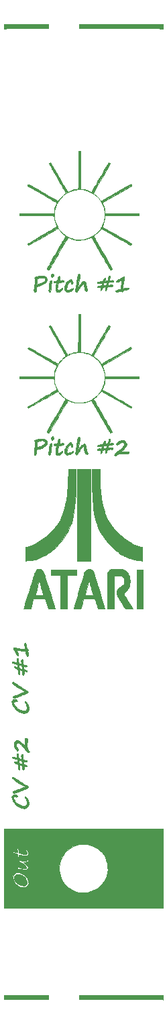
<source format=gbr>
G04 #@! TF.GenerationSoftware,KiCad,Pcbnew,(5.1.9)-1*
G04 #@! TF.CreationDate,2021-03-24T09:14:56+01:00*
G04 #@! TF.ProjectId,Atari Punk Console Front,41746172-6920-4507-956e-6b20436f6e73,rev?*
G04 #@! TF.SameCoordinates,Original*
G04 #@! TF.FileFunction,Legend,Top*
G04 #@! TF.FilePolarity,Positive*
%FSLAX46Y46*%
G04 Gerber Fmt 4.6, Leading zero omitted, Abs format (unit mm)*
G04 Created by KiCad (PCBNEW (5.1.9)-1) date 2021-03-24 09:14:56*
%MOMM*%
%LPD*%
G01*
G04 APERTURE LIST*
%ADD10C,0.010000*%
G04 APERTURE END LIST*
D10*
G04 #@! TO.C,G\u002A\u002A\u002A*
G36*
X20038512Y-125232153D02*
G01*
X20044424Y-125303599D01*
X20046904Y-125422161D01*
X20047112Y-125486577D01*
X20046329Y-125632289D01*
X20043328Y-125728240D01*
X20037128Y-125781101D01*
X20026748Y-125797540D01*
X20011206Y-125784228D01*
X20004778Y-125774444D01*
X19974074Y-125770514D01*
X19887137Y-125766874D01*
X19744182Y-125763526D01*
X19545420Y-125760469D01*
X19291064Y-125757706D01*
X18981325Y-125755238D01*
X18616417Y-125753065D01*
X18196550Y-125751190D01*
X17721939Y-125749612D01*
X17192794Y-125748333D01*
X16609329Y-125747355D01*
X15971755Y-125746678D01*
X15280285Y-125746303D01*
X14739668Y-125746222D01*
X9492000Y-125746222D01*
X9492000Y-125238222D01*
X14735689Y-125238222D01*
X15406689Y-125238142D01*
X16023136Y-125237896D01*
X16586923Y-125237470D01*
X17099943Y-125236853D01*
X17564087Y-125236032D01*
X17981248Y-125234996D01*
X18353318Y-125233731D01*
X18682188Y-125232227D01*
X18969752Y-125230471D01*
X19217900Y-125228451D01*
X19428527Y-125226154D01*
X19603522Y-125223569D01*
X19744780Y-125220683D01*
X19854191Y-125217484D01*
X19933649Y-125213960D01*
X19985045Y-125210100D01*
X20010271Y-125205890D01*
X20013245Y-125204355D01*
X20028382Y-125201259D01*
X20038512Y-125232153D01*
G37*
X20038512Y-125232153D02*
X20044424Y-125303599D01*
X20046904Y-125422161D01*
X20047112Y-125486577D01*
X20046329Y-125632289D01*
X20043328Y-125728240D01*
X20037128Y-125781101D01*
X20026748Y-125797540D01*
X20011206Y-125784228D01*
X20004778Y-125774444D01*
X19974074Y-125770514D01*
X19887137Y-125766874D01*
X19744182Y-125763526D01*
X19545420Y-125760469D01*
X19291064Y-125757706D01*
X18981325Y-125755238D01*
X18616417Y-125753065D01*
X18196550Y-125751190D01*
X17721939Y-125749612D01*
X17192794Y-125748333D01*
X16609329Y-125747355D01*
X15971755Y-125746678D01*
X15280285Y-125746303D01*
X14739668Y-125746222D01*
X9492000Y-125746222D01*
X9492000Y-125238222D01*
X14735689Y-125238222D01*
X15406689Y-125238142D01*
X16023136Y-125237896D01*
X16586923Y-125237470D01*
X17099943Y-125236853D01*
X17564087Y-125236032D01*
X17981248Y-125234996D01*
X18353318Y-125233731D01*
X18682188Y-125232227D01*
X18969752Y-125230471D01*
X19217900Y-125228451D01*
X19428527Y-125226154D01*
X19603522Y-125223569D01*
X19744780Y-125220683D01*
X19854191Y-125217484D01*
X19933649Y-125213960D01*
X19985045Y-125210100D01*
X20010271Y-125205890D01*
X20013245Y-125204355D01*
X20028382Y-125201259D01*
X20038512Y-125232153D01*
G36*
X14978Y-125204355D02*
G01*
X34002Y-125210280D01*
X80247Y-125215536D01*
X156279Y-125220154D01*
X264667Y-125224167D01*
X407978Y-125227604D01*
X588780Y-125230498D01*
X809639Y-125232880D01*
X1073123Y-125234781D01*
X1381799Y-125236232D01*
X1738236Y-125237264D01*
X2145000Y-125237909D01*
X2604659Y-125238199D01*
X2794867Y-125238222D01*
X5540889Y-125238222D01*
X5540889Y-125746222D01*
X2805642Y-125746222D01*
X2416852Y-125746395D01*
X2043649Y-125746899D01*
X1689954Y-125747710D01*
X1359689Y-125748802D01*
X1056776Y-125750153D01*
X785138Y-125751738D01*
X548695Y-125753533D01*
X351371Y-125755513D01*
X197087Y-125757654D01*
X89764Y-125759933D01*
X33326Y-125762325D01*
X25753Y-125763352D01*
X5961Y-125764667D01*
X-7025Y-125744546D01*
X-14578Y-125694127D01*
X-18074Y-125604544D01*
X-18888Y-125475486D01*
X-17551Y-125338569D01*
X-12987Y-125251409D01*
X-4366Y-125207367D01*
X9140Y-125199808D01*
X14978Y-125204355D01*
G37*
X14978Y-125204355D02*
X34002Y-125210280D01*
X80247Y-125215536D01*
X156279Y-125220154D01*
X264667Y-125224167D01*
X407978Y-125227604D01*
X588780Y-125230498D01*
X809639Y-125232880D01*
X1073123Y-125234781D01*
X1381799Y-125236232D01*
X1738236Y-125237264D01*
X2145000Y-125237909D01*
X2604659Y-125238199D01*
X2794867Y-125238222D01*
X5540889Y-125238222D01*
X5540889Y-125746222D01*
X2805642Y-125746222D01*
X2416852Y-125746395D01*
X2043649Y-125746899D01*
X1689954Y-125747710D01*
X1359689Y-125748802D01*
X1056776Y-125750153D01*
X785138Y-125751738D01*
X548695Y-125753533D01*
X351371Y-125755513D01*
X197087Y-125757654D01*
X89764Y-125759933D01*
X33326Y-125762325D01*
X25753Y-125763352D01*
X5961Y-125764667D01*
X-7025Y-125744546D01*
X-14578Y-125694127D01*
X-18074Y-125604544D01*
X-18888Y-125475486D01*
X-17551Y-125338569D01*
X-12987Y-125251409D01*
X-4366Y-125207367D01*
X9140Y-125199808D01*
X14978Y-125204355D01*
G36*
X14978Y-104207022D02*
G01*
X46014Y-104210175D01*
X131036Y-104213187D01*
X267588Y-104216060D01*
X453211Y-104218792D01*
X685448Y-104221383D01*
X961842Y-104223835D01*
X1279935Y-104226146D01*
X1637269Y-104228316D01*
X2031388Y-104230346D01*
X2459832Y-104232236D01*
X2920145Y-104233986D01*
X3409870Y-104235595D01*
X3926548Y-104237064D01*
X4467723Y-104238393D01*
X5030936Y-104239581D01*
X5613730Y-104240629D01*
X6213648Y-104241537D01*
X6828232Y-104242304D01*
X7455024Y-104242931D01*
X8091567Y-104243418D01*
X8735404Y-104243764D01*
X9384076Y-104243970D01*
X10035127Y-104244036D01*
X10686098Y-104243961D01*
X11334532Y-104243746D01*
X11977972Y-104243391D01*
X12613961Y-104242895D01*
X13240039Y-104242259D01*
X13853751Y-104241483D01*
X14452638Y-104240566D01*
X15034243Y-104239509D01*
X15596109Y-104238312D01*
X16135777Y-104236974D01*
X16650790Y-104235496D01*
X17138691Y-104233877D01*
X17597023Y-104232119D01*
X18023327Y-104230220D01*
X18415146Y-104228180D01*
X18770022Y-104226001D01*
X19085499Y-104223681D01*
X19359118Y-104221220D01*
X19588422Y-104218620D01*
X19770953Y-104215879D01*
X19904254Y-104212997D01*
X19985867Y-104209975D01*
X20013245Y-104207022D01*
X20017628Y-104214223D01*
X20021646Y-104246259D01*
X20025314Y-104305070D01*
X20028643Y-104392596D01*
X20031647Y-104510776D01*
X20034339Y-104661552D01*
X20036732Y-104846863D01*
X20038839Y-105068649D01*
X20040674Y-105328850D01*
X20042249Y-105629407D01*
X20043578Y-105972259D01*
X20044673Y-106359346D01*
X20045547Y-106792608D01*
X20046215Y-107273986D01*
X20046688Y-107805419D01*
X20046981Y-108388848D01*
X20047105Y-109026213D01*
X20047112Y-109223522D01*
X20047112Y-114273888D01*
X-18888Y-114273888D01*
X-18888Y-110500604D01*
X1095054Y-110500604D01*
X1129062Y-110706474D01*
X1210725Y-110910103D01*
X1321322Y-111080147D01*
X1477059Y-111243887D01*
X1663983Y-111383620D01*
X1871587Y-111495409D01*
X2089363Y-111575318D01*
X2306805Y-111619409D01*
X2513404Y-111623747D01*
X2682403Y-111590070D01*
X2843337Y-111508681D01*
X2968256Y-111386543D01*
X3043615Y-111249155D01*
X3075032Y-111097559D01*
X3067921Y-110924343D01*
X3025133Y-110746273D01*
X2949523Y-110580114D01*
X2922550Y-110537555D01*
X2728723Y-110286350D01*
X2520032Y-110076985D01*
X2301005Y-109912479D01*
X2076169Y-109795850D01*
X1850052Y-109730118D01*
X1690276Y-109716000D01*
X1581753Y-109724055D01*
X1495498Y-109755227D01*
X1423815Y-109801469D01*
X1273082Y-109942926D01*
X1167653Y-110111493D01*
X1108114Y-110299831D01*
X1095054Y-110500604D01*
X-18888Y-110500604D01*
X-18888Y-109454320D01*
X6926625Y-109454320D01*
X6980126Y-109835488D01*
X7079473Y-110179228D01*
X7189928Y-110466257D01*
X7297040Y-110707649D01*
X7406891Y-110913420D01*
X7525567Y-111093584D01*
X7659151Y-111258156D01*
X7813726Y-111417151D01*
X7855112Y-111456045D01*
X8119801Y-111672631D01*
X8417084Y-111866246D01*
X8734709Y-112031067D01*
X9060421Y-112161272D01*
X9381968Y-112251040D01*
X9604889Y-112287459D01*
X9811487Y-112300770D01*
X10041541Y-112300411D01*
X10277258Y-112287561D01*
X10500846Y-112263396D01*
X10694511Y-112229096D01*
X10767905Y-112210453D01*
X11185769Y-112064313D01*
X11565956Y-111877533D01*
X11907379Y-111650980D01*
X12208950Y-111385525D01*
X12469581Y-111082033D01*
X12688184Y-110741373D01*
X12744826Y-110633222D01*
X12907023Y-110246835D01*
X13013938Y-109849754D01*
X13065377Y-109443590D01*
X13061148Y-109029953D01*
X13001056Y-108610454D01*
X12993018Y-108573000D01*
X12885960Y-108186731D01*
X12742264Y-107839124D01*
X12558424Y-107523145D01*
X12330934Y-107231760D01*
X12316665Y-107215842D01*
X12092088Y-106994216D01*
X11835670Y-106787808D01*
X11558290Y-106602927D01*
X11270827Y-106445879D01*
X10984158Y-106322973D01*
X10709162Y-106240516D01*
X10597759Y-106219152D01*
X10454639Y-106203660D01*
X10272201Y-106193764D01*
X10067298Y-106189482D01*
X9856781Y-106190828D01*
X9657501Y-106197821D01*
X9486309Y-106210477D01*
X9423168Y-106217990D01*
X9180154Y-106266817D01*
X8937091Y-106347394D01*
X8686387Y-106463311D01*
X8420449Y-106618159D01*
X8131685Y-106815530D01*
X8080752Y-106852850D01*
X7843296Y-107058461D01*
X7620635Y-107309560D01*
X7419054Y-107595833D01*
X7244841Y-107906970D01*
X7104283Y-108232657D01*
X7003665Y-108562583D01*
X6984006Y-108651825D01*
X6927921Y-109059809D01*
X6926625Y-109454320D01*
X-18888Y-109454320D01*
X-18888Y-109223522D01*
X-18881Y-109157435D01*
X1636141Y-109157435D01*
X1640511Y-109196352D01*
X1661937Y-109229947D01*
X1714739Y-109276253D01*
X1796623Y-109292347D01*
X1815319Y-109292666D01*
X1911130Y-109300899D01*
X1997809Y-109320956D01*
X2004219Y-109323305D01*
X2074613Y-109342413D01*
X2182708Y-109362835D01*
X2311784Y-109382400D01*
X2445121Y-109398937D01*
X2565999Y-109410276D01*
X2657699Y-109414246D01*
X2690445Y-109412389D01*
X2774229Y-109398662D01*
X2824447Y-109389207D01*
X2878333Y-109358596D01*
X2938484Y-109297003D01*
X2959071Y-109268727D01*
X3001678Y-109198746D01*
X3014722Y-109149303D01*
X3001933Y-109095355D01*
X2989465Y-109064641D01*
X2919351Y-108946696D01*
X2803714Y-108820118D01*
X2639045Y-108681275D01*
X2568990Y-108628972D01*
X2484807Y-108565319D01*
X2425044Y-108515363D01*
X2398802Y-108486929D01*
X2399657Y-108483352D01*
X2436218Y-108477600D01*
X2514765Y-108467293D01*
X2621203Y-108454248D01*
X2673560Y-108448071D01*
X2830169Y-108423903D01*
X2936650Y-108391928D01*
X2999154Y-108348666D01*
X3023831Y-108290636D01*
X3023392Y-108250158D01*
X2997655Y-108187752D01*
X2943197Y-108171754D01*
X2864188Y-108202700D01*
X2830652Y-108225352D01*
X2726029Y-108273456D01*
X2579262Y-108298744D01*
X2399984Y-108300871D01*
X2197828Y-108279495D01*
X2058908Y-108252876D01*
X1917274Y-108223756D01*
X1821605Y-108211993D01*
X1763987Y-108218133D01*
X1736502Y-108242722D01*
X1730889Y-108275474D01*
X1748658Y-108305439D01*
X1804897Y-108347002D01*
X1904006Y-108402843D01*
X2050387Y-108475646D01*
X2091219Y-108495079D01*
X2325484Y-108614590D01*
X2507617Y-108727683D01*
X2641166Y-108837194D01*
X2729678Y-108945956D01*
X2771819Y-109038805D01*
X2791207Y-109124088D01*
X2783868Y-109180960D01*
X2742621Y-109214929D01*
X2660282Y-109231505D01*
X2529669Y-109236194D01*
X2514429Y-109236222D01*
X2375555Y-109230640D01*
X2243516Y-109211178D01*
X2095134Y-109173761D01*
X2007990Y-109147178D01*
X1882268Y-109107816D01*
X1798801Y-109084476D01*
X1746086Y-109075975D01*
X1712621Y-109081131D01*
X1686902Y-109098760D01*
X1672553Y-109112681D01*
X1636141Y-109157435D01*
X-18881Y-109157435D01*
X-18811Y-108569981D01*
X-18569Y-107970945D01*
X-18150Y-107424473D01*
X-17848Y-107178016D01*
X1085828Y-107178016D01*
X1087121Y-107211764D01*
X1097220Y-107239373D01*
X1123874Y-107264324D01*
X1174717Y-107289706D01*
X1257385Y-107318608D01*
X1379515Y-107354118D01*
X1548740Y-107399325D01*
X1554500Y-107400831D01*
X1674445Y-107432175D01*
X1674445Y-107588165D01*
X1682761Y-107709998D01*
X1705641Y-107799875D01*
X1739980Y-107847955D01*
X1758089Y-107853333D01*
X1796294Y-107835362D01*
X1827651Y-107808984D01*
X1859185Y-107745447D01*
X1871936Y-107645938D01*
X1872000Y-107637748D01*
X1875172Y-107560080D01*
X1888277Y-107526530D01*
X1916696Y-107524954D01*
X1921389Y-107526337D01*
X1967518Y-107537012D01*
X2056450Y-107554594D01*
X2175326Y-107576629D01*
X2309445Y-107600348D01*
X2526569Y-107632709D01*
X2696647Y-107645564D01*
X2825779Y-107638412D01*
X2920068Y-107610752D01*
X2985616Y-107562084D01*
X3000367Y-107543622D01*
X3049775Y-107427051D01*
X3047243Y-107290560D01*
X3013570Y-107182149D01*
X2946948Y-107067402D01*
X2851071Y-106955374D01*
X2745910Y-106868285D01*
X2715190Y-106850162D01*
X2648454Y-106824759D01*
X2620627Y-106837587D01*
X2631238Y-106886441D01*
X2679814Y-106969113D01*
X2764731Y-107081971D01*
X2836650Y-107196972D01*
X2857660Y-107297525D01*
X2828476Y-107379398D01*
X2749813Y-107438359D01*
X2701614Y-107455433D01*
X2647596Y-107465000D01*
X2581093Y-107464359D01*
X2491046Y-107452125D01*
X2366395Y-107426911D01*
X2237998Y-107397334D01*
X1875438Y-107311332D01*
X1845497Y-107171721D01*
X1827872Y-107079183D01*
X1817111Y-107002731D01*
X1815556Y-106978444D01*
X1809783Y-106920228D01*
X1795096Y-106832409D01*
X1784995Y-106782278D01*
X1760965Y-106693834D01*
X1733538Y-106650219D01*
X1700866Y-106639777D01*
X1654236Y-106660274D01*
X1629340Y-106723879D01*
X1625666Y-106833767D01*
X1642707Y-106993111D01*
X1643390Y-106997728D01*
X1657326Y-107100918D01*
X1665345Y-107179974D01*
X1666066Y-107220602D01*
X1665159Y-107222915D01*
X1635377Y-107220184D01*
X1564501Y-107204186D01*
X1465470Y-107177978D01*
X1418472Y-107164626D01*
X1270794Y-107127777D01*
X1169010Y-107117316D01*
X1108796Y-107133857D01*
X1085828Y-107178016D01*
X-17848Y-107178016D01*
X-17541Y-106928626D01*
X-16728Y-106481462D01*
X-15699Y-106081042D01*
X-14440Y-105725426D01*
X-12939Y-105412674D01*
X-11182Y-105140846D01*
X-9156Y-104908002D01*
X-6848Y-104712201D01*
X-4245Y-104551504D01*
X-1334Y-104423971D01*
X1899Y-104327662D01*
X5466Y-104260636D01*
X9380Y-104220953D01*
X13655Y-104206674D01*
X14978Y-104207022D01*
G37*
X14978Y-104207022D02*
X46014Y-104210175D01*
X131036Y-104213187D01*
X267588Y-104216060D01*
X453211Y-104218792D01*
X685448Y-104221383D01*
X961842Y-104223835D01*
X1279935Y-104226146D01*
X1637269Y-104228316D01*
X2031388Y-104230346D01*
X2459832Y-104232236D01*
X2920145Y-104233986D01*
X3409870Y-104235595D01*
X3926548Y-104237064D01*
X4467723Y-104238393D01*
X5030936Y-104239581D01*
X5613730Y-104240629D01*
X6213648Y-104241537D01*
X6828232Y-104242304D01*
X7455024Y-104242931D01*
X8091567Y-104243418D01*
X8735404Y-104243764D01*
X9384076Y-104243970D01*
X10035127Y-104244036D01*
X10686098Y-104243961D01*
X11334532Y-104243746D01*
X11977972Y-104243391D01*
X12613961Y-104242895D01*
X13240039Y-104242259D01*
X13853751Y-104241483D01*
X14452638Y-104240566D01*
X15034243Y-104239509D01*
X15596109Y-104238312D01*
X16135777Y-104236974D01*
X16650790Y-104235496D01*
X17138691Y-104233877D01*
X17597023Y-104232119D01*
X18023327Y-104230220D01*
X18415146Y-104228180D01*
X18770022Y-104226001D01*
X19085499Y-104223681D01*
X19359118Y-104221220D01*
X19588422Y-104218620D01*
X19770953Y-104215879D01*
X19904254Y-104212997D01*
X19985867Y-104209975D01*
X20013245Y-104207022D01*
X20017628Y-104214223D01*
X20021646Y-104246259D01*
X20025314Y-104305070D01*
X20028643Y-104392596D01*
X20031647Y-104510776D01*
X20034339Y-104661552D01*
X20036732Y-104846863D01*
X20038839Y-105068649D01*
X20040674Y-105328850D01*
X20042249Y-105629407D01*
X20043578Y-105972259D01*
X20044673Y-106359346D01*
X20045547Y-106792608D01*
X20046215Y-107273986D01*
X20046688Y-107805419D01*
X20046981Y-108388848D01*
X20047105Y-109026213D01*
X20047112Y-109223522D01*
X20047112Y-114273888D01*
X-18888Y-114273888D01*
X-18888Y-110500604D01*
X1095054Y-110500604D01*
X1129062Y-110706474D01*
X1210725Y-110910103D01*
X1321322Y-111080147D01*
X1477059Y-111243887D01*
X1663983Y-111383620D01*
X1871587Y-111495409D01*
X2089363Y-111575318D01*
X2306805Y-111619409D01*
X2513404Y-111623747D01*
X2682403Y-111590070D01*
X2843337Y-111508681D01*
X2968256Y-111386543D01*
X3043615Y-111249155D01*
X3075032Y-111097559D01*
X3067921Y-110924343D01*
X3025133Y-110746273D01*
X2949523Y-110580114D01*
X2922550Y-110537555D01*
X2728723Y-110286350D01*
X2520032Y-110076985D01*
X2301005Y-109912479D01*
X2076169Y-109795850D01*
X1850052Y-109730118D01*
X1690276Y-109716000D01*
X1581753Y-109724055D01*
X1495498Y-109755227D01*
X1423815Y-109801469D01*
X1273082Y-109942926D01*
X1167653Y-110111493D01*
X1108114Y-110299831D01*
X1095054Y-110500604D01*
X-18888Y-110500604D01*
X-18888Y-109454320D01*
X6926625Y-109454320D01*
X6980126Y-109835488D01*
X7079473Y-110179228D01*
X7189928Y-110466257D01*
X7297040Y-110707649D01*
X7406891Y-110913420D01*
X7525567Y-111093584D01*
X7659151Y-111258156D01*
X7813726Y-111417151D01*
X7855112Y-111456045D01*
X8119801Y-111672631D01*
X8417084Y-111866246D01*
X8734709Y-112031067D01*
X9060421Y-112161272D01*
X9381968Y-112251040D01*
X9604889Y-112287459D01*
X9811487Y-112300770D01*
X10041541Y-112300411D01*
X10277258Y-112287561D01*
X10500846Y-112263396D01*
X10694511Y-112229096D01*
X10767905Y-112210453D01*
X11185769Y-112064313D01*
X11565956Y-111877533D01*
X11907379Y-111650980D01*
X12208950Y-111385525D01*
X12469581Y-111082033D01*
X12688184Y-110741373D01*
X12744826Y-110633222D01*
X12907023Y-110246835D01*
X13013938Y-109849754D01*
X13065377Y-109443590D01*
X13061148Y-109029953D01*
X13001056Y-108610454D01*
X12993018Y-108573000D01*
X12885960Y-108186731D01*
X12742264Y-107839124D01*
X12558424Y-107523145D01*
X12330934Y-107231760D01*
X12316665Y-107215842D01*
X12092088Y-106994216D01*
X11835670Y-106787808D01*
X11558290Y-106602927D01*
X11270827Y-106445879D01*
X10984158Y-106322973D01*
X10709162Y-106240516D01*
X10597759Y-106219152D01*
X10454639Y-106203660D01*
X10272201Y-106193764D01*
X10067298Y-106189482D01*
X9856781Y-106190828D01*
X9657501Y-106197821D01*
X9486309Y-106210477D01*
X9423168Y-106217990D01*
X9180154Y-106266817D01*
X8937091Y-106347394D01*
X8686387Y-106463311D01*
X8420449Y-106618159D01*
X8131685Y-106815530D01*
X8080752Y-106852850D01*
X7843296Y-107058461D01*
X7620635Y-107309560D01*
X7419054Y-107595833D01*
X7244841Y-107906970D01*
X7104283Y-108232657D01*
X7003665Y-108562583D01*
X6984006Y-108651825D01*
X6927921Y-109059809D01*
X6926625Y-109454320D01*
X-18888Y-109454320D01*
X-18888Y-109223522D01*
X-18881Y-109157435D01*
X1636141Y-109157435D01*
X1640511Y-109196352D01*
X1661937Y-109229947D01*
X1714739Y-109276253D01*
X1796623Y-109292347D01*
X1815319Y-109292666D01*
X1911130Y-109300899D01*
X1997809Y-109320956D01*
X2004219Y-109323305D01*
X2074613Y-109342413D01*
X2182708Y-109362835D01*
X2311784Y-109382400D01*
X2445121Y-109398937D01*
X2565999Y-109410276D01*
X2657699Y-109414246D01*
X2690445Y-109412389D01*
X2774229Y-109398662D01*
X2824447Y-109389207D01*
X2878333Y-109358596D01*
X2938484Y-109297003D01*
X2959071Y-109268727D01*
X3001678Y-109198746D01*
X3014722Y-109149303D01*
X3001933Y-109095355D01*
X2989465Y-109064641D01*
X2919351Y-108946696D01*
X2803714Y-108820118D01*
X2639045Y-108681275D01*
X2568990Y-108628972D01*
X2484807Y-108565319D01*
X2425044Y-108515363D01*
X2398802Y-108486929D01*
X2399657Y-108483352D01*
X2436218Y-108477600D01*
X2514765Y-108467293D01*
X2621203Y-108454248D01*
X2673560Y-108448071D01*
X2830169Y-108423903D01*
X2936650Y-108391928D01*
X2999154Y-108348666D01*
X3023831Y-108290636D01*
X3023392Y-108250158D01*
X2997655Y-108187752D01*
X2943197Y-108171754D01*
X2864188Y-108202700D01*
X2830652Y-108225352D01*
X2726029Y-108273456D01*
X2579262Y-108298744D01*
X2399984Y-108300871D01*
X2197828Y-108279495D01*
X2058908Y-108252876D01*
X1917274Y-108223756D01*
X1821605Y-108211993D01*
X1763987Y-108218133D01*
X1736502Y-108242722D01*
X1730889Y-108275474D01*
X1748658Y-108305439D01*
X1804897Y-108347002D01*
X1904006Y-108402843D01*
X2050387Y-108475646D01*
X2091219Y-108495079D01*
X2325484Y-108614590D01*
X2507617Y-108727683D01*
X2641166Y-108837194D01*
X2729678Y-108945956D01*
X2771819Y-109038805D01*
X2791207Y-109124088D01*
X2783868Y-109180960D01*
X2742621Y-109214929D01*
X2660282Y-109231505D01*
X2529669Y-109236194D01*
X2514429Y-109236222D01*
X2375555Y-109230640D01*
X2243516Y-109211178D01*
X2095134Y-109173761D01*
X2007990Y-109147178D01*
X1882268Y-109107816D01*
X1798801Y-109084476D01*
X1746086Y-109075975D01*
X1712621Y-109081131D01*
X1686902Y-109098760D01*
X1672553Y-109112681D01*
X1636141Y-109157435D01*
X-18881Y-109157435D01*
X-18811Y-108569981D01*
X-18569Y-107970945D01*
X-18150Y-107424473D01*
X-17848Y-107178016D01*
X1085828Y-107178016D01*
X1087121Y-107211764D01*
X1097220Y-107239373D01*
X1123874Y-107264324D01*
X1174717Y-107289706D01*
X1257385Y-107318608D01*
X1379515Y-107354118D01*
X1548740Y-107399325D01*
X1554500Y-107400831D01*
X1674445Y-107432175D01*
X1674445Y-107588165D01*
X1682761Y-107709998D01*
X1705641Y-107799875D01*
X1739980Y-107847955D01*
X1758089Y-107853333D01*
X1796294Y-107835362D01*
X1827651Y-107808984D01*
X1859185Y-107745447D01*
X1871936Y-107645938D01*
X1872000Y-107637748D01*
X1875172Y-107560080D01*
X1888277Y-107526530D01*
X1916696Y-107524954D01*
X1921389Y-107526337D01*
X1967518Y-107537012D01*
X2056450Y-107554594D01*
X2175326Y-107576629D01*
X2309445Y-107600348D01*
X2526569Y-107632709D01*
X2696647Y-107645564D01*
X2825779Y-107638412D01*
X2920068Y-107610752D01*
X2985616Y-107562084D01*
X3000367Y-107543622D01*
X3049775Y-107427051D01*
X3047243Y-107290560D01*
X3013570Y-107182149D01*
X2946948Y-107067402D01*
X2851071Y-106955374D01*
X2745910Y-106868285D01*
X2715190Y-106850162D01*
X2648454Y-106824759D01*
X2620627Y-106837587D01*
X2631238Y-106886441D01*
X2679814Y-106969113D01*
X2764731Y-107081971D01*
X2836650Y-107196972D01*
X2857660Y-107297525D01*
X2828476Y-107379398D01*
X2749813Y-107438359D01*
X2701614Y-107455433D01*
X2647596Y-107465000D01*
X2581093Y-107464359D01*
X2491046Y-107452125D01*
X2366395Y-107426911D01*
X2237998Y-107397334D01*
X1875438Y-107311332D01*
X1845497Y-107171721D01*
X1827872Y-107079183D01*
X1817111Y-107002731D01*
X1815556Y-106978444D01*
X1809783Y-106920228D01*
X1795096Y-106832409D01*
X1784995Y-106782278D01*
X1760965Y-106693834D01*
X1733538Y-106650219D01*
X1700866Y-106639777D01*
X1654236Y-106660274D01*
X1629340Y-106723879D01*
X1625666Y-106833767D01*
X1642707Y-106993111D01*
X1643390Y-106997728D01*
X1657326Y-107100918D01*
X1665345Y-107179974D01*
X1666066Y-107220602D01*
X1665159Y-107222915D01*
X1635377Y-107220184D01*
X1564501Y-107204186D01*
X1465470Y-107177978D01*
X1418472Y-107164626D01*
X1270794Y-107127777D01*
X1169010Y-107117316D01*
X1108796Y-107133857D01*
X1085828Y-107178016D01*
X-17848Y-107178016D01*
X-17541Y-106928626D01*
X-16728Y-106481462D01*
X-15699Y-106081042D01*
X-14440Y-105725426D01*
X-12939Y-105412674D01*
X-11182Y-105140846D01*
X-9156Y-104908002D01*
X-6848Y-104712201D01*
X-4245Y-104551504D01*
X-1334Y-104423971D01*
X1899Y-104327662D01*
X5466Y-104260636D01*
X9380Y-104220953D01*
X13655Y-104206674D01*
X14978Y-104207022D01*
G36*
X1476371Y-99923302D02*
G01*
X1567521Y-99994188D01*
X1600125Y-100041702D01*
X1636167Y-100109414D01*
X1643867Y-100149336D01*
X1624886Y-100181491D01*
X1612752Y-100194109D01*
X1580013Y-100219570D01*
X1538743Y-100228236D01*
X1472118Y-100221036D01*
X1396669Y-100206054D01*
X1302377Y-100189988D01*
X1228941Y-100184639D01*
X1197306Y-100189369D01*
X1170463Y-100236911D01*
X1171831Y-100320132D01*
X1198038Y-100427930D01*
X1245711Y-100549202D01*
X1311475Y-100672848D01*
X1370950Y-100760870D01*
X1538238Y-100944791D01*
X1740924Y-101105686D01*
X1964399Y-101234249D01*
X2194052Y-101321175D01*
X2283404Y-101342021D01*
X2458955Y-101363933D01*
X2594955Y-101352656D01*
X2699825Y-101304742D01*
X2781986Y-101216744D01*
X2836899Y-101115447D01*
X2863460Y-101052528D01*
X2875260Y-101002813D01*
X2871890Y-100948204D01*
X2852943Y-100870600D01*
X2829596Y-100790891D01*
X2784838Y-100656026D01*
X2733900Y-100527140D01*
X2682543Y-100416789D01*
X2636528Y-100337527D01*
X2606315Y-100304220D01*
X2585009Y-100268390D01*
X2578204Y-100213359D01*
X2586210Y-100165060D01*
X2604450Y-100148666D01*
X2689638Y-100175041D01*
X2779778Y-100248807D01*
X2869177Y-100361921D01*
X2952138Y-100506342D01*
X3022967Y-100674030D01*
X3059764Y-100791553D01*
X3091106Y-100915981D01*
X3105990Y-101005621D01*
X3106070Y-101079146D01*
X3093001Y-101155227D01*
X3092262Y-101158441D01*
X3039863Y-101318593D01*
X2964974Y-101458448D01*
X2875913Y-101564728D01*
X2807462Y-101613117D01*
X2711949Y-101654129D01*
X2620025Y-101675228D01*
X2518395Y-101676256D01*
X2393767Y-101657057D01*
X2232846Y-101617472D01*
X2190536Y-101605812D01*
X2046870Y-101563993D01*
X1939624Y-101526271D01*
X1850354Y-101483487D01*
X1760615Y-101426485D01*
X1651960Y-101346106D01*
X1623759Y-101324432D01*
X1460387Y-101187043D01*
X1308209Y-101037886D01*
X1180516Y-100890861D01*
X1101069Y-100777804D01*
X1076069Y-100719899D01*
X1044218Y-100623944D01*
X1010200Y-100507145D01*
X978697Y-100386707D01*
X954392Y-100279832D01*
X941969Y-100203727D01*
X941259Y-100190711D01*
X967319Y-100091438D01*
X1041651Y-100005341D01*
X1156324Y-99940370D01*
X1208225Y-99923043D01*
X1357459Y-99899846D01*
X1476371Y-99923302D01*
G37*
X1476371Y-99923302D02*
X1567521Y-99994188D01*
X1600125Y-100041702D01*
X1636167Y-100109414D01*
X1643867Y-100149336D01*
X1624886Y-100181491D01*
X1612752Y-100194109D01*
X1580013Y-100219570D01*
X1538743Y-100228236D01*
X1472118Y-100221036D01*
X1396669Y-100206054D01*
X1302377Y-100189988D01*
X1228941Y-100184639D01*
X1197306Y-100189369D01*
X1170463Y-100236911D01*
X1171831Y-100320132D01*
X1198038Y-100427930D01*
X1245711Y-100549202D01*
X1311475Y-100672848D01*
X1370950Y-100760870D01*
X1538238Y-100944791D01*
X1740924Y-101105686D01*
X1964399Y-101234249D01*
X2194052Y-101321175D01*
X2283404Y-101342021D01*
X2458955Y-101363933D01*
X2594955Y-101352656D01*
X2699825Y-101304742D01*
X2781986Y-101216744D01*
X2836899Y-101115447D01*
X2863460Y-101052528D01*
X2875260Y-101002813D01*
X2871890Y-100948204D01*
X2852943Y-100870600D01*
X2829596Y-100790891D01*
X2784838Y-100656026D01*
X2733900Y-100527140D01*
X2682543Y-100416789D01*
X2636528Y-100337527D01*
X2606315Y-100304220D01*
X2585009Y-100268390D01*
X2578204Y-100213359D01*
X2586210Y-100165060D01*
X2604450Y-100148666D01*
X2689638Y-100175041D01*
X2779778Y-100248807D01*
X2869177Y-100361921D01*
X2952138Y-100506342D01*
X3022967Y-100674030D01*
X3059764Y-100791553D01*
X3091106Y-100915981D01*
X3105990Y-101005621D01*
X3106070Y-101079146D01*
X3093001Y-101155227D01*
X3092262Y-101158441D01*
X3039863Y-101318593D01*
X2964974Y-101458448D01*
X2875913Y-101564728D01*
X2807462Y-101613117D01*
X2711949Y-101654129D01*
X2620025Y-101675228D01*
X2518395Y-101676256D01*
X2393767Y-101657057D01*
X2232846Y-101617472D01*
X2190536Y-101605812D01*
X2046870Y-101563993D01*
X1939624Y-101526271D01*
X1850354Y-101483487D01*
X1760615Y-101426485D01*
X1651960Y-101346106D01*
X1623759Y-101324432D01*
X1460387Y-101187043D01*
X1308209Y-101037886D01*
X1180516Y-100890861D01*
X1101069Y-100777804D01*
X1076069Y-100719899D01*
X1044218Y-100623944D01*
X1010200Y-100507145D01*
X978697Y-100386707D01*
X954392Y-100279832D01*
X941969Y-100203727D01*
X941259Y-100190711D01*
X967319Y-100091438D01*
X1041651Y-100005341D01*
X1156324Y-99940370D01*
X1208225Y-99923043D01*
X1357459Y-99899846D01*
X1476371Y-99923302D01*
G36*
X1135803Y-97736388D02*
G01*
X1207879Y-97776577D01*
X1304448Y-97835662D01*
X1395270Y-97894420D01*
X1508301Y-97967816D01*
X1655370Y-98061166D01*
X1826547Y-98168367D01*
X2011900Y-98283317D01*
X2201498Y-98399914D01*
X2385407Y-98512057D01*
X2553698Y-98613643D01*
X2696439Y-98698570D01*
X2803697Y-98760736D01*
X2822008Y-98771009D01*
X2931857Y-98847280D01*
X2997124Y-98926180D01*
X3014982Y-99001619D01*
X2982601Y-99067508D01*
X2966363Y-99081745D01*
X2908973Y-99114872D01*
X2816430Y-99157130D01*
X2707251Y-99200165D01*
X2690445Y-99206220D01*
X2562136Y-99253830D01*
X2429973Y-99306052D01*
X2323556Y-99351148D01*
X2218808Y-99395396D01*
X2087233Y-99447143D01*
X1955515Y-99495929D01*
X1942556Y-99500526D01*
X1798091Y-99552457D01*
X1636066Y-99612110D01*
X1491469Y-99666604D01*
X1491000Y-99666784D01*
X1387289Y-99705551D01*
X1305105Y-99734402D01*
X1257466Y-99748841D01*
X1251112Y-99749609D01*
X1215018Y-99741731D01*
X1177367Y-99734144D01*
X1119267Y-99698134D01*
X1077699Y-99631484D01*
X1066901Y-99559928D01*
X1071326Y-99542529D01*
X1106961Y-99509892D01*
X1176554Y-99479283D01*
X1204624Y-99471267D01*
X1303212Y-99442961D01*
X1432205Y-99400086D01*
X1583385Y-99345963D01*
X1748532Y-99283919D01*
X1919425Y-99217275D01*
X2087844Y-99149355D01*
X2245569Y-99083484D01*
X2384381Y-99022985D01*
X2496058Y-98971182D01*
X2572381Y-98931397D01*
X2605131Y-98906956D01*
X2605778Y-98904732D01*
X2582558Y-98879391D01*
X2549353Y-98864561D01*
X2509258Y-98845194D01*
X2428993Y-98801259D01*
X2316615Y-98737516D01*
X2180183Y-98658722D01*
X2027754Y-98569636D01*
X1867388Y-98475016D01*
X1707141Y-98379620D01*
X1555073Y-98288207D01*
X1419241Y-98205534D01*
X1307704Y-98136359D01*
X1228519Y-98085442D01*
X1218671Y-98078819D01*
X1130191Y-98009200D01*
X1051783Y-97931735D01*
X1022354Y-97894763D01*
X982544Y-97833210D01*
X973766Y-97798911D01*
X994401Y-97773078D01*
X1010799Y-97760708D01*
X1067309Y-97729529D01*
X1099284Y-97721555D01*
X1135803Y-97736388D01*
G37*
X1135803Y-97736388D02*
X1207879Y-97776577D01*
X1304448Y-97835662D01*
X1395270Y-97894420D01*
X1508301Y-97967816D01*
X1655370Y-98061166D01*
X1826547Y-98168367D01*
X2011900Y-98283317D01*
X2201498Y-98399914D01*
X2385407Y-98512057D01*
X2553698Y-98613643D01*
X2696439Y-98698570D01*
X2803697Y-98760736D01*
X2822008Y-98771009D01*
X2931857Y-98847280D01*
X2997124Y-98926180D01*
X3014982Y-99001619D01*
X2982601Y-99067508D01*
X2966363Y-99081745D01*
X2908973Y-99114872D01*
X2816430Y-99157130D01*
X2707251Y-99200165D01*
X2690445Y-99206220D01*
X2562136Y-99253830D01*
X2429973Y-99306052D01*
X2323556Y-99351148D01*
X2218808Y-99395396D01*
X2087233Y-99447143D01*
X1955515Y-99495929D01*
X1942556Y-99500526D01*
X1798091Y-99552457D01*
X1636066Y-99612110D01*
X1491469Y-99666604D01*
X1491000Y-99666784D01*
X1387289Y-99705551D01*
X1305105Y-99734402D01*
X1257466Y-99748841D01*
X1251112Y-99749609D01*
X1215018Y-99741731D01*
X1177367Y-99734144D01*
X1119267Y-99698134D01*
X1077699Y-99631484D01*
X1066901Y-99559928D01*
X1071326Y-99542529D01*
X1106961Y-99509892D01*
X1176554Y-99479283D01*
X1204624Y-99471267D01*
X1303212Y-99442961D01*
X1432205Y-99400086D01*
X1583385Y-99345963D01*
X1748532Y-99283919D01*
X1919425Y-99217275D01*
X2087844Y-99149355D01*
X2245569Y-99083484D01*
X2384381Y-99022985D01*
X2496058Y-98971182D01*
X2572381Y-98931397D01*
X2605131Y-98906956D01*
X2605778Y-98904732D01*
X2582558Y-98879391D01*
X2549353Y-98864561D01*
X2509258Y-98845194D01*
X2428993Y-98801259D01*
X2316615Y-98737516D01*
X2180183Y-98658722D01*
X2027754Y-98569636D01*
X1867388Y-98475016D01*
X1707141Y-98379620D01*
X1555073Y-98288207D01*
X1419241Y-98205534D01*
X1307704Y-98136359D01*
X1228519Y-98085442D01*
X1218671Y-98078819D01*
X1130191Y-98009200D01*
X1051783Y-97931735D01*
X1022354Y-97894763D01*
X982544Y-97833210D01*
X973766Y-97798911D01*
X994401Y-97773078D01*
X1010799Y-97760708D01*
X1067309Y-97729529D01*
X1099284Y-97721555D01*
X1135803Y-97736388D01*
G36*
X1729811Y-94750693D02*
G01*
X1765837Y-94790863D01*
X1783996Y-94876480D01*
X1787644Y-94968477D01*
X1790821Y-95082277D01*
X1798642Y-95190868D01*
X1805336Y-95244367D01*
X1819945Y-95305781D01*
X1848077Y-95345860D01*
X1904207Y-95378308D01*
X1977558Y-95407446D01*
X2090972Y-95441218D01*
X2161376Y-95440419D01*
X2191052Y-95404167D01*
X2182279Y-95331583D01*
X2181386Y-95328640D01*
X2143496Y-95199564D01*
X2123451Y-95109555D01*
X2120089Y-95044531D01*
X2132250Y-94990408D01*
X2150165Y-94949883D01*
X2205338Y-94875121D01*
X2266692Y-94846425D01*
X2323521Y-94865793D01*
X2356035Y-94911517D01*
X2374435Y-94993236D01*
X2358444Y-95051195D01*
X2343251Y-95115749D01*
X2345293Y-95212861D01*
X2358787Y-95318403D01*
X2377074Y-95424206D01*
X2396295Y-95488947D01*
X2423977Y-95527624D01*
X2467646Y-95555234D01*
X2480860Y-95561652D01*
X2572045Y-95590710D01*
X2674719Y-95604672D01*
X2686662Y-95604888D01*
X2771149Y-95613277D01*
X2819334Y-95643394D01*
X2833178Y-95664363D01*
X2849738Y-95722255D01*
X2823344Y-95760067D01*
X2750111Y-95779961D01*
X2626154Y-95784098D01*
X2618300Y-95783924D01*
X2517415Y-95783875D01*
X2459007Y-95796768D01*
X2436075Y-95833114D01*
X2441621Y-95903425D01*
X2466897Y-96011273D01*
X2488355Y-96081772D01*
X2518520Y-96124493D01*
X2573595Y-96154419D01*
X2649584Y-96180196D01*
X2762545Y-96229148D01*
X2844872Y-96291383D01*
X2885559Y-96357813D01*
X2888000Y-96377099D01*
X2863067Y-96387836D01*
X2799131Y-96388578D01*
X2712489Y-96380649D01*
X2619436Y-96365369D01*
X2556389Y-96350208D01*
X2522029Y-96343698D01*
X2502975Y-96356692D01*
X2494676Y-96400700D01*
X2492581Y-96487233D01*
X2492504Y-96511763D01*
X2489666Y-96617299D01*
X2482696Y-96707964D01*
X2475101Y-96754944D01*
X2441792Y-96807568D01*
X2390093Y-96813604D01*
X2330861Y-96774742D01*
X2293784Y-96726722D01*
X2252097Y-96625472D01*
X2253591Y-96550333D01*
X2274106Y-96429927D01*
X2275355Y-96350557D01*
X2254247Y-96299182D01*
X2207694Y-96262764D01*
X2182445Y-96250019D01*
X2095912Y-96214176D01*
X2016752Y-96188594D01*
X2010308Y-96187048D01*
X1936950Y-96170392D01*
X1939753Y-96473251D01*
X1940336Y-96607252D01*
X1937892Y-96695012D01*
X1930592Y-96746721D01*
X1916605Y-96772570D01*
X1894101Y-96782750D01*
X1883846Y-96784501D01*
X1847714Y-96781395D01*
X1822937Y-96751251D01*
X1801669Y-96681879D01*
X1793025Y-96643390D01*
X1771515Y-96527389D01*
X1751419Y-96393221D01*
X1742293Y-96317828D01*
X1723673Y-96141768D01*
X1494448Y-96003624D01*
X1367944Y-95921908D01*
X1292153Y-95859527D01*
X1265315Y-95815019D01*
X1265223Y-95812796D01*
X1287189Y-95767157D01*
X1347422Y-95753003D01*
X1437421Y-95770213D01*
X1545119Y-95816760D01*
X1682877Y-95890006D01*
X1668551Y-95736592D01*
X1872433Y-95736592D01*
X1875529Y-95838794D01*
X1883219Y-95919954D01*
X1893599Y-95961860D01*
X1928131Y-95984745D01*
X1997667Y-96015529D01*
X2082832Y-96046989D01*
X2164250Y-96071901D01*
X2217723Y-96082700D01*
X2230782Y-96058895D01*
X2238228Y-95996837D01*
X2238889Y-95967996D01*
X2230659Y-95861743D01*
X2210558Y-95757250D01*
X2207717Y-95747283D01*
X2177940Y-95676146D01*
X2130305Y-95634884D01*
X2059551Y-95608659D01*
X1978618Y-95583690D01*
X1918340Y-95563255D01*
X1907278Y-95558910D01*
X1887677Y-95565844D01*
X1876571Y-95612480D01*
X1872517Y-95706180D01*
X1872433Y-95736592D01*
X1668551Y-95736592D01*
X1665504Y-95703963D01*
X1654636Y-95605572D01*
X1643197Y-95530124D01*
X1634166Y-95495323D01*
X1601809Y-95478937D01*
X1528417Y-95455629D01*
X1428253Y-95429789D01*
X1400378Y-95423375D01*
X1254503Y-95389986D01*
X1154351Y-95364225D01*
X1090445Y-95341933D01*
X1053309Y-95318948D01*
X1033466Y-95291107D01*
X1022258Y-95257327D01*
X1013162Y-95207502D01*
X1031330Y-95186492D01*
X1090170Y-95182189D01*
X1105386Y-95182249D01*
X1189824Y-95191868D01*
X1298557Y-95215931D01*
X1375437Y-95238693D01*
X1492787Y-95276847D01*
X1565607Y-95291668D01*
X1603163Y-95276912D01*
X1614718Y-95226332D01*
X1609541Y-95133682D01*
X1604912Y-95084008D01*
X1595573Y-94940903D01*
X1600449Y-94844124D01*
X1621323Y-94784939D01*
X1659976Y-94754615D01*
X1673000Y-94750422D01*
X1729811Y-94750693D01*
G37*
X1729811Y-94750693D02*
X1765837Y-94790863D01*
X1783996Y-94876480D01*
X1787644Y-94968477D01*
X1790821Y-95082277D01*
X1798642Y-95190868D01*
X1805336Y-95244367D01*
X1819945Y-95305781D01*
X1848077Y-95345860D01*
X1904207Y-95378308D01*
X1977558Y-95407446D01*
X2090972Y-95441218D01*
X2161376Y-95440419D01*
X2191052Y-95404167D01*
X2182279Y-95331583D01*
X2181386Y-95328640D01*
X2143496Y-95199564D01*
X2123451Y-95109555D01*
X2120089Y-95044531D01*
X2132250Y-94990408D01*
X2150165Y-94949883D01*
X2205338Y-94875121D01*
X2266692Y-94846425D01*
X2323521Y-94865793D01*
X2356035Y-94911517D01*
X2374435Y-94993236D01*
X2358444Y-95051195D01*
X2343251Y-95115749D01*
X2345293Y-95212861D01*
X2358787Y-95318403D01*
X2377074Y-95424206D01*
X2396295Y-95488947D01*
X2423977Y-95527624D01*
X2467646Y-95555234D01*
X2480860Y-95561652D01*
X2572045Y-95590710D01*
X2674719Y-95604672D01*
X2686662Y-95604888D01*
X2771149Y-95613277D01*
X2819334Y-95643394D01*
X2833178Y-95664363D01*
X2849738Y-95722255D01*
X2823344Y-95760067D01*
X2750111Y-95779961D01*
X2626154Y-95784098D01*
X2618300Y-95783924D01*
X2517415Y-95783875D01*
X2459007Y-95796768D01*
X2436075Y-95833114D01*
X2441621Y-95903425D01*
X2466897Y-96011273D01*
X2488355Y-96081772D01*
X2518520Y-96124493D01*
X2573595Y-96154419D01*
X2649584Y-96180196D01*
X2762545Y-96229148D01*
X2844872Y-96291383D01*
X2885559Y-96357813D01*
X2888000Y-96377099D01*
X2863067Y-96387836D01*
X2799131Y-96388578D01*
X2712489Y-96380649D01*
X2619436Y-96365369D01*
X2556389Y-96350208D01*
X2522029Y-96343698D01*
X2502975Y-96356692D01*
X2494676Y-96400700D01*
X2492581Y-96487233D01*
X2492504Y-96511763D01*
X2489666Y-96617299D01*
X2482696Y-96707964D01*
X2475101Y-96754944D01*
X2441792Y-96807568D01*
X2390093Y-96813604D01*
X2330861Y-96774742D01*
X2293784Y-96726722D01*
X2252097Y-96625472D01*
X2253591Y-96550333D01*
X2274106Y-96429927D01*
X2275355Y-96350557D01*
X2254247Y-96299182D01*
X2207694Y-96262764D01*
X2182445Y-96250019D01*
X2095912Y-96214176D01*
X2016752Y-96188594D01*
X2010308Y-96187048D01*
X1936950Y-96170392D01*
X1939753Y-96473251D01*
X1940336Y-96607252D01*
X1937892Y-96695012D01*
X1930592Y-96746721D01*
X1916605Y-96772570D01*
X1894101Y-96782750D01*
X1883846Y-96784501D01*
X1847714Y-96781395D01*
X1822937Y-96751251D01*
X1801669Y-96681879D01*
X1793025Y-96643390D01*
X1771515Y-96527389D01*
X1751419Y-96393221D01*
X1742293Y-96317828D01*
X1723673Y-96141768D01*
X1494448Y-96003624D01*
X1367944Y-95921908D01*
X1292153Y-95859527D01*
X1265315Y-95815019D01*
X1265223Y-95812796D01*
X1287189Y-95767157D01*
X1347422Y-95753003D01*
X1437421Y-95770213D01*
X1545119Y-95816760D01*
X1682877Y-95890006D01*
X1668551Y-95736592D01*
X1872433Y-95736592D01*
X1875529Y-95838794D01*
X1883219Y-95919954D01*
X1893599Y-95961860D01*
X1928131Y-95984745D01*
X1997667Y-96015529D01*
X2082832Y-96046989D01*
X2164250Y-96071901D01*
X2217723Y-96082700D01*
X2230782Y-96058895D01*
X2238228Y-95996837D01*
X2238889Y-95967996D01*
X2230659Y-95861743D01*
X2210558Y-95757250D01*
X2207717Y-95747283D01*
X2177940Y-95676146D01*
X2130305Y-95634884D01*
X2059551Y-95608659D01*
X1978618Y-95583690D01*
X1918340Y-95563255D01*
X1907278Y-95558910D01*
X1887677Y-95565844D01*
X1876571Y-95612480D01*
X1872517Y-95706180D01*
X1872433Y-95736592D01*
X1668551Y-95736592D01*
X1665504Y-95703963D01*
X1654636Y-95605572D01*
X1643197Y-95530124D01*
X1634166Y-95495323D01*
X1601809Y-95478937D01*
X1528417Y-95455629D01*
X1428253Y-95429789D01*
X1400378Y-95423375D01*
X1254503Y-95389986D01*
X1154351Y-95364225D01*
X1090445Y-95341933D01*
X1053309Y-95318948D01*
X1033466Y-95291107D01*
X1022258Y-95257327D01*
X1013162Y-95207502D01*
X1031330Y-95186492D01*
X1090170Y-95182189D01*
X1105386Y-95182249D01*
X1189824Y-95191868D01*
X1298557Y-95215931D01*
X1375437Y-95238693D01*
X1492787Y-95276847D01*
X1565607Y-95291668D01*
X1603163Y-95276912D01*
X1614718Y-95226332D01*
X1609541Y-95133682D01*
X1604912Y-95084008D01*
X1595573Y-94940903D01*
X1600449Y-94844124D01*
X1621323Y-94784939D01*
X1659976Y-94754615D01*
X1673000Y-94750422D01*
X1729811Y-94750693D01*
G36*
X2824557Y-92800696D02*
G01*
X2863579Y-92822151D01*
X2891498Y-92875692D01*
X2907505Y-92921115D01*
X2934747Y-93054233D01*
X2933339Y-93161004D01*
X2900067Y-93474834D01*
X2892851Y-93751938D01*
X2900814Y-93893284D01*
X2911833Y-93988607D01*
X2928374Y-94068624D01*
X2955806Y-94146082D01*
X2999495Y-94233729D01*
X3064811Y-94344312D01*
X3143106Y-94468626D01*
X3167551Y-94519825D01*
X3152762Y-94559174D01*
X3127424Y-94585586D01*
X3086472Y-94618054D01*
X3044501Y-94624233D01*
X2978407Y-94606040D01*
X2959809Y-94599484D01*
X2842989Y-94542777D01*
X2748824Y-94459009D01*
X2664896Y-94335940D01*
X2634181Y-94278444D01*
X2573345Y-94174571D01*
X2488276Y-94050216D01*
X2388573Y-93917376D01*
X2283836Y-93788050D01*
X2183663Y-93674235D01*
X2097654Y-93587928D01*
X2052270Y-93551151D01*
X1965121Y-93497792D01*
X1866207Y-93445792D01*
X1772917Y-93403415D01*
X1702642Y-93378927D01*
X1683666Y-93375953D01*
X1628529Y-93397046D01*
X1562810Y-93450756D01*
X1503126Y-93520244D01*
X1466094Y-93588666D01*
X1463145Y-93599441D01*
X1467423Y-93689099D01*
X1508817Y-93805314D01*
X1582235Y-93937163D01*
X1682586Y-94073725D01*
X1686325Y-94078219D01*
X1743047Y-94157625D01*
X1779693Y-94231034D01*
X1787334Y-94265403D01*
X1764519Y-94328452D01*
X1710582Y-94386356D01*
X1647286Y-94417527D01*
X1632887Y-94418625D01*
X1604749Y-94396748D01*
X1552993Y-94338750D01*
X1486320Y-94254784D01*
X1445488Y-94199903D01*
X1329641Y-94015527D01*
X1250321Y-93834621D01*
X1210220Y-93666030D01*
X1212027Y-93518598D01*
X1223845Y-93471216D01*
X1275641Y-93372729D01*
X1361035Y-93266904D01*
X1463057Y-93171482D01*
X1564739Y-93104201D01*
X1582744Y-93096012D01*
X1638885Y-93077307D01*
X1692210Y-93075435D01*
X1761844Y-93092351D01*
X1848865Y-93123235D01*
X2033794Y-93218147D01*
X2219444Y-93365461D01*
X2407915Y-93566901D01*
X2445876Y-93613513D01*
X2513971Y-93696092D01*
X2570450Y-93759509D01*
X2604879Y-93792162D01*
X2608153Y-93793962D01*
X2617012Y-93784484D01*
X2624394Y-93745979D01*
X2630506Y-93673897D01*
X2635557Y-93563685D01*
X2639753Y-93410793D01*
X2643301Y-93210670D01*
X2646408Y-92958763D01*
X2646480Y-92952000D01*
X2648112Y-92796777D01*
X2756793Y-92796777D01*
X2824557Y-92800696D01*
G37*
X2824557Y-92800696D02*
X2863579Y-92822151D01*
X2891498Y-92875692D01*
X2907505Y-92921115D01*
X2934747Y-93054233D01*
X2933339Y-93161004D01*
X2900067Y-93474834D01*
X2892851Y-93751938D01*
X2900814Y-93893284D01*
X2911833Y-93988607D01*
X2928374Y-94068624D01*
X2955806Y-94146082D01*
X2999495Y-94233729D01*
X3064811Y-94344312D01*
X3143106Y-94468626D01*
X3167551Y-94519825D01*
X3152762Y-94559174D01*
X3127424Y-94585586D01*
X3086472Y-94618054D01*
X3044501Y-94624233D01*
X2978407Y-94606040D01*
X2959809Y-94599484D01*
X2842989Y-94542777D01*
X2748824Y-94459009D01*
X2664896Y-94335940D01*
X2634181Y-94278444D01*
X2573345Y-94174571D01*
X2488276Y-94050216D01*
X2388573Y-93917376D01*
X2283836Y-93788050D01*
X2183663Y-93674235D01*
X2097654Y-93587928D01*
X2052270Y-93551151D01*
X1965121Y-93497792D01*
X1866207Y-93445792D01*
X1772917Y-93403415D01*
X1702642Y-93378927D01*
X1683666Y-93375953D01*
X1628529Y-93397046D01*
X1562810Y-93450756D01*
X1503126Y-93520244D01*
X1466094Y-93588666D01*
X1463145Y-93599441D01*
X1467423Y-93689099D01*
X1508817Y-93805314D01*
X1582235Y-93937163D01*
X1682586Y-94073725D01*
X1686325Y-94078219D01*
X1743047Y-94157625D01*
X1779693Y-94231034D01*
X1787334Y-94265403D01*
X1764519Y-94328452D01*
X1710582Y-94386356D01*
X1647286Y-94417527D01*
X1632887Y-94418625D01*
X1604749Y-94396748D01*
X1552993Y-94338750D01*
X1486320Y-94254784D01*
X1445488Y-94199903D01*
X1329641Y-94015527D01*
X1250321Y-93834621D01*
X1210220Y-93666030D01*
X1212027Y-93518598D01*
X1223845Y-93471216D01*
X1275641Y-93372729D01*
X1361035Y-93266904D01*
X1463057Y-93171482D01*
X1564739Y-93104201D01*
X1582744Y-93096012D01*
X1638885Y-93077307D01*
X1692210Y-93075435D01*
X1761844Y-93092351D01*
X1848865Y-93123235D01*
X2033794Y-93218147D01*
X2219444Y-93365461D01*
X2407915Y-93566901D01*
X2445876Y-93613513D01*
X2513971Y-93696092D01*
X2570450Y-93759509D01*
X2604879Y-93792162D01*
X2608153Y-93793962D01*
X2617012Y-93784484D01*
X2624394Y-93745979D01*
X2630506Y-93673897D01*
X2635557Y-93563685D01*
X2639753Y-93410793D01*
X2643301Y-93210670D01*
X2646408Y-92958763D01*
X2646480Y-92952000D01*
X2648112Y-92796777D01*
X2756793Y-92796777D01*
X2824557Y-92800696D01*
G36*
X1290823Y-87903442D02*
G01*
X1329756Y-87905842D01*
X1435290Y-87915809D01*
X1503052Y-87933580D01*
X1551705Y-87965918D01*
X1580994Y-87996870D01*
X1624447Y-88065469D01*
X1641223Y-88129308D01*
X1640691Y-88136401D01*
X1631950Y-88166518D01*
X1608379Y-88184479D01*
X1558025Y-88193386D01*
X1468937Y-88196341D01*
X1408858Y-88196555D01*
X1285419Y-88199703D01*
X1210347Y-88209987D01*
X1175872Y-88228667D01*
X1172660Y-88234874D01*
X1172907Y-88280698D01*
X1186450Y-88361894D01*
X1207105Y-88448272D01*
X1232547Y-88530296D01*
X1264599Y-88600451D01*
X1311739Y-88671508D01*
X1382445Y-88756239D01*
X1485194Y-88867414D01*
X1485638Y-88867883D01*
X1682469Y-89055615D01*
X1874654Y-89194511D01*
X2071791Y-89290349D01*
X2283480Y-89348909D01*
X2284998Y-89349194D01*
X2460505Y-89370569D01*
X2596668Y-89358263D01*
X2701803Y-89308840D01*
X2784226Y-89218861D01*
X2836899Y-89121002D01*
X2863460Y-89058083D01*
X2875260Y-89008369D01*
X2871890Y-88953759D01*
X2852943Y-88876155D01*
X2829596Y-88796447D01*
X2784838Y-88661582D01*
X2733900Y-88532696D01*
X2682543Y-88422344D01*
X2636528Y-88343083D01*
X2606315Y-88309776D01*
X2584448Y-88273343D01*
X2578337Y-88218148D01*
X2587838Y-88170104D01*
X2607180Y-88154222D01*
X2684067Y-88177263D01*
X2773091Y-88239027D01*
X2859752Y-88328473D01*
X2891049Y-88370319D01*
X2941130Y-88459670D01*
X2995040Y-88582202D01*
X3043516Y-88716189D01*
X3056486Y-88758338D01*
X3091334Y-88881646D01*
X3110681Y-88968031D01*
X3116061Y-89034384D01*
X3109004Y-89097595D01*
X3093384Y-89165368D01*
X3024081Y-89351443D01*
X2922441Y-89493798D01*
X2792530Y-89588881D01*
X2689377Y-89627923D01*
X2573416Y-89644766D01*
X2433877Y-89639314D01*
X2259989Y-89611476D01*
X2131192Y-89583167D01*
X2010200Y-89552765D01*
X1917959Y-89522349D01*
X1837184Y-89483289D01*
X1750587Y-89426957D01*
X1640883Y-89344723D01*
X1617913Y-89326942D01*
X1402016Y-89139432D01*
X1234528Y-88946493D01*
X1107642Y-88737612D01*
X1019717Y-88521298D01*
X972197Y-88367207D01*
X947437Y-88253073D01*
X945988Y-88166964D01*
X968400Y-88096944D01*
X1015223Y-88031082D01*
X1043731Y-88000314D01*
X1101823Y-87943293D01*
X1148924Y-87912582D01*
X1205202Y-87901518D01*
X1290823Y-87903442D01*
G37*
X1290823Y-87903442D02*
X1329756Y-87905842D01*
X1435290Y-87915809D01*
X1503052Y-87933580D01*
X1551705Y-87965918D01*
X1580994Y-87996870D01*
X1624447Y-88065469D01*
X1641223Y-88129308D01*
X1640691Y-88136401D01*
X1631950Y-88166518D01*
X1608379Y-88184479D01*
X1558025Y-88193386D01*
X1468937Y-88196341D01*
X1408858Y-88196555D01*
X1285419Y-88199703D01*
X1210347Y-88209987D01*
X1175872Y-88228667D01*
X1172660Y-88234874D01*
X1172907Y-88280698D01*
X1186450Y-88361894D01*
X1207105Y-88448272D01*
X1232547Y-88530296D01*
X1264599Y-88600451D01*
X1311739Y-88671508D01*
X1382445Y-88756239D01*
X1485194Y-88867414D01*
X1485638Y-88867883D01*
X1682469Y-89055615D01*
X1874654Y-89194511D01*
X2071791Y-89290349D01*
X2283480Y-89348909D01*
X2284998Y-89349194D01*
X2460505Y-89370569D01*
X2596668Y-89358263D01*
X2701803Y-89308840D01*
X2784226Y-89218861D01*
X2836899Y-89121002D01*
X2863460Y-89058083D01*
X2875260Y-89008369D01*
X2871890Y-88953759D01*
X2852943Y-88876155D01*
X2829596Y-88796447D01*
X2784838Y-88661582D01*
X2733900Y-88532696D01*
X2682543Y-88422344D01*
X2636528Y-88343083D01*
X2606315Y-88309776D01*
X2584448Y-88273343D01*
X2578337Y-88218148D01*
X2587838Y-88170104D01*
X2607180Y-88154222D01*
X2684067Y-88177263D01*
X2773091Y-88239027D01*
X2859752Y-88328473D01*
X2891049Y-88370319D01*
X2941130Y-88459670D01*
X2995040Y-88582202D01*
X3043516Y-88716189D01*
X3056486Y-88758338D01*
X3091334Y-88881646D01*
X3110681Y-88968031D01*
X3116061Y-89034384D01*
X3109004Y-89097595D01*
X3093384Y-89165368D01*
X3024081Y-89351443D01*
X2922441Y-89493798D01*
X2792530Y-89588881D01*
X2689377Y-89627923D01*
X2573416Y-89644766D01*
X2433877Y-89639314D01*
X2259989Y-89611476D01*
X2131192Y-89583167D01*
X2010200Y-89552765D01*
X1917959Y-89522349D01*
X1837184Y-89483289D01*
X1750587Y-89426957D01*
X1640883Y-89344723D01*
X1617913Y-89326942D01*
X1402016Y-89139432D01*
X1234528Y-88946493D01*
X1107642Y-88737612D01*
X1019717Y-88521298D01*
X972197Y-88367207D01*
X947437Y-88253073D01*
X945988Y-88166964D01*
X968400Y-88096944D01*
X1015223Y-88031082D01*
X1043731Y-88000314D01*
X1101823Y-87943293D01*
X1148924Y-87912582D01*
X1205202Y-87901518D01*
X1290823Y-87903442D01*
G36*
X1135803Y-85741943D02*
G01*
X1207879Y-85782133D01*
X1304448Y-85841218D01*
X1395270Y-85899975D01*
X1508301Y-85973372D01*
X1655370Y-86066722D01*
X1826547Y-86173923D01*
X2011900Y-86288873D01*
X2201498Y-86405470D01*
X2385407Y-86517612D01*
X2553698Y-86619198D01*
X2696439Y-86704125D01*
X2803697Y-86766292D01*
X2822008Y-86776565D01*
X2932105Y-86853030D01*
X2997325Y-86932115D01*
X3014889Y-87007823D01*
X2982015Y-87074155D01*
X2966363Y-87087972D01*
X2896160Y-87128199D01*
X2805864Y-87163107D01*
X2789223Y-87167858D01*
X2706891Y-87193442D01*
X2588411Y-87234879D01*
X2449674Y-87286166D01*
X2306572Y-87341298D01*
X2174998Y-87394275D01*
X2070845Y-87439094D01*
X2069556Y-87439680D01*
X1941531Y-87495520D01*
X1784440Y-87560367D01*
X1622442Y-87624441D01*
X1491000Y-87673879D01*
X1402119Y-87706498D01*
X1330690Y-87733346D01*
X1306015Y-87743005D01*
X1255201Y-87739606D01*
X1184379Y-87707543D01*
X1167079Y-87696514D01*
X1093933Y-87638468D01*
X1063249Y-87588530D01*
X1077770Y-87543037D01*
X1140239Y-87498328D01*
X1253399Y-87450739D01*
X1383215Y-87407839D01*
X1548005Y-87354391D01*
X1724033Y-87293029D01*
X1903373Y-87226978D01*
X2078100Y-87159463D01*
X2240289Y-87093711D01*
X2382015Y-87032945D01*
X2495353Y-86980392D01*
X2572378Y-86939276D01*
X2605165Y-86912824D01*
X2605778Y-86910287D01*
X2582320Y-86885783D01*
X2542278Y-86868376D01*
X2498998Y-86848040D01*
X2415815Y-86803006D01*
X2300924Y-86738118D01*
X2162519Y-86658220D01*
X2008796Y-86568155D01*
X1847948Y-86472767D01*
X1688171Y-86376898D01*
X1537658Y-86285394D01*
X1404604Y-86203097D01*
X1297204Y-86134850D01*
X1260943Y-86111025D01*
X1163833Y-86039095D01*
X1077668Y-85962859D01*
X1022292Y-85900332D01*
X982518Y-85838766D01*
X973760Y-85804463D01*
X994407Y-85778628D01*
X1010799Y-85766263D01*
X1067309Y-85735084D01*
X1099284Y-85727111D01*
X1135803Y-85741943D01*
G37*
X1135803Y-85741943D02*
X1207879Y-85782133D01*
X1304448Y-85841218D01*
X1395270Y-85899975D01*
X1508301Y-85973372D01*
X1655370Y-86066722D01*
X1826547Y-86173923D01*
X2011900Y-86288873D01*
X2201498Y-86405470D01*
X2385407Y-86517612D01*
X2553698Y-86619198D01*
X2696439Y-86704125D01*
X2803697Y-86766292D01*
X2822008Y-86776565D01*
X2932105Y-86853030D01*
X2997325Y-86932115D01*
X3014889Y-87007823D01*
X2982015Y-87074155D01*
X2966363Y-87087972D01*
X2896160Y-87128199D01*
X2805864Y-87163107D01*
X2789223Y-87167858D01*
X2706891Y-87193442D01*
X2588411Y-87234879D01*
X2449674Y-87286166D01*
X2306572Y-87341298D01*
X2174998Y-87394275D01*
X2070845Y-87439094D01*
X2069556Y-87439680D01*
X1941531Y-87495520D01*
X1784440Y-87560367D01*
X1622442Y-87624441D01*
X1491000Y-87673879D01*
X1402119Y-87706498D01*
X1330690Y-87733346D01*
X1306015Y-87743005D01*
X1255201Y-87739606D01*
X1184379Y-87707543D01*
X1167079Y-87696514D01*
X1093933Y-87638468D01*
X1063249Y-87588530D01*
X1077770Y-87543037D01*
X1140239Y-87498328D01*
X1253399Y-87450739D01*
X1383215Y-87407839D01*
X1548005Y-87354391D01*
X1724033Y-87293029D01*
X1903373Y-87226978D01*
X2078100Y-87159463D01*
X2240289Y-87093711D01*
X2382015Y-87032945D01*
X2495353Y-86980392D01*
X2572378Y-86939276D01*
X2605165Y-86912824D01*
X2605778Y-86910287D01*
X2582320Y-86885783D01*
X2542278Y-86868376D01*
X2498998Y-86848040D01*
X2415815Y-86803006D01*
X2300924Y-86738118D01*
X2162519Y-86658220D01*
X2008796Y-86568155D01*
X1847948Y-86472767D01*
X1688171Y-86376898D01*
X1537658Y-86285394D01*
X1404604Y-86203097D01*
X1297204Y-86134850D01*
X1260943Y-86111025D01*
X1163833Y-86039095D01*
X1077668Y-85962859D01*
X1022292Y-85900332D01*
X982518Y-85838766D01*
X973760Y-85804463D01*
X994407Y-85778628D01*
X1010799Y-85766263D01*
X1067309Y-85735084D01*
X1099284Y-85727111D01*
X1135803Y-85741943D01*
G36*
X1746856Y-82763958D02*
G01*
X1776509Y-82847432D01*
X1787634Y-82969738D01*
X1787644Y-82972762D01*
X1790757Y-83086460D01*
X1798423Y-83194587D01*
X1805139Y-83248706D01*
X1820278Y-83310275D01*
X1850044Y-83351437D01*
X1908910Y-83386357D01*
X1974306Y-83414320D01*
X2068093Y-83448452D01*
X2126518Y-83457876D01*
X2163901Y-83444674D01*
X2166896Y-83442304D01*
X2192944Y-83393616D01*
X2182660Y-83347245D01*
X2152773Y-83249827D01*
X2130569Y-83135028D01*
X2120820Y-83030908D01*
X2122145Y-82991273D01*
X2156703Y-82909374D01*
X2229806Y-82859079D01*
X2286036Y-82849342D01*
X2335598Y-82872809D01*
X2366767Y-82931823D01*
X2373305Y-83006812D01*
X2355494Y-83067278D01*
X2342187Y-83134629D01*
X2348792Y-83251348D01*
X2358488Y-83322030D01*
X2376813Y-83428383D01*
X2395911Y-83493577D01*
X2423215Y-83532500D01*
X2466155Y-83560043D01*
X2480860Y-83567207D01*
X2572045Y-83596266D01*
X2674719Y-83610227D01*
X2686662Y-83610444D01*
X2770471Y-83618580D01*
X2818561Y-83648264D01*
X2834136Y-83671710D01*
X2847888Y-83735752D01*
X2811465Y-83778516D01*
X2727511Y-83798619D01*
X2598723Y-83794685D01*
X2508215Y-83787713D01*
X2455418Y-83797365D01*
X2434785Y-83833082D01*
X2440767Y-83904305D01*
X2467278Y-84018343D01*
X2491671Y-84095815D01*
X2526674Y-84138790D01*
X2591423Y-84166540D01*
X2623831Y-84175992D01*
X2738059Y-84219148D01*
X2827187Y-84274203D01*
X2879352Y-84332698D01*
X2888000Y-84364312D01*
X2878241Y-84390241D01*
X2840279Y-84398640D01*
X2761093Y-84392121D01*
X2753945Y-84391209D01*
X2658984Y-84376871D01*
X2578169Y-84361221D01*
X2556389Y-84355764D01*
X2522658Y-84349255D01*
X2503651Y-84361531D01*
X2495153Y-84403902D01*
X2492952Y-84487680D01*
X2492889Y-84526230D01*
X2484277Y-84668409D01*
X2460110Y-84766903D01*
X2422893Y-84818768D01*
X2375131Y-84821060D01*
X2319330Y-84770835D01*
X2303681Y-84748608D01*
X2278164Y-84699384D01*
X2264707Y-84640004D01*
X2262171Y-84556717D01*
X2269415Y-84435772D01*
X2273640Y-84386555D01*
X2270669Y-84326118D01*
X2238590Y-84286230D01*
X2182445Y-84255574D01*
X2095912Y-84219731D01*
X2016752Y-84194149D01*
X2010308Y-84192604D01*
X1936950Y-84175948D01*
X1939753Y-84478807D01*
X1940336Y-84612808D01*
X1937892Y-84700567D01*
X1930592Y-84752277D01*
X1916605Y-84778126D01*
X1894101Y-84788306D01*
X1883846Y-84790057D01*
X1847741Y-84786979D01*
X1823062Y-84756910D01*
X1801985Y-84687648D01*
X1793385Y-84648946D01*
X1770683Y-84527378D01*
X1750149Y-84393634D01*
X1743552Y-84341502D01*
X1730471Y-84249497D01*
X1715942Y-84179877D01*
X1707013Y-84155142D01*
X1675754Y-84128446D01*
X1608182Y-84081609D01*
X1516672Y-84023046D01*
X1476889Y-83998678D01*
X1351158Y-83915551D01*
X1277289Y-83849797D01*
X1256204Y-83811094D01*
X1269673Y-83766076D01*
X1322931Y-83750779D01*
X1407994Y-83764860D01*
X1516880Y-83807979D01*
X1547458Y-83823558D01*
X1682877Y-83895562D01*
X1666054Y-83715402D01*
X1872431Y-83715402D01*
X1872433Y-83728037D01*
X1875756Y-83826350D01*
X1883970Y-83903132D01*
X1893599Y-83937830D01*
X1941342Y-83978669D01*
X2023026Y-84023403D01*
X2117798Y-84062385D01*
X2204805Y-84085967D01*
X2217723Y-84087796D01*
X2229935Y-84063940D01*
X2237583Y-84000411D01*
X2238889Y-83953322D01*
X2230621Y-83812868D01*
X2202217Y-83716587D01*
X2148279Y-83654168D01*
X2063412Y-83615298D01*
X2061706Y-83614791D01*
X1980162Y-83589698D01*
X1919216Y-83569129D01*
X1907278Y-83564465D01*
X1887072Y-83571553D01*
X1875976Y-83619430D01*
X1872431Y-83715402D01*
X1666054Y-83715402D01*
X1665504Y-83709519D01*
X1654636Y-83611128D01*
X1643197Y-83535680D01*
X1634166Y-83500879D01*
X1601809Y-83484493D01*
X1528417Y-83461184D01*
X1428253Y-83435344D01*
X1400378Y-83428931D01*
X1254503Y-83395541D01*
X1154351Y-83369781D01*
X1090445Y-83347489D01*
X1053309Y-83324503D01*
X1033466Y-83296663D01*
X1022258Y-83262883D01*
X1013174Y-83213045D01*
X1031380Y-83191973D01*
X1090283Y-83187515D01*
X1105386Y-83187536D01*
X1202260Y-83198064D01*
X1306271Y-83223390D01*
X1321667Y-83228630D01*
X1417639Y-83255563D01*
X1509766Y-83269905D01*
X1524334Y-83270539D01*
X1614113Y-83271777D01*
X1609001Y-83016961D01*
X1608589Y-82887227D01*
X1614504Y-82803524D01*
X1628073Y-82755659D01*
X1645578Y-82736167D01*
X1702079Y-82724982D01*
X1746856Y-82763958D01*
G37*
X1746856Y-82763958D02*
X1776509Y-82847432D01*
X1787634Y-82969738D01*
X1787644Y-82972762D01*
X1790757Y-83086460D01*
X1798423Y-83194587D01*
X1805139Y-83248706D01*
X1820278Y-83310275D01*
X1850044Y-83351437D01*
X1908910Y-83386357D01*
X1974306Y-83414320D01*
X2068093Y-83448452D01*
X2126518Y-83457876D01*
X2163901Y-83444674D01*
X2166896Y-83442304D01*
X2192944Y-83393616D01*
X2182660Y-83347245D01*
X2152773Y-83249827D01*
X2130569Y-83135028D01*
X2120820Y-83030908D01*
X2122145Y-82991273D01*
X2156703Y-82909374D01*
X2229806Y-82859079D01*
X2286036Y-82849342D01*
X2335598Y-82872809D01*
X2366767Y-82931823D01*
X2373305Y-83006812D01*
X2355494Y-83067278D01*
X2342187Y-83134629D01*
X2348792Y-83251348D01*
X2358488Y-83322030D01*
X2376813Y-83428383D01*
X2395911Y-83493577D01*
X2423215Y-83532500D01*
X2466155Y-83560043D01*
X2480860Y-83567207D01*
X2572045Y-83596266D01*
X2674719Y-83610227D01*
X2686662Y-83610444D01*
X2770471Y-83618580D01*
X2818561Y-83648264D01*
X2834136Y-83671710D01*
X2847888Y-83735752D01*
X2811465Y-83778516D01*
X2727511Y-83798619D01*
X2598723Y-83794685D01*
X2508215Y-83787713D01*
X2455418Y-83797365D01*
X2434785Y-83833082D01*
X2440767Y-83904305D01*
X2467278Y-84018343D01*
X2491671Y-84095815D01*
X2526674Y-84138790D01*
X2591423Y-84166540D01*
X2623831Y-84175992D01*
X2738059Y-84219148D01*
X2827187Y-84274203D01*
X2879352Y-84332698D01*
X2888000Y-84364312D01*
X2878241Y-84390241D01*
X2840279Y-84398640D01*
X2761093Y-84392121D01*
X2753945Y-84391209D01*
X2658984Y-84376871D01*
X2578169Y-84361221D01*
X2556389Y-84355764D01*
X2522658Y-84349255D01*
X2503651Y-84361531D01*
X2495153Y-84403902D01*
X2492952Y-84487680D01*
X2492889Y-84526230D01*
X2484277Y-84668409D01*
X2460110Y-84766903D01*
X2422893Y-84818768D01*
X2375131Y-84821060D01*
X2319330Y-84770835D01*
X2303681Y-84748608D01*
X2278164Y-84699384D01*
X2264707Y-84640004D01*
X2262171Y-84556717D01*
X2269415Y-84435772D01*
X2273640Y-84386555D01*
X2270669Y-84326118D01*
X2238590Y-84286230D01*
X2182445Y-84255574D01*
X2095912Y-84219731D01*
X2016752Y-84194149D01*
X2010308Y-84192604D01*
X1936950Y-84175948D01*
X1939753Y-84478807D01*
X1940336Y-84612808D01*
X1937892Y-84700567D01*
X1930592Y-84752277D01*
X1916605Y-84778126D01*
X1894101Y-84788306D01*
X1883846Y-84790057D01*
X1847741Y-84786979D01*
X1823062Y-84756910D01*
X1801985Y-84687648D01*
X1793385Y-84648946D01*
X1770683Y-84527378D01*
X1750149Y-84393634D01*
X1743552Y-84341502D01*
X1730471Y-84249497D01*
X1715942Y-84179877D01*
X1707013Y-84155142D01*
X1675754Y-84128446D01*
X1608182Y-84081609D01*
X1516672Y-84023046D01*
X1476889Y-83998678D01*
X1351158Y-83915551D01*
X1277289Y-83849797D01*
X1256204Y-83811094D01*
X1269673Y-83766076D01*
X1322931Y-83750779D01*
X1407994Y-83764860D01*
X1516880Y-83807979D01*
X1547458Y-83823558D01*
X1682877Y-83895562D01*
X1666054Y-83715402D01*
X1872431Y-83715402D01*
X1872433Y-83728037D01*
X1875756Y-83826350D01*
X1883970Y-83903132D01*
X1893599Y-83937830D01*
X1941342Y-83978669D01*
X2023026Y-84023403D01*
X2117798Y-84062385D01*
X2204805Y-84085967D01*
X2217723Y-84087796D01*
X2229935Y-84063940D01*
X2237583Y-84000411D01*
X2238889Y-83953322D01*
X2230621Y-83812868D01*
X2202217Y-83716587D01*
X2148279Y-83654168D01*
X2063412Y-83615298D01*
X2061706Y-83614791D01*
X1980162Y-83589698D01*
X1919216Y-83569129D01*
X1907278Y-83564465D01*
X1887072Y-83571553D01*
X1875976Y-83619430D01*
X1872431Y-83715402D01*
X1666054Y-83715402D01*
X1665504Y-83709519D01*
X1654636Y-83611128D01*
X1643197Y-83535680D01*
X1634166Y-83500879D01*
X1601809Y-83484493D01*
X1528417Y-83461184D01*
X1428253Y-83435344D01*
X1400378Y-83428931D01*
X1254503Y-83395541D01*
X1154351Y-83369781D01*
X1090445Y-83347489D01*
X1053309Y-83324503D01*
X1033466Y-83296663D01*
X1022258Y-83262883D01*
X1013174Y-83213045D01*
X1031380Y-83191973D01*
X1090283Y-83187515D01*
X1105386Y-83187536D01*
X1202260Y-83198064D01*
X1306271Y-83223390D01*
X1321667Y-83228630D01*
X1417639Y-83255563D01*
X1509766Y-83269905D01*
X1524334Y-83270539D01*
X1614113Y-83271777D01*
X1609001Y-83016961D01*
X1608589Y-82887227D01*
X1614504Y-82803524D01*
X1628073Y-82755659D01*
X1645578Y-82736167D01*
X1702079Y-82724982D01*
X1746856Y-82763958D01*
G36*
X2677652Y-80820146D02*
G01*
X2703060Y-80838408D01*
X2721002Y-80883508D01*
X2737751Y-80967292D01*
X2746616Y-81021055D01*
X2778024Y-81204430D01*
X2805739Y-81338497D01*
X2831900Y-81430088D01*
X2858646Y-81486038D01*
X2888118Y-81513179D01*
X2902112Y-81517685D01*
X2986826Y-81554297D01*
X3026390Y-81617437D01*
X3017431Y-81695678D01*
X2973823Y-81760658D01*
X2946217Y-81792871D01*
X2934681Y-81824091D01*
X2940114Y-81869049D01*
X2963414Y-81942477D01*
X2989309Y-82014493D01*
X3037737Y-82182076D01*
X3051115Y-82318288D01*
X3029493Y-82418556D01*
X2984401Y-82471602D01*
X2934523Y-82495060D01*
X2895894Y-82476544D01*
X2879311Y-82459323D01*
X2827178Y-82375122D01*
X2776528Y-82242599D01*
X2730312Y-82069855D01*
X2719840Y-82021538D01*
X2698448Y-81932859D01*
X2677547Y-81869330D01*
X2665305Y-81848460D01*
X2629374Y-81839417D01*
X2551328Y-81826394D01*
X2445153Y-81811613D01*
X2392037Y-81804995D01*
X2181404Y-81775949D01*
X1946740Y-81737540D01*
X1718559Y-81694927D01*
X1621229Y-81674696D01*
X1576468Y-81669755D01*
X1563380Y-81691897D01*
X1572147Y-81751342D01*
X1598333Y-81829007D01*
X1644420Y-81923975D01*
X1672469Y-81971563D01*
X1728614Y-82078546D01*
X1765186Y-82185997D01*
X1779927Y-82280970D01*
X1770578Y-82350522D01*
X1743626Y-82379399D01*
X1687168Y-82389744D01*
X1636412Y-82369421D01*
X1584972Y-82312121D01*
X1526464Y-82211538D01*
X1482176Y-82121148D01*
X1415078Y-81985608D01*
X1339526Y-81843715D01*
X1269189Y-81720901D01*
X1252213Y-81693272D01*
X1196984Y-81599295D01*
X1156490Y-81518880D01*
X1138503Y-81467673D01*
X1138223Y-81463863D01*
X1163190Y-81413964D01*
X1226215Y-81378078D01*
X1309477Y-81362222D01*
X1395159Y-81372413D01*
X1402173Y-81374739D01*
X1628275Y-81443625D01*
X1869482Y-81498459D01*
X2104790Y-81535273D01*
X2313195Y-81550101D01*
X2331022Y-81550222D01*
X2447888Y-81548622D01*
X2542163Y-81544328D01*
X2600514Y-81538100D01*
X2612385Y-81534207D01*
X2616579Y-81498817D01*
X2605194Y-81434319D01*
X2603545Y-81428177D01*
X2587025Y-81358059D01*
X2565344Y-81252240D01*
X2542549Y-81130707D01*
X2537005Y-81099384D01*
X2516958Y-80972197D01*
X2512638Y-80890243D01*
X2527595Y-80843640D01*
X2565380Y-80822506D01*
X2629543Y-80816960D01*
X2638506Y-80816876D01*
X2677652Y-80820146D01*
G37*
X2677652Y-80820146D02*
X2703060Y-80838408D01*
X2721002Y-80883508D01*
X2737751Y-80967292D01*
X2746616Y-81021055D01*
X2778024Y-81204430D01*
X2805739Y-81338497D01*
X2831900Y-81430088D01*
X2858646Y-81486038D01*
X2888118Y-81513179D01*
X2902112Y-81517685D01*
X2986826Y-81554297D01*
X3026390Y-81617437D01*
X3017431Y-81695678D01*
X2973823Y-81760658D01*
X2946217Y-81792871D01*
X2934681Y-81824091D01*
X2940114Y-81869049D01*
X2963414Y-81942477D01*
X2989309Y-82014493D01*
X3037737Y-82182076D01*
X3051115Y-82318288D01*
X3029493Y-82418556D01*
X2984401Y-82471602D01*
X2934523Y-82495060D01*
X2895894Y-82476544D01*
X2879311Y-82459323D01*
X2827178Y-82375122D01*
X2776528Y-82242599D01*
X2730312Y-82069855D01*
X2719840Y-82021538D01*
X2698448Y-81932859D01*
X2677547Y-81869330D01*
X2665305Y-81848460D01*
X2629374Y-81839417D01*
X2551328Y-81826394D01*
X2445153Y-81811613D01*
X2392037Y-81804995D01*
X2181404Y-81775949D01*
X1946740Y-81737540D01*
X1718559Y-81694927D01*
X1621229Y-81674696D01*
X1576468Y-81669755D01*
X1563380Y-81691897D01*
X1572147Y-81751342D01*
X1598333Y-81829007D01*
X1644420Y-81923975D01*
X1672469Y-81971563D01*
X1728614Y-82078546D01*
X1765186Y-82185997D01*
X1779927Y-82280970D01*
X1770578Y-82350522D01*
X1743626Y-82379399D01*
X1687168Y-82389744D01*
X1636412Y-82369421D01*
X1584972Y-82312121D01*
X1526464Y-82211538D01*
X1482176Y-82121148D01*
X1415078Y-81985608D01*
X1339526Y-81843715D01*
X1269189Y-81720901D01*
X1252213Y-81693272D01*
X1196984Y-81599295D01*
X1156490Y-81518880D01*
X1138503Y-81467673D01*
X1138223Y-81463863D01*
X1163190Y-81413964D01*
X1226215Y-81378078D01*
X1309477Y-81362222D01*
X1395159Y-81372413D01*
X1402173Y-81374739D01*
X1628275Y-81443625D01*
X1869482Y-81498459D01*
X2104790Y-81535273D01*
X2313195Y-81550101D01*
X2331022Y-81550222D01*
X2447888Y-81548622D01*
X2542163Y-81544328D01*
X2600514Y-81538100D01*
X2612385Y-81534207D01*
X2616579Y-81498817D01*
X2605194Y-81434319D01*
X2603545Y-81428177D01*
X2587025Y-81358059D01*
X2565344Y-81252240D01*
X2542549Y-81130707D01*
X2537005Y-81099384D01*
X2516958Y-80972197D01*
X2512638Y-80890243D01*
X2527595Y-80843640D01*
X2565380Y-80822506D01*
X2629543Y-80816960D01*
X2638506Y-80816876D01*
X2677652Y-80820146D01*
G36*
X4644574Y-71507669D02*
G01*
X4737766Y-71564470D01*
X4833188Y-71661562D01*
X4868677Y-71704604D01*
X4887531Y-71730648D01*
X4907442Y-71764436D01*
X4929589Y-71809478D01*
X4955146Y-71869282D01*
X4985290Y-71947359D01*
X5021198Y-72047217D01*
X5064046Y-72172367D01*
X5115010Y-72326319D01*
X5175267Y-72512580D01*
X5245993Y-72734662D01*
X5328364Y-72996073D01*
X5423557Y-73300324D01*
X5532748Y-73650923D01*
X5657113Y-74051379D01*
X5679822Y-74124584D01*
X5787745Y-74472407D01*
X5891046Y-74805128D01*
X5988480Y-75118747D01*
X6078802Y-75409266D01*
X6160766Y-75672684D01*
X6233127Y-75905002D01*
X6294638Y-76102222D01*
X6344055Y-76260343D01*
X6380133Y-76375366D01*
X6401625Y-76443293D01*
X6407336Y-76460706D01*
X6404811Y-76475560D01*
X6379153Y-76485782D01*
X6323198Y-76491892D01*
X6229785Y-76494411D01*
X6091754Y-76493861D01*
X5975672Y-76492122D01*
X5528964Y-76484333D01*
X5183992Y-75242555D01*
X4430713Y-75235038D01*
X3677433Y-75227521D01*
X3650103Y-75291482D01*
X3634400Y-75339541D01*
X3608328Y-75431850D01*
X3574738Y-75557787D01*
X3536484Y-75706726D01*
X3507931Y-75821111D01*
X3467674Y-75983929D01*
X3430077Y-76135232D01*
X3398086Y-76263210D01*
X3374651Y-76356056D01*
X3365235Y-76392611D01*
X3337380Y-76498444D01*
X2901024Y-76498444D01*
X2751307Y-76497627D01*
X2623741Y-76495371D01*
X2527937Y-76491972D01*
X2473501Y-76487726D01*
X2464667Y-76485045D01*
X2472672Y-76456641D01*
X2495896Y-76378162D01*
X2533152Y-76253539D01*
X2583255Y-76086706D01*
X2645019Y-75881594D01*
X2717258Y-75642137D01*
X2798785Y-75372265D01*
X2888414Y-75075912D01*
X2978942Y-74776888D01*
X3907596Y-74776888D01*
X4413798Y-74776888D01*
X4575775Y-74776246D01*
X4716287Y-74774461D01*
X4826413Y-74771749D01*
X4897232Y-74768323D01*
X4920000Y-74764723D01*
X4913159Y-74735503D01*
X4893730Y-74658061D01*
X4863352Y-74538793D01*
X4823666Y-74384100D01*
X4776313Y-74200378D01*
X4722932Y-73994027D01*
X4680112Y-73828970D01*
X4623280Y-73609726D01*
X4571254Y-73408181D01*
X4525677Y-73230762D01*
X4488190Y-73083896D01*
X4460435Y-72974011D01*
X4444055Y-72907533D01*
X4440223Y-72890047D01*
X4425352Y-72891627D01*
X4414445Y-72901522D01*
X4400831Y-72935043D01*
X4375582Y-73015887D01*
X4340787Y-73136625D01*
X4298536Y-73289830D01*
X4250917Y-73468073D01*
X4200487Y-73662111D01*
X4147349Y-73868798D01*
X4095909Y-74067924D01*
X4048702Y-74249757D01*
X4008260Y-74404564D01*
X3977114Y-74522613D01*
X3959951Y-74586388D01*
X3907596Y-74776888D01*
X2978942Y-74776888D01*
X2984960Y-74757011D01*
X3087236Y-74419492D01*
X3167825Y-74153753D01*
X3300088Y-73717388D01*
X3417065Y-73331767D01*
X3520211Y-72993728D01*
X3610982Y-72700110D01*
X3690835Y-72447751D01*
X3761226Y-72233492D01*
X3823611Y-72054171D01*
X3879446Y-71906626D01*
X3930188Y-71787697D01*
X3977291Y-71694223D01*
X4022213Y-71623043D01*
X4066410Y-71570995D01*
X4111337Y-71534919D01*
X4158451Y-71511654D01*
X4209208Y-71498038D01*
X4265065Y-71490911D01*
X4327476Y-71487111D01*
X4397889Y-71483479D01*
X4536864Y-71483294D01*
X4644574Y-71507669D01*
G37*
X4644574Y-71507669D02*
X4737766Y-71564470D01*
X4833188Y-71661562D01*
X4868677Y-71704604D01*
X4887531Y-71730648D01*
X4907442Y-71764436D01*
X4929589Y-71809478D01*
X4955146Y-71869282D01*
X4985290Y-71947359D01*
X5021198Y-72047217D01*
X5064046Y-72172367D01*
X5115010Y-72326319D01*
X5175267Y-72512580D01*
X5245993Y-72734662D01*
X5328364Y-72996073D01*
X5423557Y-73300324D01*
X5532748Y-73650923D01*
X5657113Y-74051379D01*
X5679822Y-74124584D01*
X5787745Y-74472407D01*
X5891046Y-74805128D01*
X5988480Y-75118747D01*
X6078802Y-75409266D01*
X6160766Y-75672684D01*
X6233127Y-75905002D01*
X6294638Y-76102222D01*
X6344055Y-76260343D01*
X6380133Y-76375366D01*
X6401625Y-76443293D01*
X6407336Y-76460706D01*
X6404811Y-76475560D01*
X6379153Y-76485782D01*
X6323198Y-76491892D01*
X6229785Y-76494411D01*
X6091754Y-76493861D01*
X5975672Y-76492122D01*
X5528964Y-76484333D01*
X5183992Y-75242555D01*
X4430713Y-75235038D01*
X3677433Y-75227521D01*
X3650103Y-75291482D01*
X3634400Y-75339541D01*
X3608328Y-75431850D01*
X3574738Y-75557787D01*
X3536484Y-75706726D01*
X3507931Y-75821111D01*
X3467674Y-75983929D01*
X3430077Y-76135232D01*
X3398086Y-76263210D01*
X3374651Y-76356056D01*
X3365235Y-76392611D01*
X3337380Y-76498444D01*
X2901024Y-76498444D01*
X2751307Y-76497627D01*
X2623741Y-76495371D01*
X2527937Y-76491972D01*
X2473501Y-76487726D01*
X2464667Y-76485045D01*
X2472672Y-76456641D01*
X2495896Y-76378162D01*
X2533152Y-76253539D01*
X2583255Y-76086706D01*
X2645019Y-75881594D01*
X2717258Y-75642137D01*
X2798785Y-75372265D01*
X2888414Y-75075912D01*
X2978942Y-74776888D01*
X3907596Y-74776888D01*
X4413798Y-74776888D01*
X4575775Y-74776246D01*
X4716287Y-74774461D01*
X4826413Y-74771749D01*
X4897232Y-74768323D01*
X4920000Y-74764723D01*
X4913159Y-74735503D01*
X4893730Y-74658061D01*
X4863352Y-74538793D01*
X4823666Y-74384100D01*
X4776313Y-74200378D01*
X4722932Y-73994027D01*
X4680112Y-73828970D01*
X4623280Y-73609726D01*
X4571254Y-73408181D01*
X4525677Y-73230762D01*
X4488190Y-73083896D01*
X4460435Y-72974011D01*
X4444055Y-72907533D01*
X4440223Y-72890047D01*
X4425352Y-72891627D01*
X4414445Y-72901522D01*
X4400831Y-72935043D01*
X4375582Y-73015887D01*
X4340787Y-73136625D01*
X4298536Y-73289830D01*
X4250917Y-73468073D01*
X4200487Y-73662111D01*
X4147349Y-73868798D01*
X4095909Y-74067924D01*
X4048702Y-74249757D01*
X4008260Y-74404564D01*
X3977114Y-74522613D01*
X3959951Y-74586388D01*
X3907596Y-74776888D01*
X2978942Y-74776888D01*
X2984960Y-74757011D01*
X3087236Y-74419492D01*
X3167825Y-74153753D01*
X3300088Y-73717388D01*
X3417065Y-73331767D01*
X3520211Y-72993728D01*
X3610982Y-72700110D01*
X3690835Y-72447751D01*
X3761226Y-72233492D01*
X3823611Y-72054171D01*
X3879446Y-71906626D01*
X3930188Y-71787697D01*
X3977291Y-71694223D01*
X4022213Y-71623043D01*
X4066410Y-71570995D01*
X4111337Y-71534919D01*
X4158451Y-71511654D01*
X4209208Y-71498038D01*
X4265065Y-71490911D01*
X4327476Y-71487111D01*
X4397889Y-71483479D01*
X4536864Y-71483294D01*
X4644574Y-71507669D01*
G36*
X9153334Y-72236888D02*
G01*
X7939778Y-72236888D01*
X7939778Y-76498444D01*
X7121334Y-76498444D01*
X7121334Y-72236888D01*
X5905987Y-72236888D01*
X5921889Y-71573666D01*
X7537612Y-71566379D01*
X9153334Y-71559093D01*
X9153334Y-72236888D01*
G37*
X9153334Y-72236888D02*
X7939778Y-72236888D01*
X7939778Y-76498444D01*
X7121334Y-76498444D01*
X7121334Y-72236888D01*
X5905987Y-72236888D01*
X5921889Y-71573666D01*
X7537612Y-71566379D01*
X9153334Y-71559093D01*
X9153334Y-72236888D01*
G36*
X10925760Y-71497412D02*
G01*
X11016263Y-71538388D01*
X11055108Y-71564939D01*
X11089982Y-71590732D01*
X11122186Y-71619256D01*
X11153021Y-71654002D01*
X11183789Y-71698458D01*
X11215791Y-71756114D01*
X11250328Y-71830459D01*
X11288703Y-71924983D01*
X11332216Y-72043174D01*
X11382169Y-72188523D01*
X11439863Y-72364519D01*
X11506600Y-72574651D01*
X11583682Y-72822408D01*
X11672409Y-73111280D01*
X11774084Y-73444756D01*
X11890007Y-73826326D01*
X11979127Y-74119949D01*
X12084886Y-74468767D01*
X12185814Y-74802384D01*
X12280718Y-75116810D01*
X12368402Y-75408055D01*
X12447674Y-75672130D01*
X12517339Y-75905045D01*
X12576203Y-76102812D01*
X12623073Y-76261440D01*
X12656754Y-76376940D01*
X12676053Y-76445322D01*
X12680373Y-76463166D01*
X12666374Y-76477414D01*
X12619613Y-76487564D01*
X12533982Y-76494117D01*
X12403370Y-76497571D01*
X12248522Y-76498444D01*
X11815933Y-76498444D01*
X11654134Y-75912833D01*
X11605570Y-75737168D01*
X11561486Y-75577905D01*
X11524311Y-75443803D01*
X11496472Y-75343619D01*
X11480397Y-75286109D01*
X11478044Y-75277833D01*
X11469966Y-75262887D01*
X11451159Y-75251284D01*
X11415212Y-75242606D01*
X11355715Y-75236434D01*
X11266260Y-75232351D01*
X11140437Y-75229937D01*
X10971836Y-75228776D01*
X10754047Y-75228447D01*
X10721274Y-75228444D01*
X9978797Y-75228444D01*
X9846931Y-75757611D01*
X9803871Y-75930081D01*
X9763654Y-76090561D01*
X9728979Y-76228332D01*
X9702542Y-76332677D01*
X9687111Y-76392611D01*
X9659158Y-76498444D01*
X9222801Y-76498444D01*
X9073086Y-76497386D01*
X8945521Y-76494467D01*
X8849716Y-76490069D01*
X8795280Y-76484573D01*
X8786445Y-76481103D01*
X8794252Y-76451788D01*
X8816800Y-76372827D01*
X8852780Y-76248688D01*
X8900880Y-76083838D01*
X8959792Y-75882744D01*
X9028205Y-75649876D01*
X9104809Y-75389701D01*
X9188295Y-75106686D01*
X9277351Y-74805299D01*
X9295161Y-74745100D01*
X10206840Y-74745100D01*
X10219191Y-74757956D01*
X10252753Y-74766804D01*
X10314884Y-74772382D01*
X10412945Y-74775428D01*
X10554295Y-74776681D01*
X10700842Y-74776888D01*
X11207932Y-74776888D01*
X11012696Y-74021944D01*
X10958854Y-73813699D01*
X10907270Y-73614095D01*
X10860345Y-73432432D01*
X10820481Y-73278010D01*
X10790078Y-73160128D01*
X10772188Y-73090611D01*
X10745731Y-73000215D01*
X10720894Y-72936599D01*
X10704027Y-72914222D01*
X10696873Y-72913689D01*
X10690505Y-72915676D01*
X10683382Y-72925565D01*
X10673963Y-72948736D01*
X10660705Y-72990568D01*
X10642068Y-73056443D01*
X10616509Y-73151742D01*
X10582488Y-73281843D01*
X10538463Y-73452129D01*
X10482892Y-73667978D01*
X10437201Y-73845555D01*
X10383107Y-74055506D01*
X10333070Y-74249266D01*
X10288949Y-74419670D01*
X10252605Y-74559552D01*
X10225897Y-74661746D01*
X10210683Y-74719087D01*
X10208340Y-74727500D01*
X10206840Y-74745100D01*
X9295161Y-74745100D01*
X9326374Y-74639603D01*
X9418548Y-74328048D01*
X9506408Y-74030796D01*
X9588572Y-73752536D01*
X9663661Y-73497957D01*
X9730293Y-73271750D01*
X9787087Y-73078603D01*
X9832663Y-72923205D01*
X9865641Y-72810247D01*
X9884638Y-72744417D01*
X9888427Y-72730777D01*
X9904332Y-72673569D01*
X9932804Y-72574653D01*
X9970245Y-72446403D01*
X10013056Y-72301192D01*
X10027946Y-72251000D01*
X10099078Y-72027246D01*
X10166167Y-71852875D01*
X10233134Y-71721390D01*
X10303899Y-71626292D01*
X10382385Y-71561085D01*
X10468791Y-71520523D01*
X10628698Y-71482810D01*
X10786483Y-71475284D01*
X10925760Y-71497412D01*
G37*
X10925760Y-71497412D02*
X11016263Y-71538388D01*
X11055108Y-71564939D01*
X11089982Y-71590732D01*
X11122186Y-71619256D01*
X11153021Y-71654002D01*
X11183789Y-71698458D01*
X11215791Y-71756114D01*
X11250328Y-71830459D01*
X11288703Y-71924983D01*
X11332216Y-72043174D01*
X11382169Y-72188523D01*
X11439863Y-72364519D01*
X11506600Y-72574651D01*
X11583682Y-72822408D01*
X11672409Y-73111280D01*
X11774084Y-73444756D01*
X11890007Y-73826326D01*
X11979127Y-74119949D01*
X12084886Y-74468767D01*
X12185814Y-74802384D01*
X12280718Y-75116810D01*
X12368402Y-75408055D01*
X12447674Y-75672130D01*
X12517339Y-75905045D01*
X12576203Y-76102812D01*
X12623073Y-76261440D01*
X12656754Y-76376940D01*
X12676053Y-76445322D01*
X12680373Y-76463166D01*
X12666374Y-76477414D01*
X12619613Y-76487564D01*
X12533982Y-76494117D01*
X12403370Y-76497571D01*
X12248522Y-76498444D01*
X11815933Y-76498444D01*
X11654134Y-75912833D01*
X11605570Y-75737168D01*
X11561486Y-75577905D01*
X11524311Y-75443803D01*
X11496472Y-75343619D01*
X11480397Y-75286109D01*
X11478044Y-75277833D01*
X11469966Y-75262887D01*
X11451159Y-75251284D01*
X11415212Y-75242606D01*
X11355715Y-75236434D01*
X11266260Y-75232351D01*
X11140437Y-75229937D01*
X10971836Y-75228776D01*
X10754047Y-75228447D01*
X10721274Y-75228444D01*
X9978797Y-75228444D01*
X9846931Y-75757611D01*
X9803871Y-75930081D01*
X9763654Y-76090561D01*
X9728979Y-76228332D01*
X9702542Y-76332677D01*
X9687111Y-76392611D01*
X9659158Y-76498444D01*
X9222801Y-76498444D01*
X9073086Y-76497386D01*
X8945521Y-76494467D01*
X8849716Y-76490069D01*
X8795280Y-76484573D01*
X8786445Y-76481103D01*
X8794252Y-76451788D01*
X8816800Y-76372827D01*
X8852780Y-76248688D01*
X8900880Y-76083838D01*
X8959792Y-75882744D01*
X9028205Y-75649876D01*
X9104809Y-75389701D01*
X9188295Y-75106686D01*
X9277351Y-74805299D01*
X9295161Y-74745100D01*
X10206840Y-74745100D01*
X10219191Y-74757956D01*
X10252753Y-74766804D01*
X10314884Y-74772382D01*
X10412945Y-74775428D01*
X10554295Y-74776681D01*
X10700842Y-74776888D01*
X11207932Y-74776888D01*
X11012696Y-74021944D01*
X10958854Y-73813699D01*
X10907270Y-73614095D01*
X10860345Y-73432432D01*
X10820481Y-73278010D01*
X10790078Y-73160128D01*
X10772188Y-73090611D01*
X10745731Y-73000215D01*
X10720894Y-72936599D01*
X10704027Y-72914222D01*
X10696873Y-72913689D01*
X10690505Y-72915676D01*
X10683382Y-72925565D01*
X10673963Y-72948736D01*
X10660705Y-72990568D01*
X10642068Y-73056443D01*
X10616509Y-73151742D01*
X10582488Y-73281843D01*
X10538463Y-73452129D01*
X10482892Y-73667978D01*
X10437201Y-73845555D01*
X10383107Y-74055506D01*
X10333070Y-74249266D01*
X10288949Y-74419670D01*
X10252605Y-74559552D01*
X10225897Y-74661746D01*
X10210683Y-74719087D01*
X10208340Y-74727500D01*
X10206840Y-74745100D01*
X9295161Y-74745100D01*
X9326374Y-74639603D01*
X9418548Y-74328048D01*
X9506408Y-74030796D01*
X9588572Y-73752536D01*
X9663661Y-73497957D01*
X9730293Y-73271750D01*
X9787087Y-73078603D01*
X9832663Y-72923205D01*
X9865641Y-72810247D01*
X9884638Y-72744417D01*
X9888427Y-72730777D01*
X9904332Y-72673569D01*
X9932804Y-72574653D01*
X9970245Y-72446403D01*
X10013056Y-72301192D01*
X10027946Y-72251000D01*
X10099078Y-72027246D01*
X10166167Y-71852875D01*
X10233134Y-71721390D01*
X10303899Y-71626292D01*
X10382385Y-71561085D01*
X10468791Y-71520523D01*
X10628698Y-71482810D01*
X10786483Y-71475284D01*
X10925760Y-71497412D01*
G36*
X14168841Y-71473716D02*
G01*
X14419634Y-71475093D01*
X14622332Y-71480114D01*
X14785253Y-71490512D01*
X14916715Y-71508016D01*
X15025035Y-71534358D01*
X15118529Y-71571269D01*
X15205517Y-71620480D01*
X15294315Y-71683722D01*
X15336454Y-71716720D01*
X15441912Y-71808096D01*
X15526483Y-71901658D01*
X15605679Y-72016265D01*
X15663585Y-72114442D01*
X15728557Y-72233588D01*
X15773930Y-72332176D01*
X15806304Y-72429787D01*
X15832281Y-72546000D01*
X15856068Y-72685304D01*
X15907318Y-73006720D01*
X15842325Y-73362638D01*
X15809714Y-73528929D01*
X15778511Y-73655013D01*
X15743654Y-73756756D01*
X15700080Y-73850023D01*
X15668726Y-73906645D01*
X15590588Y-74022039D01*
X15489164Y-74144044D01*
X15377547Y-74259208D01*
X15268828Y-74354080D01*
X15176098Y-74415207D01*
X15171723Y-74417323D01*
X15128928Y-74450194D01*
X15110769Y-74507018D01*
X15108223Y-74563902D01*
X15111113Y-74599019D01*
X15121626Y-74640703D01*
X15142526Y-74693988D01*
X15176578Y-74763906D01*
X15226547Y-74855488D01*
X15295196Y-74973767D01*
X15385291Y-75123776D01*
X15499595Y-75310546D01*
X15640873Y-75539111D01*
X15667736Y-75582427D01*
X16227249Y-76484333D01*
X15774653Y-76492116D01*
X15619091Y-76494055D01*
X15482676Y-76494369D01*
X15375712Y-76493141D01*
X15308501Y-76490459D01*
X15291332Y-76488110D01*
X15269390Y-76462136D01*
X15221481Y-76393968D01*
X15151392Y-76289372D01*
X15062914Y-76154119D01*
X14959834Y-75993975D01*
X14845942Y-75814710D01*
X14775457Y-75702707D01*
X14637873Y-75482479D01*
X14527436Y-75303310D01*
X14440679Y-75158840D01*
X14374134Y-75042707D01*
X14324332Y-74948552D01*
X14287806Y-74870014D01*
X14261087Y-74800731D01*
X14240707Y-74734345D01*
X14234352Y-74710316D01*
X14198444Y-74523382D01*
X14197844Y-74365231D01*
X14234488Y-74219124D01*
X14308204Y-74071819D01*
X14377459Y-73959478D01*
X14432504Y-73883035D01*
X14487149Y-73829385D01*
X14555201Y-73785425D01*
X14650468Y-73738053D01*
X14669171Y-73729275D01*
X14833950Y-73634095D01*
X14975906Y-73517218D01*
X15082393Y-73390210D01*
X15124428Y-73312942D01*
X15161433Y-73167916D01*
X15167127Y-72998136D01*
X15144374Y-72821145D01*
X15096036Y-72654485D01*
X15024975Y-72515696D01*
X14986377Y-72467040D01*
X14931731Y-72413909D01*
X14875022Y-72375413D01*
X14806155Y-72349251D01*
X14715041Y-72333120D01*
X14591585Y-72324717D01*
X14425695Y-72321742D01*
X14348617Y-72321555D01*
X14184606Y-72322081D01*
X14068072Y-72324379D01*
X13990053Y-72329529D01*
X13941585Y-72338611D01*
X13913706Y-72352706D01*
X13897452Y-72372894D01*
X13895660Y-72376144D01*
X13889169Y-72417203D01*
X13883486Y-72514456D01*
X13878612Y-72667662D01*
X13874553Y-72876575D01*
X13871311Y-73140953D01*
X13868889Y-73460552D01*
X13867291Y-73835129D01*
X13866521Y-74264440D01*
X13866445Y-74464589D01*
X13866445Y-76498444D01*
X13045788Y-76498444D01*
X13053950Y-74233611D01*
X13062112Y-71968777D01*
X13129343Y-71842643D01*
X13187328Y-71737175D01*
X13240997Y-71653970D01*
X13297769Y-71590394D01*
X13365060Y-71543814D01*
X13450291Y-71511597D01*
X13560880Y-71491111D01*
X13704246Y-71479723D01*
X13887806Y-71474800D01*
X14118980Y-71473708D01*
X14168841Y-71473716D01*
G37*
X14168841Y-71473716D02*
X14419634Y-71475093D01*
X14622332Y-71480114D01*
X14785253Y-71490512D01*
X14916715Y-71508016D01*
X15025035Y-71534358D01*
X15118529Y-71571269D01*
X15205517Y-71620480D01*
X15294315Y-71683722D01*
X15336454Y-71716720D01*
X15441912Y-71808096D01*
X15526483Y-71901658D01*
X15605679Y-72016265D01*
X15663585Y-72114442D01*
X15728557Y-72233588D01*
X15773930Y-72332176D01*
X15806304Y-72429787D01*
X15832281Y-72546000D01*
X15856068Y-72685304D01*
X15907318Y-73006720D01*
X15842325Y-73362638D01*
X15809714Y-73528929D01*
X15778511Y-73655013D01*
X15743654Y-73756756D01*
X15700080Y-73850023D01*
X15668726Y-73906645D01*
X15590588Y-74022039D01*
X15489164Y-74144044D01*
X15377547Y-74259208D01*
X15268828Y-74354080D01*
X15176098Y-74415207D01*
X15171723Y-74417323D01*
X15128928Y-74450194D01*
X15110769Y-74507018D01*
X15108223Y-74563902D01*
X15111113Y-74599019D01*
X15121626Y-74640703D01*
X15142526Y-74693988D01*
X15176578Y-74763906D01*
X15226547Y-74855488D01*
X15295196Y-74973767D01*
X15385291Y-75123776D01*
X15499595Y-75310546D01*
X15640873Y-75539111D01*
X15667736Y-75582427D01*
X16227249Y-76484333D01*
X15774653Y-76492116D01*
X15619091Y-76494055D01*
X15482676Y-76494369D01*
X15375712Y-76493141D01*
X15308501Y-76490459D01*
X15291332Y-76488110D01*
X15269390Y-76462136D01*
X15221481Y-76393968D01*
X15151392Y-76289372D01*
X15062914Y-76154119D01*
X14959834Y-75993975D01*
X14845942Y-75814710D01*
X14775457Y-75702707D01*
X14637873Y-75482479D01*
X14527436Y-75303310D01*
X14440679Y-75158840D01*
X14374134Y-75042707D01*
X14324332Y-74948552D01*
X14287806Y-74870014D01*
X14261087Y-74800731D01*
X14240707Y-74734345D01*
X14234352Y-74710316D01*
X14198444Y-74523382D01*
X14197844Y-74365231D01*
X14234488Y-74219124D01*
X14308204Y-74071819D01*
X14377459Y-73959478D01*
X14432504Y-73883035D01*
X14487149Y-73829385D01*
X14555201Y-73785425D01*
X14650468Y-73738053D01*
X14669171Y-73729275D01*
X14833950Y-73634095D01*
X14975906Y-73517218D01*
X15082393Y-73390210D01*
X15124428Y-73312942D01*
X15161433Y-73167916D01*
X15167127Y-72998136D01*
X15144374Y-72821145D01*
X15096036Y-72654485D01*
X15024975Y-72515696D01*
X14986377Y-72467040D01*
X14931731Y-72413909D01*
X14875022Y-72375413D01*
X14806155Y-72349251D01*
X14715041Y-72333120D01*
X14591585Y-72324717D01*
X14425695Y-72321742D01*
X14348617Y-72321555D01*
X14184606Y-72322081D01*
X14068072Y-72324379D01*
X13990053Y-72329529D01*
X13941585Y-72338611D01*
X13913706Y-72352706D01*
X13897452Y-72372894D01*
X13895660Y-72376144D01*
X13889169Y-72417203D01*
X13883486Y-72514456D01*
X13878612Y-72667662D01*
X13874553Y-72876575D01*
X13871311Y-73140953D01*
X13868889Y-73460552D01*
X13867291Y-73835129D01*
X13866521Y-74264440D01*
X13866445Y-74464589D01*
X13866445Y-76498444D01*
X13045788Y-76498444D01*
X13053950Y-74233611D01*
X13062112Y-71968777D01*
X13129343Y-71842643D01*
X13187328Y-71737175D01*
X13240997Y-71653970D01*
X13297769Y-71590394D01*
X13365060Y-71543814D01*
X13450291Y-71511597D01*
X13560880Y-71491111D01*
X13704246Y-71479723D01*
X13887806Y-71474800D01*
X14118980Y-71473708D01*
X14168841Y-71473716D01*
G36*
X17535334Y-76498444D02*
G01*
X16716579Y-76498444D01*
X16723790Y-74036055D01*
X16731000Y-71573666D01*
X17133167Y-71565836D01*
X17535334Y-71558005D01*
X17535334Y-76498444D01*
G37*
X17535334Y-76498444D02*
X16716579Y-76498444D01*
X16723790Y-74036055D01*
X16731000Y-71573666D01*
X17133167Y-71565836D01*
X17535334Y-71558005D01*
X17535334Y-76498444D01*
G36*
X9030755Y-59106500D02*
G01*
X9036138Y-59198596D01*
X9040909Y-59338724D01*
X9044940Y-59518474D01*
X9048105Y-59729434D01*
X9050276Y-59963193D01*
X9051325Y-60211342D01*
X9051163Y-60454111D01*
X9039765Y-61286749D01*
X9010808Y-62069340D01*
X8963996Y-62805572D01*
X8899035Y-63499138D01*
X8815630Y-64153728D01*
X8713486Y-64773033D01*
X8700428Y-64842666D01*
X8659556Y-65052663D01*
X8623474Y-65222030D01*
X8587891Y-65365844D01*
X8548517Y-65499183D01*
X8501059Y-65637126D01*
X8441226Y-65794751D01*
X8399215Y-65901000D01*
X8318070Y-66094393D01*
X8218690Y-66315745D01*
X8110901Y-66544039D01*
X8004530Y-66758258D01*
X7946263Y-66869819D01*
X7640917Y-67383268D01*
X7283671Y-67880328D01*
X6877722Y-68356863D01*
X6502095Y-68737631D01*
X6334130Y-68894412D01*
X6186671Y-69024716D01*
X6044946Y-69140206D01*
X5894186Y-69252546D01*
X5719620Y-69373400D01*
X5576405Y-69468615D01*
X5396271Y-69585928D01*
X5247684Y-69678935D01*
X5116317Y-69755149D01*
X4987840Y-69822083D01*
X4847929Y-69887250D01*
X4682254Y-69958162D01*
X4502032Y-70031989D01*
X3934673Y-70261947D01*
X3351546Y-70346306D01*
X3173758Y-70371670D01*
X3012647Y-70393981D01*
X2877414Y-70412019D01*
X2777262Y-70424566D01*
X2721392Y-70430399D01*
X2715321Y-70430666D01*
X2700297Y-70428356D01*
X2688408Y-70417496D01*
X2679287Y-70392187D01*
X2672569Y-70346534D01*
X2667888Y-70274639D01*
X2664878Y-70170605D01*
X2663175Y-70028536D01*
X2662412Y-69842535D01*
X2662224Y-69606704D01*
X2662223Y-69574299D01*
X2662223Y-68717932D01*
X2909167Y-68666421D01*
X3039387Y-68633401D01*
X3198501Y-68584374D01*
X3363993Y-68526637D01*
X3480667Y-68481220D01*
X3983794Y-68244650D01*
X4480210Y-67952288D01*
X4969536Y-67604431D01*
X5451391Y-67201374D01*
X5925394Y-66743414D01*
X6391165Y-66230847D01*
X6431464Y-66183469D01*
X6575450Y-66012920D01*
X6689026Y-65876351D01*
X6778344Y-65764744D01*
X6849556Y-65669077D01*
X6908816Y-65580330D01*
X6962276Y-65489484D01*
X7016089Y-65387518D01*
X7076406Y-65265411D01*
X7121869Y-65171273D01*
X7294600Y-64775475D01*
X7449901Y-64340667D01*
X7588557Y-63863791D01*
X7711353Y-63341789D01*
X7819075Y-62771604D01*
X7912508Y-62150178D01*
X7927625Y-62034555D01*
X7951293Y-61823680D01*
X7974690Y-61567121D01*
X7997214Y-61275638D01*
X8018265Y-60959991D01*
X8037242Y-60630939D01*
X8053544Y-60299242D01*
X8066570Y-59975660D01*
X8075720Y-59670953D01*
X8080393Y-59395880D01*
X8080876Y-59289944D01*
X8080889Y-58831333D01*
X9006955Y-58831333D01*
X9030755Y-59106500D01*
G37*
X9030755Y-59106500D02*
X9036138Y-59198596D01*
X9040909Y-59338724D01*
X9044940Y-59518474D01*
X9048105Y-59729434D01*
X9050276Y-59963193D01*
X9051325Y-60211342D01*
X9051163Y-60454111D01*
X9039765Y-61286749D01*
X9010808Y-62069340D01*
X8963996Y-62805572D01*
X8899035Y-63499138D01*
X8815630Y-64153728D01*
X8713486Y-64773033D01*
X8700428Y-64842666D01*
X8659556Y-65052663D01*
X8623474Y-65222030D01*
X8587891Y-65365844D01*
X8548517Y-65499183D01*
X8501059Y-65637126D01*
X8441226Y-65794751D01*
X8399215Y-65901000D01*
X8318070Y-66094393D01*
X8218690Y-66315745D01*
X8110901Y-66544039D01*
X8004530Y-66758258D01*
X7946263Y-66869819D01*
X7640917Y-67383268D01*
X7283671Y-67880328D01*
X6877722Y-68356863D01*
X6502095Y-68737631D01*
X6334130Y-68894412D01*
X6186671Y-69024716D01*
X6044946Y-69140206D01*
X5894186Y-69252546D01*
X5719620Y-69373400D01*
X5576405Y-69468615D01*
X5396271Y-69585928D01*
X5247684Y-69678935D01*
X5116317Y-69755149D01*
X4987840Y-69822083D01*
X4847929Y-69887250D01*
X4682254Y-69958162D01*
X4502032Y-70031989D01*
X3934673Y-70261947D01*
X3351546Y-70346306D01*
X3173758Y-70371670D01*
X3012647Y-70393981D01*
X2877414Y-70412019D01*
X2777262Y-70424566D01*
X2721392Y-70430399D01*
X2715321Y-70430666D01*
X2700297Y-70428356D01*
X2688408Y-70417496D01*
X2679287Y-70392187D01*
X2672569Y-70346534D01*
X2667888Y-70274639D01*
X2664878Y-70170605D01*
X2663175Y-70028536D01*
X2662412Y-69842535D01*
X2662224Y-69606704D01*
X2662223Y-69574299D01*
X2662223Y-68717932D01*
X2909167Y-68666421D01*
X3039387Y-68633401D01*
X3198501Y-68584374D01*
X3363993Y-68526637D01*
X3480667Y-68481220D01*
X3983794Y-68244650D01*
X4480210Y-67952288D01*
X4969536Y-67604431D01*
X5451391Y-67201374D01*
X5925394Y-66743414D01*
X6391165Y-66230847D01*
X6431464Y-66183469D01*
X6575450Y-66012920D01*
X6689026Y-65876351D01*
X6778344Y-65764744D01*
X6849556Y-65669077D01*
X6908816Y-65580330D01*
X6962276Y-65489484D01*
X7016089Y-65387518D01*
X7076406Y-65265411D01*
X7121869Y-65171273D01*
X7294600Y-64775475D01*
X7449901Y-64340667D01*
X7588557Y-63863791D01*
X7711353Y-63341789D01*
X7819075Y-62771604D01*
X7912508Y-62150178D01*
X7927625Y-62034555D01*
X7951293Y-61823680D01*
X7974690Y-61567121D01*
X7997214Y-61275638D01*
X8018265Y-60959991D01*
X8037242Y-60630939D01*
X8053544Y-60299242D01*
X8066570Y-59975660D01*
X8075720Y-59670953D01*
X8080393Y-59395880D01*
X8080876Y-59289944D01*
X8080889Y-58831333D01*
X9006955Y-58831333D01*
X9030755Y-59106500D01*
G36*
X10903112Y-70430666D02*
G01*
X9238000Y-70430666D01*
X9238000Y-58831333D01*
X10903112Y-58831333D01*
X10903112Y-70430666D01*
G37*
X10903112Y-70430666D02*
X9238000Y-70430666D01*
X9238000Y-58831333D01*
X10903112Y-58831333D01*
X10903112Y-70430666D01*
G36*
X12060991Y-59388722D02*
G01*
X12074746Y-60198287D01*
X12113455Y-60977066D01*
X12176683Y-61721472D01*
X12263998Y-62427917D01*
X12374966Y-63092814D01*
X12509155Y-63712577D01*
X12642628Y-64206166D01*
X12707007Y-64416373D01*
X12764280Y-64588250D01*
X12821027Y-64738226D01*
X12883827Y-64882731D01*
X12959257Y-65038195D01*
X13033281Y-65181814D01*
X13112570Y-65330566D01*
X13184464Y-65457885D01*
X13256102Y-65574223D01*
X13334624Y-65690031D01*
X13427170Y-65815761D01*
X13540878Y-65961863D01*
X13682888Y-66138791D01*
X13709065Y-66171092D01*
X13871354Y-66368850D01*
X14011933Y-66533805D01*
X14142697Y-66678506D01*
X14275540Y-66815501D01*
X14422358Y-66957340D01*
X14595044Y-67116572D01*
X14666319Y-67181006D01*
X14927381Y-67410227D01*
X15166824Y-67606455D01*
X15399071Y-67780138D01*
X15638545Y-67941720D01*
X15899669Y-68101650D01*
X16081889Y-68206319D01*
X16278318Y-68308154D01*
X16502924Y-68410290D01*
X16738444Y-68505881D01*
X16967614Y-68588083D01*
X17173171Y-68650051D01*
X17246056Y-68667895D01*
X17450667Y-68713635D01*
X17450667Y-70430666D01*
X17373056Y-70427454D01*
X17321225Y-70422244D01*
X17223932Y-70409695D01*
X17091474Y-70391242D01*
X16934148Y-70368317D01*
X16764169Y-70342651D01*
X16588221Y-70315188D01*
X16447074Y-70291116D01*
X16328019Y-70266877D01*
X16218347Y-70238914D01*
X16105349Y-70203672D01*
X15976317Y-70157592D01*
X15818543Y-70097119D01*
X15650055Y-70030840D01*
X15459390Y-69955324D01*
X15306765Y-69893461D01*
X15181328Y-69839510D01*
X15072229Y-69787730D01*
X14968615Y-69732382D01*
X14859637Y-69667726D01*
X14734444Y-69588022D01*
X14582183Y-69487530D01*
X14426757Y-69383741D01*
X13998485Y-69065594D01*
X13585638Y-68694610D01*
X13189903Y-68272698D01*
X12812965Y-67801768D01*
X12456513Y-67283731D01*
X12205585Y-66868851D01*
X12024467Y-66533628D01*
X11869587Y-66203348D01*
X11735987Y-65864705D01*
X11618709Y-65504394D01*
X11512792Y-65109109D01*
X11452046Y-64846948D01*
X11361904Y-64385413D01*
X11283429Y-63874604D01*
X11217059Y-63320566D01*
X11163229Y-62729341D01*
X11122378Y-62106973D01*
X11094942Y-61459505D01*
X11081360Y-60792980D01*
X11082068Y-60113441D01*
X11087181Y-59804236D01*
X11107994Y-58831333D01*
X12060223Y-58831333D01*
X12060991Y-59388722D01*
G37*
X12060991Y-59388722D02*
X12074746Y-60198287D01*
X12113455Y-60977066D01*
X12176683Y-61721472D01*
X12263998Y-62427917D01*
X12374966Y-63092814D01*
X12509155Y-63712577D01*
X12642628Y-64206166D01*
X12707007Y-64416373D01*
X12764280Y-64588250D01*
X12821027Y-64738226D01*
X12883827Y-64882731D01*
X12959257Y-65038195D01*
X13033281Y-65181814D01*
X13112570Y-65330566D01*
X13184464Y-65457885D01*
X13256102Y-65574223D01*
X13334624Y-65690031D01*
X13427170Y-65815761D01*
X13540878Y-65961863D01*
X13682888Y-66138791D01*
X13709065Y-66171092D01*
X13871354Y-66368850D01*
X14011933Y-66533805D01*
X14142697Y-66678506D01*
X14275540Y-66815501D01*
X14422358Y-66957340D01*
X14595044Y-67116572D01*
X14666319Y-67181006D01*
X14927381Y-67410227D01*
X15166824Y-67606455D01*
X15399071Y-67780138D01*
X15638545Y-67941720D01*
X15899669Y-68101650D01*
X16081889Y-68206319D01*
X16278318Y-68308154D01*
X16502924Y-68410290D01*
X16738444Y-68505881D01*
X16967614Y-68588083D01*
X17173171Y-68650051D01*
X17246056Y-68667895D01*
X17450667Y-68713635D01*
X17450667Y-70430666D01*
X17373056Y-70427454D01*
X17321225Y-70422244D01*
X17223932Y-70409695D01*
X17091474Y-70391242D01*
X16934148Y-70368317D01*
X16764169Y-70342651D01*
X16588221Y-70315188D01*
X16447074Y-70291116D01*
X16328019Y-70266877D01*
X16218347Y-70238914D01*
X16105349Y-70203672D01*
X15976317Y-70157592D01*
X15818543Y-70097119D01*
X15650055Y-70030840D01*
X15459390Y-69955324D01*
X15306765Y-69893461D01*
X15181328Y-69839510D01*
X15072229Y-69787730D01*
X14968615Y-69732382D01*
X14859637Y-69667726D01*
X14734444Y-69588022D01*
X14582183Y-69487530D01*
X14426757Y-69383741D01*
X13998485Y-69065594D01*
X13585638Y-68694610D01*
X13189903Y-68272698D01*
X12812965Y-67801768D01*
X12456513Y-67283731D01*
X12205585Y-66868851D01*
X12024467Y-66533628D01*
X11869587Y-66203348D01*
X11735987Y-65864705D01*
X11618709Y-65504394D01*
X11512792Y-65109109D01*
X11452046Y-64846948D01*
X11361904Y-64385413D01*
X11283429Y-63874604D01*
X11217059Y-63320566D01*
X11163229Y-62729341D01*
X11122378Y-62106973D01*
X11094942Y-61459505D01*
X11081360Y-60792980D01*
X11082068Y-60113441D01*
X11087181Y-59804236D01*
X11107994Y-58831333D01*
X12060223Y-58831333D01*
X12060991Y-59388722D01*
G36*
X15114406Y-55229171D02*
G01*
X15169110Y-55249488D01*
X15216761Y-55289385D01*
X15279732Y-55360407D01*
X15347532Y-55448147D01*
X15409674Y-55538199D01*
X15455668Y-55616157D01*
X15475025Y-55667614D01*
X15475112Y-55669785D01*
X15458544Y-55754467D01*
X15414201Y-55866625D01*
X15350122Y-55990108D01*
X15274344Y-56108766D01*
X15224346Y-56173618D01*
X15137800Y-56263827D01*
X15025447Y-56364204D01*
X14909439Y-56455153D01*
X14892296Y-56467327D01*
X14802886Y-56533531D01*
X14736925Y-56589695D01*
X14704040Y-56627260D01*
X14702660Y-56635920D01*
X14735640Y-56646003D01*
X14812661Y-56653558D01*
X14921340Y-56657719D01*
X15019086Y-56658062D01*
X15174632Y-56656846D01*
X15338132Y-56656230D01*
X15483553Y-56656288D01*
X15538612Y-56656573D01*
X15757334Y-56658222D01*
X15757334Y-56742238D01*
X15733774Y-56829010D01*
X15662705Y-56887021D01*
X15543543Y-56916595D01*
X15435814Y-56920648D01*
X15175127Y-56915662D01*
X14963968Y-56912420D01*
X14795428Y-56911811D01*
X14662599Y-56914718D01*
X14558570Y-56922029D01*
X14476433Y-56934630D01*
X14409278Y-56953406D01*
X14350196Y-56979243D01*
X14292278Y-57013028D01*
X14228615Y-57055646D01*
X14193283Y-57079985D01*
X14082189Y-57144289D01*
X13998553Y-57163575D01*
X13937001Y-57138741D01*
X13923796Y-57124981D01*
X13903681Y-57059576D01*
X13927157Y-56973753D01*
X13988765Y-56875021D01*
X14083046Y-56770891D01*
X14204540Y-56668873D01*
X14303889Y-56602107D01*
X14373903Y-56556423D01*
X14474006Y-56487280D01*
X14589195Y-56405173D01*
X14673920Y-56343276D01*
X14846905Y-56203373D01*
X14976393Y-56068322D01*
X15072658Y-55925805D01*
X15136426Y-55788591D01*
X15157446Y-55718912D01*
X15148158Y-55667756D01*
X15116497Y-55619258D01*
X15050145Y-55549944D01*
X14973230Y-55492633D01*
X14924755Y-55466556D01*
X14884867Y-55458391D01*
X14836292Y-55470408D01*
X14761752Y-55504873D01*
X14719936Y-55525888D01*
X14605075Y-55589656D01*
X14487036Y-55664124D01*
X14421345Y-55710755D01*
X14346703Y-55764951D01*
X14289338Y-55801543D01*
X14266231Y-55811555D01*
X14229074Y-55791154D01*
X14180087Y-55743602D01*
X14137731Y-55689375D01*
X14120445Y-55649857D01*
X14141021Y-55614853D01*
X14194183Y-55557855D01*
X14267078Y-55490357D01*
X14346854Y-55423852D01*
X14420658Y-55369835D01*
X14459112Y-55346981D01*
X14536938Y-55316639D01*
X14647803Y-55284020D01*
X14773028Y-55253433D01*
X14893936Y-55229185D01*
X14991852Y-55215583D01*
X15033752Y-55214450D01*
X15114406Y-55229171D01*
G37*
X15114406Y-55229171D02*
X15169110Y-55249488D01*
X15216761Y-55289385D01*
X15279732Y-55360407D01*
X15347532Y-55448147D01*
X15409674Y-55538199D01*
X15455668Y-55616157D01*
X15475025Y-55667614D01*
X15475112Y-55669785D01*
X15458544Y-55754467D01*
X15414201Y-55866625D01*
X15350122Y-55990108D01*
X15274344Y-56108766D01*
X15224346Y-56173618D01*
X15137800Y-56263827D01*
X15025447Y-56364204D01*
X14909439Y-56455153D01*
X14892296Y-56467327D01*
X14802886Y-56533531D01*
X14736925Y-56589695D01*
X14704040Y-56627260D01*
X14702660Y-56635920D01*
X14735640Y-56646003D01*
X14812661Y-56653558D01*
X14921340Y-56657719D01*
X15019086Y-56658062D01*
X15174632Y-56656846D01*
X15338132Y-56656230D01*
X15483553Y-56656288D01*
X15538612Y-56656573D01*
X15757334Y-56658222D01*
X15757334Y-56742238D01*
X15733774Y-56829010D01*
X15662705Y-56887021D01*
X15543543Y-56916595D01*
X15435814Y-56920648D01*
X15175127Y-56915662D01*
X14963968Y-56912420D01*
X14795428Y-56911811D01*
X14662599Y-56914718D01*
X14558570Y-56922029D01*
X14476433Y-56934630D01*
X14409278Y-56953406D01*
X14350196Y-56979243D01*
X14292278Y-57013028D01*
X14228615Y-57055646D01*
X14193283Y-57079985D01*
X14082189Y-57144289D01*
X13998553Y-57163575D01*
X13937001Y-57138741D01*
X13923796Y-57124981D01*
X13903681Y-57059576D01*
X13927157Y-56973753D01*
X13988765Y-56875021D01*
X14083046Y-56770891D01*
X14204540Y-56668873D01*
X14303889Y-56602107D01*
X14373903Y-56556423D01*
X14474006Y-56487280D01*
X14589195Y-56405173D01*
X14673920Y-56343276D01*
X14846905Y-56203373D01*
X14976393Y-56068322D01*
X15072658Y-55925805D01*
X15136426Y-55788591D01*
X15157446Y-55718912D01*
X15148158Y-55667756D01*
X15116497Y-55619258D01*
X15050145Y-55549944D01*
X14973230Y-55492633D01*
X14924755Y-55466556D01*
X14884867Y-55458391D01*
X14836292Y-55470408D01*
X14761752Y-55504873D01*
X14719936Y-55525888D01*
X14605075Y-55589656D01*
X14487036Y-55664124D01*
X14421345Y-55710755D01*
X14346703Y-55764951D01*
X14289338Y-55801543D01*
X14266231Y-55811555D01*
X14229074Y-55791154D01*
X14180087Y-55743602D01*
X14137731Y-55689375D01*
X14120445Y-55649857D01*
X14141021Y-55614853D01*
X14194183Y-55557855D01*
X14267078Y-55490357D01*
X14346854Y-55423852D01*
X14420658Y-55369835D01*
X14459112Y-55346981D01*
X14536938Y-55316639D01*
X14647803Y-55284020D01*
X14773028Y-55253433D01*
X14893936Y-55229185D01*
X14991852Y-55215583D01*
X15033752Y-55214450D01*
X15114406Y-55229171D01*
G36*
X4878222Y-55046680D02*
G01*
X4987428Y-55060507D01*
X5137555Y-55095015D01*
X5243389Y-55143093D01*
X5316875Y-55213516D01*
X5369958Y-55315062D01*
X5383121Y-55351229D01*
X5406461Y-55429754D01*
X5409928Y-55490230D01*
X5392226Y-55559181D01*
X5370085Y-55617730D01*
X5293751Y-55772444D01*
X5192277Y-55906103D01*
X5060171Y-56022220D01*
X4891943Y-56124309D01*
X4682103Y-56215884D01*
X4425160Y-56300460D01*
X4214445Y-56357353D01*
X4059223Y-56396426D01*
X4030598Y-56713338D01*
X4015980Y-56857784D01*
X4001397Y-56956194D01*
X3984438Y-57018921D01*
X3962693Y-57056321D01*
X3947593Y-57070013D01*
X3880993Y-57102096D01*
X3817587Y-57108092D01*
X3781985Y-57088611D01*
X3754621Y-56998320D01*
X3749634Y-56857946D01*
X3767011Y-56666706D01*
X3774262Y-56614821D01*
X3791790Y-56481457D01*
X3811038Y-56311233D01*
X3829963Y-56123608D01*
X3835073Y-56066329D01*
X4079092Y-56066329D01*
X4091304Y-56086554D01*
X4129467Y-56090755D01*
X4201183Y-56078734D01*
X4314057Y-56050296D01*
X4417542Y-56021664D01*
X4668172Y-55940457D01*
X4863854Y-55852923D01*
X5005813Y-55758267D01*
X5095275Y-55655697D01*
X5131393Y-55559177D01*
X5136366Y-55470355D01*
X5123242Y-55399595D01*
X5120202Y-55393165D01*
X5073688Y-55349929D01*
X4990408Y-55306544D01*
X4889510Y-55270585D01*
X4790142Y-55249629D01*
X4751013Y-55247111D01*
X4691760Y-55253636D01*
X4599544Y-55270763D01*
X4489644Y-55294815D01*
X4377337Y-55322117D01*
X4277903Y-55348995D01*
X4206619Y-55371773D01*
X4180315Y-55384395D01*
X4169205Y-55418697D01*
X4155351Y-55496288D01*
X4140835Y-55604220D01*
X4132000Y-55684818D01*
X4118058Y-55811996D01*
X4103687Y-55923628D01*
X4091016Y-56003991D01*
X4085227Y-56030277D01*
X4079092Y-56066329D01*
X3835073Y-56066329D01*
X3846520Y-55938043D01*
X3850422Y-55889501D01*
X3863142Y-55720967D01*
X3870625Y-55599433D01*
X3872596Y-55515675D01*
X3868781Y-55460468D01*
X3858904Y-55424586D01*
X3842692Y-55398805D01*
X3835579Y-55390579D01*
X3802194Y-55318508D01*
X3819777Y-55243541D01*
X3884974Y-55179128D01*
X3990729Y-55132643D01*
X4138784Y-55093944D01*
X4315352Y-55064514D01*
X4506640Y-55045838D01*
X4698861Y-55039399D01*
X4878222Y-55046680D01*
G37*
X4878222Y-55046680D02*
X4987428Y-55060507D01*
X5137555Y-55095015D01*
X5243389Y-55143093D01*
X5316875Y-55213516D01*
X5369958Y-55315062D01*
X5383121Y-55351229D01*
X5406461Y-55429754D01*
X5409928Y-55490230D01*
X5392226Y-55559181D01*
X5370085Y-55617730D01*
X5293751Y-55772444D01*
X5192277Y-55906103D01*
X5060171Y-56022220D01*
X4891943Y-56124309D01*
X4682103Y-56215884D01*
X4425160Y-56300460D01*
X4214445Y-56357353D01*
X4059223Y-56396426D01*
X4030598Y-56713338D01*
X4015980Y-56857784D01*
X4001397Y-56956194D01*
X3984438Y-57018921D01*
X3962693Y-57056321D01*
X3947593Y-57070013D01*
X3880993Y-57102096D01*
X3817587Y-57108092D01*
X3781985Y-57088611D01*
X3754621Y-56998320D01*
X3749634Y-56857946D01*
X3767011Y-56666706D01*
X3774262Y-56614821D01*
X3791790Y-56481457D01*
X3811038Y-56311233D01*
X3829963Y-56123608D01*
X3835073Y-56066329D01*
X4079092Y-56066329D01*
X4091304Y-56086554D01*
X4129467Y-56090755D01*
X4201183Y-56078734D01*
X4314057Y-56050296D01*
X4417542Y-56021664D01*
X4668172Y-55940457D01*
X4863854Y-55852923D01*
X5005813Y-55758267D01*
X5095275Y-55655697D01*
X5131393Y-55559177D01*
X5136366Y-55470355D01*
X5123242Y-55399595D01*
X5120202Y-55393165D01*
X5073688Y-55349929D01*
X4990408Y-55306544D01*
X4889510Y-55270585D01*
X4790142Y-55249629D01*
X4751013Y-55247111D01*
X4691760Y-55253636D01*
X4599544Y-55270763D01*
X4489644Y-55294815D01*
X4377337Y-55322117D01*
X4277903Y-55348995D01*
X4206619Y-55371773D01*
X4180315Y-55384395D01*
X4169205Y-55418697D01*
X4155351Y-55496288D01*
X4140835Y-55604220D01*
X4132000Y-55684818D01*
X4118058Y-55811996D01*
X4103687Y-55923628D01*
X4091016Y-56003991D01*
X4085227Y-56030277D01*
X4079092Y-56066329D01*
X3835073Y-56066329D01*
X3846520Y-55938043D01*
X3850422Y-55889501D01*
X3863142Y-55720967D01*
X3870625Y-55599433D01*
X3872596Y-55515675D01*
X3868781Y-55460468D01*
X3858904Y-55424586D01*
X3842692Y-55398805D01*
X3835579Y-55390579D01*
X3802194Y-55318508D01*
X3819777Y-55243541D01*
X3884974Y-55179128D01*
X3990729Y-55132643D01*
X4138784Y-55093944D01*
X4315352Y-55064514D01*
X4506640Y-55045838D01*
X4698861Y-55039399D01*
X4878222Y-55046680D01*
G36*
X6979573Y-55055699D02*
G01*
X7023435Y-55114247D01*
X7036068Y-55216480D01*
X7017521Y-55363744D01*
X6994587Y-55462357D01*
X6973790Y-55550120D01*
X6962768Y-55612972D01*
X6963062Y-55634469D01*
X6994073Y-55635386D01*
X7064923Y-55627512D01*
X7155906Y-55613280D01*
X7268291Y-55597748D01*
X7373277Y-55589935D01*
X7434375Y-55590712D01*
X7499906Y-55602834D01*
X7526205Y-55632998D01*
X7530556Y-55684175D01*
X7517460Y-55746553D01*
X7473645Y-55792537D01*
X7392325Y-55825154D01*
X7266709Y-55847433D01*
X7138040Y-55859271D01*
X7026214Y-55868881D01*
X6936027Y-55879820D01*
X6882329Y-55890174D01*
X6875046Y-55893204D01*
X6859661Y-55925849D01*
X6835657Y-56002578D01*
X6806200Y-56112273D01*
X6774456Y-56243818D01*
X6771357Y-56257396D01*
X6734209Y-56434831D01*
X6714680Y-56567847D01*
X6712580Y-56665585D01*
X6727717Y-56737187D01*
X6759900Y-56791794D01*
X6760169Y-56792119D01*
X6807047Y-56817379D01*
X6875328Y-56826916D01*
X6937841Y-56819403D01*
X6964394Y-56802111D01*
X6994560Y-56774448D01*
X7058206Y-56726798D01*
X7138121Y-56671792D01*
X7224321Y-56616843D01*
X7277993Y-56591087D01*
X7312209Y-56590447D01*
X7338516Y-56609308D01*
X7363977Y-56644434D01*
X7358134Y-56683823D01*
X7330705Y-56732572D01*
X7205923Y-56897194D01*
X7068041Y-57013548D01*
X6921482Y-57079623D01*
X6770663Y-57093412D01*
X6623012Y-57054269D01*
X6537997Y-57002709D01*
X6487749Y-56944976D01*
X6483939Y-56935660D01*
X6467614Y-56839063D01*
X6465425Y-56700347D01*
X6476698Y-56531855D01*
X6500754Y-56345935D01*
X6523088Y-56220777D01*
X6545393Y-56100628D01*
X6560852Y-56001489D01*
X6567647Y-55936104D01*
X6566368Y-55917388D01*
X6532737Y-55904317D01*
X6463740Y-55896875D01*
X6433868Y-55896222D01*
X6327463Y-55883586D01*
X6266786Y-55843218D01*
X6246495Y-55771421D01*
X6246445Y-55766597D01*
X6257262Y-55718613D01*
X6296040Y-55689109D01*
X6372264Y-55674313D01*
X6488263Y-55670444D01*
X6577147Y-55668364D01*
X6627743Y-55655748D01*
X6658200Y-55623035D01*
X6683863Y-55567376D01*
X6717318Y-55466744D01*
X6741470Y-55358776D01*
X6742977Y-55348654D01*
X6774938Y-55198493D01*
X6821446Y-55095430D01*
X6880393Y-55042073D01*
X6949675Y-55041031D01*
X6979573Y-55055699D01*
G37*
X6979573Y-55055699D02*
X7023435Y-55114247D01*
X7036068Y-55216480D01*
X7017521Y-55363744D01*
X6994587Y-55462357D01*
X6973790Y-55550120D01*
X6962768Y-55612972D01*
X6963062Y-55634469D01*
X6994073Y-55635386D01*
X7064923Y-55627512D01*
X7155906Y-55613280D01*
X7268291Y-55597748D01*
X7373277Y-55589935D01*
X7434375Y-55590712D01*
X7499906Y-55602834D01*
X7526205Y-55632998D01*
X7530556Y-55684175D01*
X7517460Y-55746553D01*
X7473645Y-55792537D01*
X7392325Y-55825154D01*
X7266709Y-55847433D01*
X7138040Y-55859271D01*
X7026214Y-55868881D01*
X6936027Y-55879820D01*
X6882329Y-55890174D01*
X6875046Y-55893204D01*
X6859661Y-55925849D01*
X6835657Y-56002578D01*
X6806200Y-56112273D01*
X6774456Y-56243818D01*
X6771357Y-56257396D01*
X6734209Y-56434831D01*
X6714680Y-56567847D01*
X6712580Y-56665585D01*
X6727717Y-56737187D01*
X6759900Y-56791794D01*
X6760169Y-56792119D01*
X6807047Y-56817379D01*
X6875328Y-56826916D01*
X6937841Y-56819403D01*
X6964394Y-56802111D01*
X6994560Y-56774448D01*
X7058206Y-56726798D01*
X7138121Y-56671792D01*
X7224321Y-56616843D01*
X7277993Y-56591087D01*
X7312209Y-56590447D01*
X7338516Y-56609308D01*
X7363977Y-56644434D01*
X7358134Y-56683823D01*
X7330705Y-56732572D01*
X7205923Y-56897194D01*
X7068041Y-57013548D01*
X6921482Y-57079623D01*
X6770663Y-57093412D01*
X6623012Y-57054269D01*
X6537997Y-57002709D01*
X6487749Y-56944976D01*
X6483939Y-56935660D01*
X6467614Y-56839063D01*
X6465425Y-56700347D01*
X6476698Y-56531855D01*
X6500754Y-56345935D01*
X6523088Y-56220777D01*
X6545393Y-56100628D01*
X6560852Y-56001489D01*
X6567647Y-55936104D01*
X6566368Y-55917388D01*
X6532737Y-55904317D01*
X6463740Y-55896875D01*
X6433868Y-55896222D01*
X6327463Y-55883586D01*
X6266786Y-55843218D01*
X6246495Y-55771421D01*
X6246445Y-55766597D01*
X6257262Y-55718613D01*
X6296040Y-55689109D01*
X6372264Y-55674313D01*
X6488263Y-55670444D01*
X6577147Y-55668364D01*
X6627743Y-55655748D01*
X6658200Y-55623035D01*
X6683863Y-55567376D01*
X6717318Y-55466744D01*
X6741470Y-55358776D01*
X6742977Y-55348654D01*
X6774938Y-55198493D01*
X6821446Y-55095430D01*
X6880393Y-55042073D01*
X6949675Y-55041031D01*
X6979573Y-55055699D01*
G36*
X5928336Y-55602252D02*
G01*
X5970777Y-55625786D01*
X5995489Y-55665278D01*
X6002599Y-55728810D01*
X5992235Y-55824468D01*
X5964524Y-55960333D01*
X5935874Y-56079666D01*
X5894260Y-56291939D01*
X5872056Y-56523435D01*
X5867174Y-56665814D01*
X5862845Y-56798169D01*
X5855277Y-56909883D01*
X5845554Y-56988832D01*
X5835274Y-57022476D01*
X5759033Y-57063690D01*
X5682089Y-57056366D01*
X5640400Y-57025920D01*
X5621384Y-57001316D01*
X5608900Y-56970790D01*
X5602662Y-56925087D01*
X5602382Y-56854956D01*
X5607775Y-56751143D01*
X5618553Y-56604394D01*
X5624869Y-56524577D01*
X5637918Y-56368004D01*
X5650590Y-56228099D01*
X5661798Y-56116010D01*
X5670455Y-56042883D01*
X5673755Y-56023222D01*
X5686543Y-55962373D01*
X5703670Y-55872800D01*
X5711931Y-55827293D01*
X5749078Y-55698783D01*
X5804920Y-55620056D01*
X5877641Y-55593000D01*
X5928336Y-55602252D01*
G37*
X5928336Y-55602252D02*
X5970777Y-55625786D01*
X5995489Y-55665278D01*
X6002599Y-55728810D01*
X5992235Y-55824468D01*
X5964524Y-55960333D01*
X5935874Y-56079666D01*
X5894260Y-56291939D01*
X5872056Y-56523435D01*
X5867174Y-56665814D01*
X5862845Y-56798169D01*
X5855277Y-56909883D01*
X5845554Y-56988832D01*
X5835274Y-57022476D01*
X5759033Y-57063690D01*
X5682089Y-57056366D01*
X5640400Y-57025920D01*
X5621384Y-57001316D01*
X5608900Y-56970790D01*
X5602662Y-56925087D01*
X5602382Y-56854956D01*
X5607775Y-56751143D01*
X5618553Y-56604394D01*
X5624869Y-56524577D01*
X5637918Y-56368004D01*
X5650590Y-56228099D01*
X5661798Y-56116010D01*
X5670455Y-56042883D01*
X5673755Y-56023222D01*
X5686543Y-55962373D01*
X5703670Y-55872800D01*
X5711931Y-55827293D01*
X5749078Y-55698783D01*
X5804920Y-55620056D01*
X5877641Y-55593000D01*
X5928336Y-55602252D01*
G36*
X8407083Y-55496665D02*
G01*
X8450912Y-55518278D01*
X8466759Y-55527838D01*
X8552172Y-55604525D01*
X8613509Y-55707463D01*
X8646890Y-55821404D01*
X8648438Y-55931099D01*
X8614274Y-56021299D01*
X8597380Y-56041385D01*
X8548027Y-56079337D01*
X8508604Y-56076485D01*
X8471834Y-56028001D01*
X8431225Y-55931208D01*
X8399517Y-55850018D01*
X8373453Y-55791886D01*
X8364458Y-55776644D01*
X8329617Y-55774508D01*
X8270804Y-55807280D01*
X8199196Y-55865707D01*
X8125971Y-55940535D01*
X8062309Y-56022508D01*
X8056168Y-56031877D01*
X7982698Y-56181195D01*
X7919497Y-56383345D01*
X7904514Y-56445797D01*
X7842144Y-56720579D01*
X7908199Y-56774067D01*
X7976379Y-56813317D01*
X8034627Y-56827250D01*
X8131284Y-56813008D01*
X8260866Y-56774467D01*
X8408132Y-56716758D01*
X8524420Y-56662273D01*
X8562934Y-56644111D01*
X8673556Y-56644111D01*
X8687667Y-56658222D01*
X8701778Y-56644111D01*
X8687667Y-56630000D01*
X8673556Y-56644111D01*
X8562934Y-56644111D01*
X8625729Y-56614500D01*
X8687815Y-56596152D01*
X8719537Y-56607092D01*
X8729757Y-56647182D01*
X8730000Y-56659077D01*
X8704251Y-56725127D01*
X8634472Y-56797316D01*
X8531866Y-56870150D01*
X8407637Y-56938137D01*
X8272986Y-56995784D01*
X8139119Y-57037598D01*
X8017237Y-57058085D01*
X7925667Y-57053451D01*
X7811461Y-57015225D01*
X7691480Y-56945943D01*
X7663952Y-56906197D01*
X7633219Y-56831112D01*
X7616241Y-56774970D01*
X7597466Y-56692571D01*
X7592789Y-56623890D01*
X7603367Y-56547418D01*
X7630361Y-56441648D01*
X7635117Y-56424694D01*
X7730370Y-56152858D01*
X7850302Y-55921884D01*
X7992248Y-55735698D01*
X8153540Y-55598227D01*
X8224611Y-55556872D01*
X8311797Y-55513820D01*
X8366666Y-55494465D01*
X8407083Y-55496665D01*
G37*
X8407083Y-55496665D02*
X8450912Y-55518278D01*
X8466759Y-55527838D01*
X8552172Y-55604525D01*
X8613509Y-55707463D01*
X8646890Y-55821404D01*
X8648438Y-55931099D01*
X8614274Y-56021299D01*
X8597380Y-56041385D01*
X8548027Y-56079337D01*
X8508604Y-56076485D01*
X8471834Y-56028001D01*
X8431225Y-55931208D01*
X8399517Y-55850018D01*
X8373453Y-55791886D01*
X8364458Y-55776644D01*
X8329617Y-55774508D01*
X8270804Y-55807280D01*
X8199196Y-55865707D01*
X8125971Y-55940535D01*
X8062309Y-56022508D01*
X8056168Y-56031877D01*
X7982698Y-56181195D01*
X7919497Y-56383345D01*
X7904514Y-56445797D01*
X7842144Y-56720579D01*
X7908199Y-56774067D01*
X7976379Y-56813317D01*
X8034627Y-56827250D01*
X8131284Y-56813008D01*
X8260866Y-56774467D01*
X8408132Y-56716758D01*
X8524420Y-56662273D01*
X8562934Y-56644111D01*
X8673556Y-56644111D01*
X8687667Y-56658222D01*
X8701778Y-56644111D01*
X8687667Y-56630000D01*
X8673556Y-56644111D01*
X8562934Y-56644111D01*
X8625729Y-56614500D01*
X8687815Y-56596152D01*
X8719537Y-56607092D01*
X8729757Y-56647182D01*
X8730000Y-56659077D01*
X8704251Y-56725127D01*
X8634472Y-56797316D01*
X8531866Y-56870150D01*
X8407637Y-56938137D01*
X8272986Y-56995784D01*
X8139119Y-57037598D01*
X8017237Y-57058085D01*
X7925667Y-57053451D01*
X7811461Y-57015225D01*
X7691480Y-56945943D01*
X7663952Y-56906197D01*
X7633219Y-56831112D01*
X7616241Y-56774970D01*
X7597466Y-56692571D01*
X7592789Y-56623890D01*
X7603367Y-56547418D01*
X7630361Y-56441648D01*
X7635117Y-56424694D01*
X7730370Y-56152858D01*
X7850302Y-55921884D01*
X7992248Y-55735698D01*
X8153540Y-55598227D01*
X8224611Y-55556872D01*
X8311797Y-55513820D01*
X8366666Y-55494465D01*
X8407083Y-55496665D01*
G36*
X9460238Y-54807854D02*
G01*
X9469666Y-54812711D01*
X9556498Y-54857614D01*
X9538795Y-55101751D01*
X9524265Y-55238040D01*
X9499816Y-55403125D01*
X9469516Y-55571121D01*
X9451618Y-55656333D01*
X9398863Y-55898705D01*
X9358633Y-56097953D01*
X9331377Y-56251464D01*
X9317542Y-56356622D01*
X9317577Y-56410813D01*
X9321223Y-56417440D01*
X9343672Y-56400411D01*
X9388751Y-56344651D01*
X9449404Y-56259440D01*
X9503265Y-56178063D01*
X9580216Y-56064248D01*
X9656616Y-55961234D01*
X9721560Y-55883274D01*
X9751685Y-55853436D01*
X9858966Y-55775378D01*
X9967995Y-55716495D01*
X10063893Y-55683635D01*
X10125085Y-55681552D01*
X10185261Y-55724314D01*
X10239780Y-55817247D01*
X10286300Y-55954176D01*
X10322481Y-56128924D01*
X10337457Y-56241947D01*
X10360258Y-56406603D01*
X10391334Y-56537044D01*
X10436488Y-56655447D01*
X10456909Y-56698592D01*
X10502952Y-56796720D01*
X10524284Y-56859063D01*
X10523938Y-56898990D01*
X10508448Y-56925793D01*
X10443460Y-56960460D01*
X10370685Y-56963038D01*
X10290680Y-56943488D01*
X10235097Y-56890763D01*
X10217592Y-56862981D01*
X10165555Y-56744171D01*
X10122768Y-56591465D01*
X10094453Y-56427265D01*
X10085672Y-56296987D01*
X10076642Y-56192600D01*
X10054863Y-56097436D01*
X10040950Y-56062878D01*
X9997232Y-55978338D01*
X9883270Y-56068598D01*
X9810065Y-56132435D01*
X9753089Y-56192438D01*
X9736488Y-56215393D01*
X9709607Y-56258668D01*
X9658207Y-56338888D01*
X9588859Y-56445885D01*
X9508133Y-56569491D01*
X9477889Y-56615584D01*
X9395260Y-56741542D01*
X9322125Y-56853376D01*
X9264876Y-56941288D01*
X9229904Y-56995478D01*
X9223889Y-57005020D01*
X9163403Y-57057039D01*
X9085210Y-57069346D01*
X9012759Y-57039546D01*
X9000566Y-57027822D01*
X8962417Y-56950249D01*
X8965241Y-56892168D01*
X8972775Y-56848694D01*
X8987286Y-56758922D01*
X9007567Y-56630716D01*
X9032410Y-56471943D01*
X9060607Y-56290467D01*
X9090951Y-56094153D01*
X9122233Y-55890866D01*
X9153246Y-55688472D01*
X9182782Y-55494834D01*
X9209633Y-55317820D01*
X9232592Y-55165292D01*
X9250450Y-55045117D01*
X9262000Y-54965160D01*
X9266035Y-54933417D01*
X9281954Y-54901492D01*
X9320438Y-54847175D01*
X9324528Y-54841932D01*
X9367171Y-54793773D01*
X9403686Y-54784170D01*
X9460238Y-54807854D01*
G37*
X9460238Y-54807854D02*
X9469666Y-54812711D01*
X9556498Y-54857614D01*
X9538795Y-55101751D01*
X9524265Y-55238040D01*
X9499816Y-55403125D01*
X9469516Y-55571121D01*
X9451618Y-55656333D01*
X9398863Y-55898705D01*
X9358633Y-56097953D01*
X9331377Y-56251464D01*
X9317542Y-56356622D01*
X9317577Y-56410813D01*
X9321223Y-56417440D01*
X9343672Y-56400411D01*
X9388751Y-56344651D01*
X9449404Y-56259440D01*
X9503265Y-56178063D01*
X9580216Y-56064248D01*
X9656616Y-55961234D01*
X9721560Y-55883274D01*
X9751685Y-55853436D01*
X9858966Y-55775378D01*
X9967995Y-55716495D01*
X10063893Y-55683635D01*
X10125085Y-55681552D01*
X10185261Y-55724314D01*
X10239780Y-55817247D01*
X10286300Y-55954176D01*
X10322481Y-56128924D01*
X10337457Y-56241947D01*
X10360258Y-56406603D01*
X10391334Y-56537044D01*
X10436488Y-56655447D01*
X10456909Y-56698592D01*
X10502952Y-56796720D01*
X10524284Y-56859063D01*
X10523938Y-56898990D01*
X10508448Y-56925793D01*
X10443460Y-56960460D01*
X10370685Y-56963038D01*
X10290680Y-56943488D01*
X10235097Y-56890763D01*
X10217592Y-56862981D01*
X10165555Y-56744171D01*
X10122768Y-56591465D01*
X10094453Y-56427265D01*
X10085672Y-56296987D01*
X10076642Y-56192600D01*
X10054863Y-56097436D01*
X10040950Y-56062878D01*
X9997232Y-55978338D01*
X9883270Y-56068598D01*
X9810065Y-56132435D01*
X9753089Y-56192438D01*
X9736488Y-56215393D01*
X9709607Y-56258668D01*
X9658207Y-56338888D01*
X9588859Y-56445885D01*
X9508133Y-56569491D01*
X9477889Y-56615584D01*
X9395260Y-56741542D01*
X9322125Y-56853376D01*
X9264876Y-56941288D01*
X9229904Y-56995478D01*
X9223889Y-57005020D01*
X9163403Y-57057039D01*
X9085210Y-57069346D01*
X9012759Y-57039546D01*
X9000566Y-57027822D01*
X8962417Y-56950249D01*
X8965241Y-56892168D01*
X8972775Y-56848694D01*
X8987286Y-56758922D01*
X9007567Y-56630716D01*
X9032410Y-56471943D01*
X9060607Y-56290467D01*
X9090951Y-56094153D01*
X9122233Y-55890866D01*
X9153246Y-55688472D01*
X9182782Y-55494834D01*
X9209633Y-55317820D01*
X9232592Y-55165292D01*
X9250450Y-55045117D01*
X9262000Y-54965160D01*
X9266035Y-54933417D01*
X9281954Y-54901492D01*
X9320438Y-54847175D01*
X9324528Y-54841932D01*
X9367171Y-54793773D01*
X9403686Y-54784170D01*
X9460238Y-54807854D01*
G36*
X13327593Y-55047505D02*
G01*
X13350492Y-55094531D01*
X13353423Y-55114705D01*
X13347918Y-55190112D01*
X13321920Y-55302677D01*
X13279174Y-55438583D01*
X13231690Y-55564038D01*
X13226789Y-55586384D01*
X13240842Y-55599398D01*
X13283368Y-55604280D01*
X13363886Y-55602230D01*
X13479485Y-55595267D01*
X13604969Y-55587972D01*
X13685927Y-55586992D01*
X13734072Y-55593799D01*
X13761113Y-55609866D01*
X13776649Y-55632638D01*
X13793588Y-55686000D01*
X13774671Y-55725377D01*
X13714103Y-55754313D01*
X13606085Y-55776354D01*
X13524570Y-55786797D01*
X13407974Y-55801923D01*
X13307806Y-55818470D01*
X13241492Y-55833455D01*
X13231317Y-55836984D01*
X13195729Y-55871491D01*
X13155155Y-55937944D01*
X13117295Y-56018771D01*
X13089852Y-56096400D01*
X13080528Y-56153261D01*
X13085734Y-56169140D01*
X13119353Y-56172900D01*
X13194165Y-56168463D01*
X13295674Y-56156823D01*
X13324366Y-56152781D01*
X13435731Y-56139547D01*
X13529439Y-56133922D01*
X13588288Y-56136813D01*
X13594533Y-56138557D01*
X13657923Y-56187108D01*
X13680754Y-56257268D01*
X13663086Y-56318360D01*
X13610273Y-56377598D01*
X13549145Y-56385353D01*
X13496544Y-56364464D01*
X13406866Y-56343985D01*
X13358445Y-56350705D01*
X13286502Y-56367539D01*
X13190637Y-56384446D01*
X13156141Y-56389408D01*
X13058826Y-56410037D01*
X12997362Y-56448417D01*
X12961459Y-56516796D01*
X12940830Y-56627418D01*
X12938400Y-56648567D01*
X12913846Y-56769301D01*
X12871815Y-56837294D01*
X12811304Y-56853792D01*
X12779688Y-56845494D01*
X12753630Y-56828437D01*
X12740804Y-56794099D01*
X12739171Y-56729328D01*
X12746051Y-56628573D01*
X12762622Y-56430919D01*
X12616033Y-56448069D01*
X12509493Y-56461827D01*
X12444305Y-56479779D01*
X12405837Y-56513299D01*
X12379454Y-56573765D01*
X12357181Y-56649304D01*
X12308544Y-56780150D01*
X12251690Y-56857502D01*
X12184676Y-56883963D01*
X12181829Y-56884000D01*
X12154532Y-56858376D01*
X12146128Y-56792277D01*
X12156946Y-56702860D01*
X12181809Y-56604475D01*
X12185964Y-56592312D01*
X12224562Y-56484069D01*
X12093003Y-56491987D01*
X11952204Y-56492529D01*
X11837187Y-56477554D01*
X11757423Y-56449346D01*
X11722384Y-56410186D01*
X11721556Y-56402466D01*
X11747494Y-56342104D01*
X11819000Y-56297757D01*
X11926610Y-56272892D01*
X12060858Y-56270975D01*
X12076958Y-56272324D01*
X12168416Y-56279073D01*
X12228705Y-56272257D01*
X12240935Y-56263111D01*
X12450849Y-56263111D01*
X12566887Y-56263111D01*
X12667869Y-56253320D01*
X12763009Y-56229332D01*
X12773740Y-56225141D01*
X12830684Y-56194416D01*
X12874771Y-56148935D01*
X12916143Y-56075019D01*
X12957932Y-55976649D01*
X12975581Y-55914502D01*
X12959163Y-55881581D01*
X12899994Y-55869202D01*
X12849269Y-55868000D01*
X12707591Y-55875306D01*
X12609679Y-55903356D01*
X12544048Y-55961347D01*
X12499212Y-56058476D01*
X12470418Y-56171388D01*
X12450849Y-56263111D01*
X12240935Y-56263111D01*
X12268780Y-56242289D01*
X12299596Y-56179582D01*
X12332110Y-56074550D01*
X12341778Y-56040586D01*
X12368908Y-55945062D01*
X12107339Y-55964262D01*
X11955493Y-55972681D01*
X11851616Y-55970766D01*
X11787934Y-55957053D01*
X11756673Y-55930079D01*
X11749778Y-55896921D01*
X11776571Y-55860172D01*
X11851392Y-55823109D01*
X11965901Y-55788401D01*
X12111762Y-55758712D01*
X12236089Y-55741415D01*
X12321523Y-55728163D01*
X12385534Y-55704865D01*
X12438218Y-55662138D01*
X12489669Y-55590602D01*
X12549980Y-55480875D01*
X12580093Y-55421717D01*
X12628138Y-55335124D01*
X12666765Y-55291184D01*
X12706043Y-55279578D01*
X12717768Y-55280606D01*
X12772599Y-55309891D01*
X12785000Y-55375460D01*
X12754940Y-55476339D01*
X12725842Y-55536226D01*
X12690059Y-55611889D01*
X12673194Y-55665115D01*
X12675320Y-55680425D01*
X12711775Y-55683901D01*
X12787295Y-55681386D01*
X12876430Y-55674254D01*
X13057636Y-55656333D01*
X13093496Y-55515222D01*
X13120624Y-55404147D01*
X13150619Y-55275058D01*
X13166289Y-55204777D01*
X13189175Y-55110776D01*
X13210995Y-55059732D01*
X13239836Y-55038907D01*
X13273778Y-55035444D01*
X13327593Y-55047505D01*
G37*
X13327593Y-55047505D02*
X13350492Y-55094531D01*
X13353423Y-55114705D01*
X13347918Y-55190112D01*
X13321920Y-55302677D01*
X13279174Y-55438583D01*
X13231690Y-55564038D01*
X13226789Y-55586384D01*
X13240842Y-55599398D01*
X13283368Y-55604280D01*
X13363886Y-55602230D01*
X13479485Y-55595267D01*
X13604969Y-55587972D01*
X13685927Y-55586992D01*
X13734072Y-55593799D01*
X13761113Y-55609866D01*
X13776649Y-55632638D01*
X13793588Y-55686000D01*
X13774671Y-55725377D01*
X13714103Y-55754313D01*
X13606085Y-55776354D01*
X13524570Y-55786797D01*
X13407974Y-55801923D01*
X13307806Y-55818470D01*
X13241492Y-55833455D01*
X13231317Y-55836984D01*
X13195729Y-55871491D01*
X13155155Y-55937944D01*
X13117295Y-56018771D01*
X13089852Y-56096400D01*
X13080528Y-56153261D01*
X13085734Y-56169140D01*
X13119353Y-56172900D01*
X13194165Y-56168463D01*
X13295674Y-56156823D01*
X13324366Y-56152781D01*
X13435731Y-56139547D01*
X13529439Y-56133922D01*
X13588288Y-56136813D01*
X13594533Y-56138557D01*
X13657923Y-56187108D01*
X13680754Y-56257268D01*
X13663086Y-56318360D01*
X13610273Y-56377598D01*
X13549145Y-56385353D01*
X13496544Y-56364464D01*
X13406866Y-56343985D01*
X13358445Y-56350705D01*
X13286502Y-56367539D01*
X13190637Y-56384446D01*
X13156141Y-56389408D01*
X13058826Y-56410037D01*
X12997362Y-56448417D01*
X12961459Y-56516796D01*
X12940830Y-56627418D01*
X12938400Y-56648567D01*
X12913846Y-56769301D01*
X12871815Y-56837294D01*
X12811304Y-56853792D01*
X12779688Y-56845494D01*
X12753630Y-56828437D01*
X12740804Y-56794099D01*
X12739171Y-56729328D01*
X12746051Y-56628573D01*
X12762622Y-56430919D01*
X12616033Y-56448069D01*
X12509493Y-56461827D01*
X12444305Y-56479779D01*
X12405837Y-56513299D01*
X12379454Y-56573765D01*
X12357181Y-56649304D01*
X12308544Y-56780150D01*
X12251690Y-56857502D01*
X12184676Y-56883963D01*
X12181829Y-56884000D01*
X12154532Y-56858376D01*
X12146128Y-56792277D01*
X12156946Y-56702860D01*
X12181809Y-56604475D01*
X12185964Y-56592312D01*
X12224562Y-56484069D01*
X12093003Y-56491987D01*
X11952204Y-56492529D01*
X11837187Y-56477554D01*
X11757423Y-56449346D01*
X11722384Y-56410186D01*
X11721556Y-56402466D01*
X11747494Y-56342104D01*
X11819000Y-56297757D01*
X11926610Y-56272892D01*
X12060858Y-56270975D01*
X12076958Y-56272324D01*
X12168416Y-56279073D01*
X12228705Y-56272257D01*
X12240935Y-56263111D01*
X12450849Y-56263111D01*
X12566887Y-56263111D01*
X12667869Y-56253320D01*
X12763009Y-56229332D01*
X12773740Y-56225141D01*
X12830684Y-56194416D01*
X12874771Y-56148935D01*
X12916143Y-56075019D01*
X12957932Y-55976649D01*
X12975581Y-55914502D01*
X12959163Y-55881581D01*
X12899994Y-55869202D01*
X12849269Y-55868000D01*
X12707591Y-55875306D01*
X12609679Y-55903356D01*
X12544048Y-55961347D01*
X12499212Y-56058476D01*
X12470418Y-56171388D01*
X12450849Y-56263111D01*
X12240935Y-56263111D01*
X12268780Y-56242289D01*
X12299596Y-56179582D01*
X12332110Y-56074550D01*
X12341778Y-56040586D01*
X12368908Y-55945062D01*
X12107339Y-55964262D01*
X11955493Y-55972681D01*
X11851616Y-55970766D01*
X11787934Y-55957053D01*
X11756673Y-55930079D01*
X11749778Y-55896921D01*
X11776571Y-55860172D01*
X11851392Y-55823109D01*
X11965901Y-55788401D01*
X12111762Y-55758712D01*
X12236089Y-55741415D01*
X12321523Y-55728163D01*
X12385534Y-55704865D01*
X12438218Y-55662138D01*
X12489669Y-55590602D01*
X12549980Y-55480875D01*
X12580093Y-55421717D01*
X12628138Y-55335124D01*
X12666765Y-55291184D01*
X12706043Y-55279578D01*
X12717768Y-55280606D01*
X12772599Y-55309891D01*
X12785000Y-55375460D01*
X12754940Y-55476339D01*
X12725842Y-55536226D01*
X12690059Y-55611889D01*
X12673194Y-55665115D01*
X12675320Y-55680425D01*
X12711775Y-55683901D01*
X12787295Y-55681386D01*
X12876430Y-55674254D01*
X13057636Y-55656333D01*
X13093496Y-55515222D01*
X13120624Y-55404147D01*
X13150619Y-55275058D01*
X13166289Y-55204777D01*
X13189175Y-55110776D01*
X13210995Y-55059732D01*
X13239836Y-55038907D01*
X13273778Y-55035444D01*
X13327593Y-55047505D01*
G36*
X6132324Y-54754634D02*
G01*
X6178040Y-54780258D01*
X6233748Y-54846778D01*
X6244775Y-54936751D01*
X6211234Y-55039288D01*
X6174742Y-55095901D01*
X6097584Y-55184662D01*
X6036871Y-55223495D01*
X5986975Y-55214423D01*
X5952267Y-55175883D01*
X5895036Y-55052520D01*
X5889988Y-54941181D01*
X5936185Y-54847067D01*
X6023654Y-54779899D01*
X6087185Y-54752232D01*
X6132324Y-54754634D01*
G37*
X6132324Y-54754634D02*
X6178040Y-54780258D01*
X6233748Y-54846778D01*
X6244775Y-54936751D01*
X6211234Y-55039288D01*
X6174742Y-55095901D01*
X6097584Y-55184662D01*
X6036871Y-55223495D01*
X5986975Y-55214423D01*
X5952267Y-55175883D01*
X5895036Y-55052520D01*
X5889988Y-54941181D01*
X5936185Y-54847067D01*
X6023654Y-54779899D01*
X6087185Y-54752232D01*
X6132324Y-54754634D01*
G36*
X9661334Y-44099333D02*
G01*
X9772378Y-44099333D01*
X9917062Y-44110631D01*
X10096561Y-44141662D01*
X10294612Y-44188133D01*
X10494955Y-44245749D01*
X10681329Y-44310218D01*
X10837472Y-44377244D01*
X10851499Y-44384280D01*
X11011552Y-44465970D01*
X11067492Y-44374374D01*
X11090609Y-44335128D01*
X11139469Y-44251098D01*
X11211676Y-44126433D01*
X11304838Y-43965281D01*
X11416558Y-43771789D01*
X11544444Y-43550105D01*
X11686101Y-43304379D01*
X11839135Y-43038758D01*
X12001151Y-42757389D01*
X12130297Y-42533000D01*
X12296420Y-42244509D01*
X12454584Y-41970239D01*
X12602502Y-41714131D01*
X12737886Y-41480128D01*
X12858448Y-41272169D01*
X12961903Y-41094198D01*
X13045963Y-40950153D01*
X13108339Y-40843978D01*
X13146747Y-40779613D01*
X13158717Y-40760831D01*
X13193418Y-40759576D01*
X13251682Y-40781091D01*
X13311846Y-40814376D01*
X13352247Y-40848430D01*
X13358266Y-40862160D01*
X13344540Y-40889647D01*
X13304757Y-40962170D01*
X13241100Y-41075895D01*
X13155753Y-41226986D01*
X13050898Y-41411608D01*
X12928719Y-41625924D01*
X12791398Y-41866101D01*
X12641118Y-42128301D01*
X12480063Y-42408691D01*
X12310415Y-42703433D01*
X12300112Y-42721316D01*
X12130010Y-43016823D01*
X11968368Y-43298232D01*
X11817369Y-43561705D01*
X11679197Y-43803403D01*
X11556037Y-44019486D01*
X11450071Y-44206118D01*
X11363483Y-44359458D01*
X11298457Y-44475670D01*
X11257177Y-44550913D01*
X11241827Y-44581349D01*
X11241778Y-44581662D01*
X11263818Y-44611497D01*
X11304069Y-44638684D01*
X11385693Y-44693363D01*
X11493446Y-44780999D01*
X11616941Y-44891509D01*
X11745791Y-45014810D01*
X11869611Y-45140817D01*
X11978012Y-45259447D01*
X12060607Y-45360616D01*
X12087621Y-45399363D01*
X12148762Y-45488365D01*
X12201486Y-45553479D01*
X12236974Y-45584204D01*
X12243485Y-45584975D01*
X12272165Y-45569400D01*
X12345917Y-45527873D01*
X12460890Y-45462596D01*
X12613232Y-45375771D01*
X12799093Y-45269600D01*
X13014623Y-45146283D01*
X13255970Y-45008024D01*
X13519284Y-44857024D01*
X13800714Y-44695484D01*
X14096409Y-44525606D01*
X14119424Y-44512378D01*
X15965675Y-43451174D01*
X16016540Y-43528309D01*
X16052053Y-43591252D01*
X16067568Y-43636741D01*
X16067592Y-43637655D01*
X16043745Y-43656568D01*
X15974676Y-43701208D01*
X15864186Y-43769326D01*
X15716074Y-43858670D01*
X15534139Y-43966989D01*
X15322183Y-44092033D01*
X15084006Y-44231549D01*
X14823406Y-44383289D01*
X14544185Y-44544999D01*
X14250141Y-44714430D01*
X14240389Y-44720034D01*
X13945354Y-44889703D01*
X13664437Y-45051477D01*
X13401502Y-45203120D01*
X13160408Y-45342394D01*
X12945017Y-45467062D01*
X12759191Y-45574886D01*
X12606790Y-45663629D01*
X12491676Y-45731053D01*
X12417709Y-45774920D01*
X12388753Y-45792994D01*
X12388644Y-45793090D01*
X12389514Y-45826279D01*
X12408758Y-45901484D01*
X12443278Y-46008518D01*
X12489975Y-46137197D01*
X12505805Y-46178267D01*
X12605273Y-46459291D01*
X12671747Y-46712550D01*
X12708853Y-46953229D01*
X12716997Y-47062666D01*
X12723445Y-47189666D01*
X14875389Y-47196898D01*
X17027334Y-47204130D01*
X17027334Y-47429202D01*
X14875389Y-47436434D01*
X12723445Y-47443666D01*
X12703457Y-47664157D01*
X12683446Y-47832251D01*
X12652946Y-47990066D01*
X12607718Y-48153321D01*
X12543524Y-48337735D01*
X12473906Y-48515404D01*
X12348392Y-48825142D01*
X12423030Y-48869645D01*
X12459301Y-48890740D01*
X12540472Y-48937601D01*
X12662490Y-49007895D01*
X12821299Y-49099293D01*
X13012846Y-49209463D01*
X13233076Y-49336073D01*
X13477935Y-49476792D01*
X13743370Y-49629289D01*
X14025325Y-49791232D01*
X14282723Y-49939033D01*
X14573682Y-50106455D01*
X14849902Y-50266111D01*
X15107538Y-50415734D01*
X15342743Y-50553058D01*
X15551673Y-50675814D01*
X15730482Y-50781736D01*
X15875325Y-50868557D01*
X15982356Y-50934009D01*
X16047730Y-50975826D01*
X16067778Y-50991452D01*
X16051758Y-51031785D01*
X16016626Y-51084015D01*
X15965474Y-51149044D01*
X14104967Y-50079522D01*
X13807676Y-49908746D01*
X13524683Y-49746427D01*
X13259781Y-49594723D01*
X13016764Y-49455796D01*
X12799425Y-49331807D01*
X12611555Y-49224916D01*
X12456948Y-49137284D01*
X12339397Y-49071072D01*
X12262695Y-49028440D01*
X12230634Y-49011549D01*
X12229952Y-49011356D01*
X12208694Y-49034070D01*
X12167184Y-49092179D01*
X12116667Y-49169574D01*
X11961347Y-49381272D01*
X11767594Y-49589987D01*
X11551659Y-49778750D01*
X11485682Y-49828444D01*
X11392532Y-49898171D01*
X11319690Y-49956868D01*
X11277364Y-49996093D01*
X11270790Y-50006166D01*
X11284452Y-50033481D01*
X11324306Y-50106043D01*
X11388293Y-50220238D01*
X11474350Y-50372450D01*
X11580416Y-50559063D01*
X11704430Y-50776461D01*
X11844330Y-51021030D01*
X11998055Y-51289153D01*
X12163545Y-51577214D01*
X12338736Y-51881599D01*
X12457233Y-52087177D01*
X12637418Y-52400292D01*
X12808870Y-52699590D01*
X12969558Y-52981445D01*
X13117450Y-53242231D01*
X13250518Y-53478324D01*
X13366729Y-53686098D01*
X13464053Y-53861928D01*
X13540460Y-54002187D01*
X13593918Y-54103252D01*
X13622396Y-54161496D01*
X13626541Y-54174691D01*
X13594903Y-54201789D01*
X13535510Y-54238826D01*
X13466672Y-54275989D01*
X13406703Y-54303466D01*
X13373915Y-54311444D01*
X13372736Y-54310691D01*
X13357693Y-54285427D01*
X13316578Y-54214843D01*
X13251472Y-54102538D01*
X13164453Y-53952117D01*
X13057601Y-53767179D01*
X12932996Y-53551328D01*
X12792718Y-53308165D01*
X12638845Y-53041292D01*
X12473459Y-52754310D01*
X12298637Y-52450823D01*
X12186193Y-52255555D01*
X12006259Y-51943193D01*
X11834210Y-51644809D01*
X11672153Y-51364041D01*
X11522194Y-51104524D01*
X11386440Y-50869896D01*
X11266998Y-50663793D01*
X11165974Y-50489851D01*
X11085475Y-50351706D01*
X11027609Y-50252996D01*
X10994481Y-50197357D01*
X10987314Y-50186114D01*
X10953794Y-50186352D01*
X10885149Y-50208919D01*
X10795748Y-50249013D01*
X10788848Y-50252471D01*
X10583299Y-50342488D01*
X10363409Y-50410122D01*
X10118476Y-50457575D01*
X9837797Y-50487051D01*
X9591569Y-50498854D01*
X9355661Y-50503100D01*
X9161487Y-50499394D01*
X8994631Y-50485550D01*
X8840679Y-50459384D01*
X8685214Y-50418711D01*
X8513822Y-50361345D01*
X8396718Y-50317766D01*
X8269058Y-50269365D01*
X8160359Y-50228697D01*
X8081578Y-50199822D01*
X8043673Y-50186804D01*
X8042751Y-50186572D01*
X8025358Y-50209641D01*
X7982004Y-50278131D01*
X7914783Y-50388484D01*
X7825791Y-50537143D01*
X7717121Y-50720552D01*
X7590869Y-50935152D01*
X7449129Y-51177388D01*
X7293997Y-51443701D01*
X7127568Y-51730534D01*
X6951935Y-52034332D01*
X6829196Y-52247263D01*
X6648440Y-52560626D01*
X6475385Y-52859506D01*
X6312135Y-53140336D01*
X6160792Y-53399548D01*
X6023462Y-53633577D01*
X5902247Y-53838855D01*
X5799251Y-54011817D01*
X5716578Y-54148895D01*
X5656331Y-54246523D01*
X5620615Y-54301133D01*
X5611445Y-54311880D01*
X5571970Y-54297469D01*
X5504783Y-54262682D01*
X5470334Y-54242691D01*
X5404645Y-54198549D01*
X5366541Y-54163730D01*
X5362376Y-54153629D01*
X5376915Y-54126499D01*
X5417625Y-54054109D01*
X5482434Y-53940073D01*
X5569270Y-53788003D01*
X5676061Y-53601510D01*
X5800736Y-53384206D01*
X5941223Y-53139704D01*
X6095450Y-52871616D01*
X6261345Y-52583554D01*
X6436836Y-52279129D01*
X6556270Y-52072111D01*
X7745233Y-50011888D01*
X7653005Y-49941333D01*
X7521524Y-49834857D01*
X7380990Y-49711166D01*
X7242703Y-49581147D01*
X7117964Y-49455685D01*
X7018073Y-49345667D01*
X6966112Y-49279627D01*
X6902060Y-49189176D01*
X6845324Y-49110120D01*
X6810251Y-49062351D01*
X6800986Y-49052544D01*
X6788054Y-49046849D01*
X6768148Y-49047028D01*
X6737960Y-49054844D01*
X6694182Y-49072061D01*
X6633509Y-49100441D01*
X6552631Y-49141747D01*
X6448241Y-49197742D01*
X6317033Y-49270189D01*
X6155699Y-49360851D01*
X5960930Y-49471491D01*
X5729421Y-49603871D01*
X5457862Y-49759755D01*
X5142948Y-49940906D01*
X4905251Y-50077752D01*
X4607906Y-50248586D01*
X4324730Y-50410538D01*
X4059520Y-50561485D01*
X3816071Y-50699300D01*
X3598179Y-50821858D01*
X3409638Y-50927033D01*
X3254246Y-51012700D01*
X3135797Y-51076732D01*
X3058086Y-51117006D01*
X3024911Y-51131394D01*
X3024053Y-51131240D01*
X3003353Y-51091929D01*
X2986965Y-51039922D01*
X2984965Y-51025485D01*
X2988324Y-51010026D01*
X3000275Y-50991520D01*
X3024053Y-50967944D01*
X3062892Y-50937272D01*
X3120024Y-50897482D01*
X3198684Y-50846548D01*
X3302106Y-50782447D01*
X3433524Y-50703155D01*
X3596170Y-50606646D01*
X3793280Y-50490897D01*
X4028086Y-50353883D01*
X4303822Y-50193581D01*
X4623723Y-50007966D01*
X4784135Y-49914954D01*
X5077907Y-49744510D01*
X5357630Y-49581980D01*
X5619436Y-49429624D01*
X5859458Y-49289705D01*
X6073829Y-49164485D01*
X6258679Y-49056225D01*
X6410143Y-48967187D01*
X6524352Y-48899635D01*
X6597438Y-48855828D01*
X6625532Y-48838032D01*
X6626443Y-48801974D01*
X6605890Y-48721251D01*
X6565873Y-48602535D01*
X6515233Y-48469644D01*
X6417409Y-48205529D01*
X6350515Y-47982207D01*
X6313114Y-47794236D01*
X6303495Y-47669444D01*
X6298304Y-47578802D01*
X6287325Y-47502265D01*
X6285101Y-47493055D01*
X6268084Y-47429555D01*
X1956667Y-47429555D01*
X1956667Y-47219347D01*
X6324835Y-47219347D01*
X6325456Y-47434179D01*
X6333961Y-47638691D01*
X6350364Y-47816579D01*
X6369046Y-47928153D01*
X6438327Y-48174892D01*
X6538261Y-48442456D01*
X6660229Y-48711126D01*
X6795610Y-48961188D01*
X6877140Y-49090312D01*
X7059385Y-49329571D01*
X7275581Y-49561709D01*
X7514359Y-49777106D01*
X7764349Y-49966144D01*
X8014182Y-50119205D01*
X8193778Y-50204263D01*
X8414264Y-50291874D01*
X8597208Y-50358374D01*
X8756260Y-50406429D01*
X8905072Y-50438704D01*
X9057294Y-50457865D01*
X9226577Y-50466576D01*
X9426571Y-50467503D01*
X9534334Y-50466021D01*
X9728985Y-50461720D01*
X9880841Y-50455457D01*
X10003549Y-50445777D01*
X10110758Y-50431225D01*
X10216114Y-50410347D01*
X10333264Y-50381689D01*
X10338667Y-50380288D01*
X10670973Y-50268019D01*
X11008590Y-50103428D01*
X11345578Y-49889505D01*
X11416252Y-49838190D01*
X11697116Y-49605119D01*
X11938536Y-49348917D01*
X12152738Y-49058165D01*
X12245326Y-48902374D01*
X12339942Y-48716683D01*
X12430447Y-48515796D01*
X12510705Y-48314413D01*
X12574578Y-48127238D01*
X12615929Y-47968973D01*
X12622468Y-47932903D01*
X12660565Y-47681467D01*
X12686622Y-47484161D01*
X12700744Y-47339992D01*
X12703034Y-47247968D01*
X12697648Y-47214033D01*
X12686778Y-47164710D01*
X12673660Y-47074029D01*
X12660289Y-46956916D01*
X12652800Y-46878208D01*
X12601482Y-46561807D01*
X12501827Y-46240211D01*
X12352213Y-45909280D01*
X12151018Y-45564871D01*
X12118785Y-45515560D01*
X12007831Y-45355880D01*
X11901576Y-45223447D01*
X11782997Y-45098842D01*
X11635067Y-44962644D01*
X11630626Y-44958730D01*
X11514583Y-44862616D01*
X11378777Y-44759845D01*
X11232172Y-44656173D01*
X11083732Y-44557352D01*
X10942421Y-44469136D01*
X10817203Y-44397277D01*
X10717041Y-44347530D01*
X10650900Y-44325647D01*
X10643423Y-44325111D01*
X10590710Y-44315804D01*
X10507357Y-44291893D01*
X10445559Y-44270799D01*
X10171390Y-44193682D01*
X9864230Y-44146206D01*
X9539078Y-44128292D01*
X9210930Y-44139861D01*
X8894784Y-44180835D01*
X8605635Y-44251135D01*
X8518334Y-44280891D01*
X8437715Y-44307486D01*
X8374837Y-44322717D01*
X8363112Y-44323982D01*
X8323455Y-44337798D01*
X8245852Y-44374534D01*
X8141161Y-44428750D01*
X8020239Y-44495008D01*
X8008516Y-44501610D01*
X7649257Y-44732974D01*
X7328776Y-44998457D01*
X7051839Y-45293721D01*
X6874430Y-45533841D01*
X6717992Y-45794873D01*
X6579036Y-46073891D01*
X6465146Y-46353721D01*
X6383905Y-46617186D01*
X6370133Y-46675961D01*
X6347187Y-46823936D01*
X6332083Y-47010499D01*
X6324835Y-47219347D01*
X1956667Y-47219347D01*
X1956667Y-47203777D01*
X6268084Y-47203777D01*
X6285101Y-47140277D01*
X6296218Y-47070829D01*
X6302200Y-46979314D01*
X6302504Y-46958678D01*
X6319363Y-46776979D01*
X6367494Y-46558031D01*
X6444795Y-46310104D01*
X6513830Y-46126986D01*
X6561364Y-46003187D01*
X6597278Y-45898731D01*
X6618163Y-45824384D01*
X6620612Y-45790909D01*
X6620336Y-45790623D01*
X6593068Y-45773746D01*
X6520801Y-45730845D01*
X6407392Y-45664165D01*
X6256693Y-45575956D01*
X6072561Y-45468466D01*
X5858850Y-45343942D01*
X5619414Y-45204632D01*
X5358108Y-45052785D01*
X5078787Y-44890648D01*
X4785945Y-44720840D01*
X4400746Y-44497068D01*
X4063836Y-44300217D01*
X3774221Y-44129687D01*
X3530909Y-43984875D01*
X3332908Y-43865182D01*
X3179225Y-43770006D01*
X3068869Y-43698747D01*
X3000846Y-43650804D01*
X2974165Y-43625575D01*
X2973667Y-43623574D01*
X2987780Y-43563067D01*
X3009145Y-43515203D01*
X3016743Y-43504364D01*
X3028035Y-43497657D01*
X3046318Y-43496835D01*
X3074887Y-43503648D01*
X3117040Y-43519850D01*
X3176071Y-43547190D01*
X3255278Y-43587423D01*
X3357957Y-43642298D01*
X3487404Y-43713569D01*
X3646915Y-43802987D01*
X3839787Y-43912303D01*
X4069315Y-44043271D01*
X4338796Y-44197641D01*
X4651527Y-44377165D01*
X4904897Y-44522737D01*
X5272346Y-44733551D01*
X5593562Y-44917083D01*
X5870968Y-45074661D01*
X6106987Y-45207611D01*
X6304045Y-45317261D01*
X6464564Y-45404938D01*
X6590968Y-45471969D01*
X6685680Y-45519681D01*
X6751125Y-45549401D01*
X6789726Y-45562456D01*
X6802754Y-45561929D01*
X6835813Y-45522985D01*
X6885800Y-45451490D01*
X6936034Y-45372387D01*
X7022446Y-45256525D01*
X7156553Y-45114360D01*
X7336928Y-44947394D01*
X7355114Y-44931437D01*
X7471637Y-44830554D01*
X7576557Y-44741497D01*
X7661000Y-44671666D01*
X7716092Y-44628461D01*
X7729064Y-44619606D01*
X7736841Y-44610581D01*
X7738224Y-44593445D01*
X7731457Y-44564940D01*
X7714784Y-44521807D01*
X7686449Y-44460787D01*
X7644696Y-44378622D01*
X7587769Y-44272052D01*
X7513912Y-44137820D01*
X7421369Y-43972666D01*
X7308385Y-43773332D01*
X7173202Y-43536559D01*
X7014066Y-43259088D01*
X6829220Y-42937661D01*
X6728213Y-42762234D01*
X6558228Y-42466746D01*
X6396422Y-42184816D01*
X6245021Y-41920358D01*
X6106248Y-41677288D01*
X5982327Y-41459524D01*
X5875483Y-41270981D01*
X5787940Y-41115575D01*
X5721921Y-40997223D01*
X5679652Y-40919840D01*
X5663356Y-40887344D01*
X5663314Y-40887193D01*
X5676103Y-40845792D01*
X5720408Y-40800628D01*
X5777501Y-40764604D01*
X5828657Y-40750626D01*
X5849417Y-40758956D01*
X5866568Y-40786784D01*
X5909567Y-40859725D01*
X5976184Y-40973926D01*
X6064192Y-41125531D01*
X6171363Y-41310688D01*
X6295468Y-41525543D01*
X6434279Y-41766241D01*
X6585568Y-42028929D01*
X6747107Y-42309752D01*
X6916668Y-42604858D01*
X6924023Y-42617666D01*
X7093521Y-42912801D01*
X7254764Y-43193489D01*
X7405561Y-43455917D01*
X7543720Y-43696276D01*
X7667048Y-43910752D01*
X7773353Y-44095535D01*
X7860443Y-44246813D01*
X7926126Y-44360774D01*
X7968210Y-44433608D01*
X7984502Y-44461503D01*
X7984603Y-44461654D01*
X8010648Y-44454125D01*
X8069698Y-44424510D01*
X8118109Y-44397171D01*
X8239373Y-44338991D01*
X8402509Y-44279119D01*
X8593232Y-44221535D01*
X8797257Y-44170225D01*
X9000298Y-44129169D01*
X9167445Y-44104613D01*
X9336778Y-44085222D01*
X9343993Y-41693388D01*
X9351208Y-39301555D01*
X9661334Y-39301555D01*
X9661334Y-44099333D01*
G37*
X9661334Y-44099333D02*
X9772378Y-44099333D01*
X9917062Y-44110631D01*
X10096561Y-44141662D01*
X10294612Y-44188133D01*
X10494955Y-44245749D01*
X10681329Y-44310218D01*
X10837472Y-44377244D01*
X10851499Y-44384280D01*
X11011552Y-44465970D01*
X11067492Y-44374374D01*
X11090609Y-44335128D01*
X11139469Y-44251098D01*
X11211676Y-44126433D01*
X11304838Y-43965281D01*
X11416558Y-43771789D01*
X11544444Y-43550105D01*
X11686101Y-43304379D01*
X11839135Y-43038758D01*
X12001151Y-42757389D01*
X12130297Y-42533000D01*
X12296420Y-42244509D01*
X12454584Y-41970239D01*
X12602502Y-41714131D01*
X12737886Y-41480128D01*
X12858448Y-41272169D01*
X12961903Y-41094198D01*
X13045963Y-40950153D01*
X13108339Y-40843978D01*
X13146747Y-40779613D01*
X13158717Y-40760831D01*
X13193418Y-40759576D01*
X13251682Y-40781091D01*
X13311846Y-40814376D01*
X13352247Y-40848430D01*
X13358266Y-40862160D01*
X13344540Y-40889647D01*
X13304757Y-40962170D01*
X13241100Y-41075895D01*
X13155753Y-41226986D01*
X13050898Y-41411608D01*
X12928719Y-41625924D01*
X12791398Y-41866101D01*
X12641118Y-42128301D01*
X12480063Y-42408691D01*
X12310415Y-42703433D01*
X12300112Y-42721316D01*
X12130010Y-43016823D01*
X11968368Y-43298232D01*
X11817369Y-43561705D01*
X11679197Y-43803403D01*
X11556037Y-44019486D01*
X11450071Y-44206118D01*
X11363483Y-44359458D01*
X11298457Y-44475670D01*
X11257177Y-44550913D01*
X11241827Y-44581349D01*
X11241778Y-44581662D01*
X11263818Y-44611497D01*
X11304069Y-44638684D01*
X11385693Y-44693363D01*
X11493446Y-44780999D01*
X11616941Y-44891509D01*
X11745791Y-45014810D01*
X11869611Y-45140817D01*
X11978012Y-45259447D01*
X12060607Y-45360616D01*
X12087621Y-45399363D01*
X12148762Y-45488365D01*
X12201486Y-45553479D01*
X12236974Y-45584204D01*
X12243485Y-45584975D01*
X12272165Y-45569400D01*
X12345917Y-45527873D01*
X12460890Y-45462596D01*
X12613232Y-45375771D01*
X12799093Y-45269600D01*
X13014623Y-45146283D01*
X13255970Y-45008024D01*
X13519284Y-44857024D01*
X13800714Y-44695484D01*
X14096409Y-44525606D01*
X14119424Y-44512378D01*
X15965675Y-43451174D01*
X16016540Y-43528309D01*
X16052053Y-43591252D01*
X16067568Y-43636741D01*
X16067592Y-43637655D01*
X16043745Y-43656568D01*
X15974676Y-43701208D01*
X15864186Y-43769326D01*
X15716074Y-43858670D01*
X15534139Y-43966989D01*
X15322183Y-44092033D01*
X15084006Y-44231549D01*
X14823406Y-44383289D01*
X14544185Y-44544999D01*
X14250141Y-44714430D01*
X14240389Y-44720034D01*
X13945354Y-44889703D01*
X13664437Y-45051477D01*
X13401502Y-45203120D01*
X13160408Y-45342394D01*
X12945017Y-45467062D01*
X12759191Y-45574886D01*
X12606790Y-45663629D01*
X12491676Y-45731053D01*
X12417709Y-45774920D01*
X12388753Y-45792994D01*
X12388644Y-45793090D01*
X12389514Y-45826279D01*
X12408758Y-45901484D01*
X12443278Y-46008518D01*
X12489975Y-46137197D01*
X12505805Y-46178267D01*
X12605273Y-46459291D01*
X12671747Y-46712550D01*
X12708853Y-46953229D01*
X12716997Y-47062666D01*
X12723445Y-47189666D01*
X14875389Y-47196898D01*
X17027334Y-47204130D01*
X17027334Y-47429202D01*
X14875389Y-47436434D01*
X12723445Y-47443666D01*
X12703457Y-47664157D01*
X12683446Y-47832251D01*
X12652946Y-47990066D01*
X12607718Y-48153321D01*
X12543524Y-48337735D01*
X12473906Y-48515404D01*
X12348392Y-48825142D01*
X12423030Y-48869645D01*
X12459301Y-48890740D01*
X12540472Y-48937601D01*
X12662490Y-49007895D01*
X12821299Y-49099293D01*
X13012846Y-49209463D01*
X13233076Y-49336073D01*
X13477935Y-49476792D01*
X13743370Y-49629289D01*
X14025325Y-49791232D01*
X14282723Y-49939033D01*
X14573682Y-50106455D01*
X14849902Y-50266111D01*
X15107538Y-50415734D01*
X15342743Y-50553058D01*
X15551673Y-50675814D01*
X15730482Y-50781736D01*
X15875325Y-50868557D01*
X15982356Y-50934009D01*
X16047730Y-50975826D01*
X16067778Y-50991452D01*
X16051758Y-51031785D01*
X16016626Y-51084015D01*
X15965474Y-51149044D01*
X14104967Y-50079522D01*
X13807676Y-49908746D01*
X13524683Y-49746427D01*
X13259781Y-49594723D01*
X13016764Y-49455796D01*
X12799425Y-49331807D01*
X12611555Y-49224916D01*
X12456948Y-49137284D01*
X12339397Y-49071072D01*
X12262695Y-49028440D01*
X12230634Y-49011549D01*
X12229952Y-49011356D01*
X12208694Y-49034070D01*
X12167184Y-49092179D01*
X12116667Y-49169574D01*
X11961347Y-49381272D01*
X11767594Y-49589987D01*
X11551659Y-49778750D01*
X11485682Y-49828444D01*
X11392532Y-49898171D01*
X11319690Y-49956868D01*
X11277364Y-49996093D01*
X11270790Y-50006166D01*
X11284452Y-50033481D01*
X11324306Y-50106043D01*
X11388293Y-50220238D01*
X11474350Y-50372450D01*
X11580416Y-50559063D01*
X11704430Y-50776461D01*
X11844330Y-51021030D01*
X11998055Y-51289153D01*
X12163545Y-51577214D01*
X12338736Y-51881599D01*
X12457233Y-52087177D01*
X12637418Y-52400292D01*
X12808870Y-52699590D01*
X12969558Y-52981445D01*
X13117450Y-53242231D01*
X13250518Y-53478324D01*
X13366729Y-53686098D01*
X13464053Y-53861928D01*
X13540460Y-54002187D01*
X13593918Y-54103252D01*
X13622396Y-54161496D01*
X13626541Y-54174691D01*
X13594903Y-54201789D01*
X13535510Y-54238826D01*
X13466672Y-54275989D01*
X13406703Y-54303466D01*
X13373915Y-54311444D01*
X13372736Y-54310691D01*
X13357693Y-54285427D01*
X13316578Y-54214843D01*
X13251472Y-54102538D01*
X13164453Y-53952117D01*
X13057601Y-53767179D01*
X12932996Y-53551328D01*
X12792718Y-53308165D01*
X12638845Y-53041292D01*
X12473459Y-52754310D01*
X12298637Y-52450823D01*
X12186193Y-52255555D01*
X12006259Y-51943193D01*
X11834210Y-51644809D01*
X11672153Y-51364041D01*
X11522194Y-51104524D01*
X11386440Y-50869896D01*
X11266998Y-50663793D01*
X11165974Y-50489851D01*
X11085475Y-50351706D01*
X11027609Y-50252996D01*
X10994481Y-50197357D01*
X10987314Y-50186114D01*
X10953794Y-50186352D01*
X10885149Y-50208919D01*
X10795748Y-50249013D01*
X10788848Y-50252471D01*
X10583299Y-50342488D01*
X10363409Y-50410122D01*
X10118476Y-50457575D01*
X9837797Y-50487051D01*
X9591569Y-50498854D01*
X9355661Y-50503100D01*
X9161487Y-50499394D01*
X8994631Y-50485550D01*
X8840679Y-50459384D01*
X8685214Y-50418711D01*
X8513822Y-50361345D01*
X8396718Y-50317766D01*
X8269058Y-50269365D01*
X8160359Y-50228697D01*
X8081578Y-50199822D01*
X8043673Y-50186804D01*
X8042751Y-50186572D01*
X8025358Y-50209641D01*
X7982004Y-50278131D01*
X7914783Y-50388484D01*
X7825791Y-50537143D01*
X7717121Y-50720552D01*
X7590869Y-50935152D01*
X7449129Y-51177388D01*
X7293997Y-51443701D01*
X7127568Y-51730534D01*
X6951935Y-52034332D01*
X6829196Y-52247263D01*
X6648440Y-52560626D01*
X6475385Y-52859506D01*
X6312135Y-53140336D01*
X6160792Y-53399548D01*
X6023462Y-53633577D01*
X5902247Y-53838855D01*
X5799251Y-54011817D01*
X5716578Y-54148895D01*
X5656331Y-54246523D01*
X5620615Y-54301133D01*
X5611445Y-54311880D01*
X5571970Y-54297469D01*
X5504783Y-54262682D01*
X5470334Y-54242691D01*
X5404645Y-54198549D01*
X5366541Y-54163730D01*
X5362376Y-54153629D01*
X5376915Y-54126499D01*
X5417625Y-54054109D01*
X5482434Y-53940073D01*
X5569270Y-53788003D01*
X5676061Y-53601510D01*
X5800736Y-53384206D01*
X5941223Y-53139704D01*
X6095450Y-52871616D01*
X6261345Y-52583554D01*
X6436836Y-52279129D01*
X6556270Y-52072111D01*
X7745233Y-50011888D01*
X7653005Y-49941333D01*
X7521524Y-49834857D01*
X7380990Y-49711166D01*
X7242703Y-49581147D01*
X7117964Y-49455685D01*
X7018073Y-49345667D01*
X6966112Y-49279627D01*
X6902060Y-49189176D01*
X6845324Y-49110120D01*
X6810251Y-49062351D01*
X6800986Y-49052544D01*
X6788054Y-49046849D01*
X6768148Y-49047028D01*
X6737960Y-49054844D01*
X6694182Y-49072061D01*
X6633509Y-49100441D01*
X6552631Y-49141747D01*
X6448241Y-49197742D01*
X6317033Y-49270189D01*
X6155699Y-49360851D01*
X5960930Y-49471491D01*
X5729421Y-49603871D01*
X5457862Y-49759755D01*
X5142948Y-49940906D01*
X4905251Y-50077752D01*
X4607906Y-50248586D01*
X4324730Y-50410538D01*
X4059520Y-50561485D01*
X3816071Y-50699300D01*
X3598179Y-50821858D01*
X3409638Y-50927033D01*
X3254246Y-51012700D01*
X3135797Y-51076732D01*
X3058086Y-51117006D01*
X3024911Y-51131394D01*
X3024053Y-51131240D01*
X3003353Y-51091929D01*
X2986965Y-51039922D01*
X2984965Y-51025485D01*
X2988324Y-51010026D01*
X3000275Y-50991520D01*
X3024053Y-50967944D01*
X3062892Y-50937272D01*
X3120024Y-50897482D01*
X3198684Y-50846548D01*
X3302106Y-50782447D01*
X3433524Y-50703155D01*
X3596170Y-50606646D01*
X3793280Y-50490897D01*
X4028086Y-50353883D01*
X4303822Y-50193581D01*
X4623723Y-50007966D01*
X4784135Y-49914954D01*
X5077907Y-49744510D01*
X5357630Y-49581980D01*
X5619436Y-49429624D01*
X5859458Y-49289705D01*
X6073829Y-49164485D01*
X6258679Y-49056225D01*
X6410143Y-48967187D01*
X6524352Y-48899635D01*
X6597438Y-48855828D01*
X6625532Y-48838032D01*
X6626443Y-48801974D01*
X6605890Y-48721251D01*
X6565873Y-48602535D01*
X6515233Y-48469644D01*
X6417409Y-48205529D01*
X6350515Y-47982207D01*
X6313114Y-47794236D01*
X6303495Y-47669444D01*
X6298304Y-47578802D01*
X6287325Y-47502265D01*
X6285101Y-47493055D01*
X6268084Y-47429555D01*
X1956667Y-47429555D01*
X1956667Y-47219347D01*
X6324835Y-47219347D01*
X6325456Y-47434179D01*
X6333961Y-47638691D01*
X6350364Y-47816579D01*
X6369046Y-47928153D01*
X6438327Y-48174892D01*
X6538261Y-48442456D01*
X6660229Y-48711126D01*
X6795610Y-48961188D01*
X6877140Y-49090312D01*
X7059385Y-49329571D01*
X7275581Y-49561709D01*
X7514359Y-49777106D01*
X7764349Y-49966144D01*
X8014182Y-50119205D01*
X8193778Y-50204263D01*
X8414264Y-50291874D01*
X8597208Y-50358374D01*
X8756260Y-50406429D01*
X8905072Y-50438704D01*
X9057294Y-50457865D01*
X9226577Y-50466576D01*
X9426571Y-50467503D01*
X9534334Y-50466021D01*
X9728985Y-50461720D01*
X9880841Y-50455457D01*
X10003549Y-50445777D01*
X10110758Y-50431225D01*
X10216114Y-50410347D01*
X10333264Y-50381689D01*
X10338667Y-50380288D01*
X10670973Y-50268019D01*
X11008590Y-50103428D01*
X11345578Y-49889505D01*
X11416252Y-49838190D01*
X11697116Y-49605119D01*
X11938536Y-49348917D01*
X12152738Y-49058165D01*
X12245326Y-48902374D01*
X12339942Y-48716683D01*
X12430447Y-48515796D01*
X12510705Y-48314413D01*
X12574578Y-48127238D01*
X12615929Y-47968973D01*
X12622468Y-47932903D01*
X12660565Y-47681467D01*
X12686622Y-47484161D01*
X12700744Y-47339992D01*
X12703034Y-47247968D01*
X12697648Y-47214033D01*
X12686778Y-47164710D01*
X12673660Y-47074029D01*
X12660289Y-46956916D01*
X12652800Y-46878208D01*
X12601482Y-46561807D01*
X12501827Y-46240211D01*
X12352213Y-45909280D01*
X12151018Y-45564871D01*
X12118785Y-45515560D01*
X12007831Y-45355880D01*
X11901576Y-45223447D01*
X11782997Y-45098842D01*
X11635067Y-44962644D01*
X11630626Y-44958730D01*
X11514583Y-44862616D01*
X11378777Y-44759845D01*
X11232172Y-44656173D01*
X11083732Y-44557352D01*
X10942421Y-44469136D01*
X10817203Y-44397277D01*
X10717041Y-44347530D01*
X10650900Y-44325647D01*
X10643423Y-44325111D01*
X10590710Y-44315804D01*
X10507357Y-44291893D01*
X10445559Y-44270799D01*
X10171390Y-44193682D01*
X9864230Y-44146206D01*
X9539078Y-44128292D01*
X9210930Y-44139861D01*
X8894784Y-44180835D01*
X8605635Y-44251135D01*
X8518334Y-44280891D01*
X8437715Y-44307486D01*
X8374837Y-44322717D01*
X8363112Y-44323982D01*
X8323455Y-44337798D01*
X8245852Y-44374534D01*
X8141161Y-44428750D01*
X8020239Y-44495008D01*
X8008516Y-44501610D01*
X7649257Y-44732974D01*
X7328776Y-44998457D01*
X7051839Y-45293721D01*
X6874430Y-45533841D01*
X6717992Y-45794873D01*
X6579036Y-46073891D01*
X6465146Y-46353721D01*
X6383905Y-46617186D01*
X6370133Y-46675961D01*
X6347187Y-46823936D01*
X6332083Y-47010499D01*
X6324835Y-47219347D01*
X1956667Y-47219347D01*
X1956667Y-47203777D01*
X6268084Y-47203777D01*
X6285101Y-47140277D01*
X6296218Y-47070829D01*
X6302200Y-46979314D01*
X6302504Y-46958678D01*
X6319363Y-46776979D01*
X6367494Y-46558031D01*
X6444795Y-46310104D01*
X6513830Y-46126986D01*
X6561364Y-46003187D01*
X6597278Y-45898731D01*
X6618163Y-45824384D01*
X6620612Y-45790909D01*
X6620336Y-45790623D01*
X6593068Y-45773746D01*
X6520801Y-45730845D01*
X6407392Y-45664165D01*
X6256693Y-45575956D01*
X6072561Y-45468466D01*
X5858850Y-45343942D01*
X5619414Y-45204632D01*
X5358108Y-45052785D01*
X5078787Y-44890648D01*
X4785945Y-44720840D01*
X4400746Y-44497068D01*
X4063836Y-44300217D01*
X3774221Y-44129687D01*
X3530909Y-43984875D01*
X3332908Y-43865182D01*
X3179225Y-43770006D01*
X3068869Y-43698747D01*
X3000846Y-43650804D01*
X2974165Y-43625575D01*
X2973667Y-43623574D01*
X2987780Y-43563067D01*
X3009145Y-43515203D01*
X3016743Y-43504364D01*
X3028035Y-43497657D01*
X3046318Y-43496835D01*
X3074887Y-43503648D01*
X3117040Y-43519850D01*
X3176071Y-43547190D01*
X3255278Y-43587423D01*
X3357957Y-43642298D01*
X3487404Y-43713569D01*
X3646915Y-43802987D01*
X3839787Y-43912303D01*
X4069315Y-44043271D01*
X4338796Y-44197641D01*
X4651527Y-44377165D01*
X4904897Y-44522737D01*
X5272346Y-44733551D01*
X5593562Y-44917083D01*
X5870968Y-45074661D01*
X6106987Y-45207611D01*
X6304045Y-45317261D01*
X6464564Y-45404938D01*
X6590968Y-45471969D01*
X6685680Y-45519681D01*
X6751125Y-45549401D01*
X6789726Y-45562456D01*
X6802754Y-45561929D01*
X6835813Y-45522985D01*
X6885800Y-45451490D01*
X6936034Y-45372387D01*
X7022446Y-45256525D01*
X7156553Y-45114360D01*
X7336928Y-44947394D01*
X7355114Y-44931437D01*
X7471637Y-44830554D01*
X7576557Y-44741497D01*
X7661000Y-44671666D01*
X7716092Y-44628461D01*
X7729064Y-44619606D01*
X7736841Y-44610581D01*
X7738224Y-44593445D01*
X7731457Y-44564940D01*
X7714784Y-44521807D01*
X7686449Y-44460787D01*
X7644696Y-44378622D01*
X7587769Y-44272052D01*
X7513912Y-44137820D01*
X7421369Y-43972666D01*
X7308385Y-43773332D01*
X7173202Y-43536559D01*
X7014066Y-43259088D01*
X6829220Y-42937661D01*
X6728213Y-42762234D01*
X6558228Y-42466746D01*
X6396422Y-42184816D01*
X6245021Y-41920358D01*
X6106248Y-41677288D01*
X5982327Y-41459524D01*
X5875483Y-41270981D01*
X5787940Y-41115575D01*
X5721921Y-40997223D01*
X5679652Y-40919840D01*
X5663356Y-40887344D01*
X5663314Y-40887193D01*
X5676103Y-40845792D01*
X5720408Y-40800628D01*
X5777501Y-40764604D01*
X5828657Y-40750626D01*
X5849417Y-40758956D01*
X5866568Y-40786784D01*
X5909567Y-40859725D01*
X5976184Y-40973926D01*
X6064192Y-41125531D01*
X6171363Y-41310688D01*
X6295468Y-41525543D01*
X6434279Y-41766241D01*
X6585568Y-42028929D01*
X6747107Y-42309752D01*
X6916668Y-42604858D01*
X6924023Y-42617666D01*
X7093521Y-42912801D01*
X7254764Y-43193489D01*
X7405561Y-43455917D01*
X7543720Y-43696276D01*
X7667048Y-43910752D01*
X7773353Y-44095535D01*
X7860443Y-44246813D01*
X7926126Y-44360774D01*
X7968210Y-44433608D01*
X7984502Y-44461503D01*
X7984603Y-44461654D01*
X8010648Y-44454125D01*
X8069698Y-44424510D01*
X8118109Y-44397171D01*
X8239373Y-44338991D01*
X8402509Y-44279119D01*
X8593232Y-44221535D01*
X8797257Y-44170225D01*
X9000298Y-44129169D01*
X9167445Y-44104613D01*
X9336778Y-44085222D01*
X9343993Y-41693388D01*
X9351208Y-39301555D01*
X9661334Y-39301555D01*
X9661334Y-44099333D01*
G36*
X4881333Y-34485114D02*
G01*
X4979347Y-34497393D01*
X5114483Y-34522017D01*
X5208427Y-34556219D01*
X5276416Y-34610808D01*
X5333690Y-34696593D01*
X5373792Y-34777198D01*
X5404778Y-34848045D01*
X5414930Y-34899648D01*
X5404372Y-34956334D01*
X5375129Y-35037429D01*
X5304676Y-35190085D01*
X5215057Y-35318682D01*
X5099116Y-35428590D01*
X4949695Y-35525181D01*
X4759639Y-35613827D01*
X4521790Y-35699899D01*
X4470391Y-35716473D01*
X4059223Y-35846982D01*
X4037637Y-36127880D01*
X4023076Y-36289357D01*
X4006216Y-36402534D01*
X3983874Y-36475544D01*
X3952867Y-36516524D01*
X3910012Y-36533610D01*
X3878049Y-36535777D01*
X3814499Y-36529372D01*
X3781985Y-36514611D01*
X3754053Y-36422321D01*
X3749095Y-36281130D01*
X3767162Y-36093717D01*
X3773243Y-36052836D01*
X3790698Y-35926074D01*
X3809954Y-35761760D01*
X3828980Y-35578657D01*
X3835745Y-35504749D01*
X4077525Y-35504749D01*
X4082497Y-35531171D01*
X4098949Y-35545957D01*
X4137787Y-35546822D01*
X4207687Y-35532245D01*
X4317323Y-35500706D01*
X4395153Y-35476389D01*
X4533493Y-35429282D01*
X4667096Y-35378249D01*
X4777283Y-35330687D01*
X4827470Y-35305156D01*
X4972189Y-35211906D01*
X5067675Y-35123233D01*
X5120076Y-35032816D01*
X5130556Y-34993664D01*
X5138334Y-34884829D01*
X5109309Y-34810926D01*
X5038247Y-34760098D01*
X5024895Y-34754253D01*
X4933329Y-34731424D01*
X4809892Y-34721265D01*
X4668443Y-34722522D01*
X4522841Y-34733941D01*
X4386944Y-34754267D01*
X4274611Y-34782249D01*
X4199701Y-34816630D01*
X4184613Y-34830273D01*
X4170068Y-34871494D01*
X4153835Y-34954592D01*
X4138471Y-35065161D01*
X4131744Y-35128010D01*
X4118527Y-35249542D01*
X4104472Y-35353465D01*
X4091800Y-35424262D01*
X4086766Y-35442166D01*
X4077525Y-35504749D01*
X3835745Y-35504749D01*
X3845744Y-35395527D01*
X3849991Y-35343864D01*
X3862980Y-35175573D01*
X3870694Y-35054254D01*
X3872854Y-34970657D01*
X3869181Y-34915532D01*
X3859394Y-34879629D01*
X3843216Y-34853697D01*
X3834904Y-34844057D01*
X3798973Y-34770703D01*
X3815296Y-34696524D01*
X3880643Y-34631048D01*
X3913451Y-34612464D01*
X3977124Y-34591054D01*
X4082771Y-34566126D01*
X4216295Y-34540618D01*
X4363595Y-34517468D01*
X4380402Y-34515142D01*
X4547990Y-34493799D01*
X4676418Y-34482004D01*
X4782071Y-34479271D01*
X4881333Y-34485114D01*
G37*
X4881333Y-34485114D02*
X4979347Y-34497393D01*
X5114483Y-34522017D01*
X5208427Y-34556219D01*
X5276416Y-34610808D01*
X5333690Y-34696593D01*
X5373792Y-34777198D01*
X5404778Y-34848045D01*
X5414930Y-34899648D01*
X5404372Y-34956334D01*
X5375129Y-35037429D01*
X5304676Y-35190085D01*
X5215057Y-35318682D01*
X5099116Y-35428590D01*
X4949695Y-35525181D01*
X4759639Y-35613827D01*
X4521790Y-35699899D01*
X4470391Y-35716473D01*
X4059223Y-35846982D01*
X4037637Y-36127880D01*
X4023076Y-36289357D01*
X4006216Y-36402534D01*
X3983874Y-36475544D01*
X3952867Y-36516524D01*
X3910012Y-36533610D01*
X3878049Y-36535777D01*
X3814499Y-36529372D01*
X3781985Y-36514611D01*
X3754053Y-36422321D01*
X3749095Y-36281130D01*
X3767162Y-36093717D01*
X3773243Y-36052836D01*
X3790698Y-35926074D01*
X3809954Y-35761760D01*
X3828980Y-35578657D01*
X3835745Y-35504749D01*
X4077525Y-35504749D01*
X4082497Y-35531171D01*
X4098949Y-35545957D01*
X4137787Y-35546822D01*
X4207687Y-35532245D01*
X4317323Y-35500706D01*
X4395153Y-35476389D01*
X4533493Y-35429282D01*
X4667096Y-35378249D01*
X4777283Y-35330687D01*
X4827470Y-35305156D01*
X4972189Y-35211906D01*
X5067675Y-35123233D01*
X5120076Y-35032816D01*
X5130556Y-34993664D01*
X5138334Y-34884829D01*
X5109309Y-34810926D01*
X5038247Y-34760098D01*
X5024895Y-34754253D01*
X4933329Y-34731424D01*
X4809892Y-34721265D01*
X4668443Y-34722522D01*
X4522841Y-34733941D01*
X4386944Y-34754267D01*
X4274611Y-34782249D01*
X4199701Y-34816630D01*
X4184613Y-34830273D01*
X4170068Y-34871494D01*
X4153835Y-34954592D01*
X4138471Y-35065161D01*
X4131744Y-35128010D01*
X4118527Y-35249542D01*
X4104472Y-35353465D01*
X4091800Y-35424262D01*
X4086766Y-35442166D01*
X4077525Y-35504749D01*
X3835745Y-35504749D01*
X3845744Y-35395527D01*
X3849991Y-35343864D01*
X3862980Y-35175573D01*
X3870694Y-35054254D01*
X3872854Y-34970657D01*
X3869181Y-34915532D01*
X3859394Y-34879629D01*
X3843216Y-34853697D01*
X3834904Y-34844057D01*
X3798973Y-34770703D01*
X3815296Y-34696524D01*
X3880643Y-34631048D01*
X3913451Y-34612464D01*
X3977124Y-34591054D01*
X4082771Y-34566126D01*
X4216295Y-34540618D01*
X4363595Y-34517468D01*
X4380402Y-34515142D01*
X4547990Y-34493799D01*
X4676418Y-34482004D01*
X4782071Y-34479271D01*
X4881333Y-34485114D01*
G36*
X6996250Y-34521856D02*
G01*
X7020051Y-34555999D01*
X7030573Y-34628474D01*
X7031159Y-34636302D01*
X7027698Y-34735100D01*
X7009110Y-34850581D01*
X6995882Y-34902480D01*
X6971640Y-34985618D01*
X6955703Y-35043161D01*
X6952000Y-35059233D01*
X6976697Y-35067880D01*
X7038319Y-35068208D01*
X7118167Y-35061470D01*
X7197540Y-35048922D01*
X7232852Y-35040392D01*
X7336446Y-35025654D01*
X7432414Y-35037242D01*
X7506124Y-35070653D01*
X7542942Y-35121379D01*
X7544667Y-35136409D01*
X7534311Y-35194893D01*
X7496701Y-35234150D01*
X7422023Y-35259958D01*
X7304778Y-35277617D01*
X7181242Y-35293533D01*
X7053491Y-35313326D01*
X6993307Y-35324182D01*
X6851169Y-35351943D01*
X6769757Y-35733108D01*
X6688346Y-36114274D01*
X6745393Y-36190970D01*
X6816010Y-36258146D01*
X6891628Y-36271446D01*
X6978120Y-36231154D01*
X7012701Y-36203883D01*
X7101129Y-36134591D01*
X7195717Y-36069585D01*
X7209509Y-36061066D01*
X7276938Y-36024291D01*
X7316104Y-36017779D01*
X7344645Y-36038943D01*
X7346359Y-36040982D01*
X7362841Y-36078005D01*
X7350155Y-36128361D01*
X7317029Y-36189258D01*
X7266205Y-36268979D01*
X7218699Y-36335570D01*
X7208402Y-36348280D01*
X7120082Y-36419765D01*
X6995745Y-36479495D01*
X6855744Y-36518589D01*
X6800232Y-36526427D01*
X6708377Y-36531248D01*
X6646803Y-36518542D01*
X6590321Y-36481204D01*
X6566552Y-36460517D01*
X6498861Y-36380366D01*
X6466537Y-36282460D01*
X6462510Y-36253947D01*
X6461913Y-36178801D01*
X6470669Y-36061973D01*
X6487002Y-35917117D01*
X6509135Y-35757886D01*
X6535291Y-35597935D01*
X6563694Y-35450919D01*
X6571804Y-35413944D01*
X6574796Y-35371256D01*
X6547841Y-35353636D01*
X6488199Y-35350444D01*
X6375988Y-35336513D01*
X6288676Y-35299092D01*
X6240667Y-35244740D01*
X6237990Y-35236495D01*
X6239902Y-35179187D01*
X6284713Y-35143324D01*
X6377012Y-35126390D01*
X6442589Y-35124234D01*
X6534404Y-35120479D01*
X6603684Y-35111280D01*
X6627677Y-35103067D01*
X6656243Y-35061178D01*
X6689704Y-34983266D01*
X6721573Y-34888590D01*
X6745362Y-34796411D01*
X6754584Y-34726306D01*
X6775078Y-34637006D01*
X6827491Y-34561480D01*
X6897706Y-34515550D01*
X6948219Y-34509274D01*
X6996250Y-34521856D01*
G37*
X6996250Y-34521856D02*
X7020051Y-34555999D01*
X7030573Y-34628474D01*
X7031159Y-34636302D01*
X7027698Y-34735100D01*
X7009110Y-34850581D01*
X6995882Y-34902480D01*
X6971640Y-34985618D01*
X6955703Y-35043161D01*
X6952000Y-35059233D01*
X6976697Y-35067880D01*
X7038319Y-35068208D01*
X7118167Y-35061470D01*
X7197540Y-35048922D01*
X7232852Y-35040392D01*
X7336446Y-35025654D01*
X7432414Y-35037242D01*
X7506124Y-35070653D01*
X7542942Y-35121379D01*
X7544667Y-35136409D01*
X7534311Y-35194893D01*
X7496701Y-35234150D01*
X7422023Y-35259958D01*
X7304778Y-35277617D01*
X7181242Y-35293533D01*
X7053491Y-35313326D01*
X6993307Y-35324182D01*
X6851169Y-35351943D01*
X6769757Y-35733108D01*
X6688346Y-36114274D01*
X6745393Y-36190970D01*
X6816010Y-36258146D01*
X6891628Y-36271446D01*
X6978120Y-36231154D01*
X7012701Y-36203883D01*
X7101129Y-36134591D01*
X7195717Y-36069585D01*
X7209509Y-36061066D01*
X7276938Y-36024291D01*
X7316104Y-36017779D01*
X7344645Y-36038943D01*
X7346359Y-36040982D01*
X7362841Y-36078005D01*
X7350155Y-36128361D01*
X7317029Y-36189258D01*
X7266205Y-36268979D01*
X7218699Y-36335570D01*
X7208402Y-36348280D01*
X7120082Y-36419765D01*
X6995745Y-36479495D01*
X6855744Y-36518589D01*
X6800232Y-36526427D01*
X6708377Y-36531248D01*
X6646803Y-36518542D01*
X6590321Y-36481204D01*
X6566552Y-36460517D01*
X6498861Y-36380366D01*
X6466537Y-36282460D01*
X6462510Y-36253947D01*
X6461913Y-36178801D01*
X6470669Y-36061973D01*
X6487002Y-35917117D01*
X6509135Y-35757886D01*
X6535291Y-35597935D01*
X6563694Y-35450919D01*
X6571804Y-35413944D01*
X6574796Y-35371256D01*
X6547841Y-35353636D01*
X6488199Y-35350444D01*
X6375988Y-35336513D01*
X6288676Y-35299092D01*
X6240667Y-35244740D01*
X6237990Y-35236495D01*
X6239902Y-35179187D01*
X6284713Y-35143324D01*
X6377012Y-35126390D01*
X6442589Y-35124234D01*
X6534404Y-35120479D01*
X6603684Y-35111280D01*
X6627677Y-35103067D01*
X6656243Y-35061178D01*
X6689704Y-34983266D01*
X6721573Y-34888590D01*
X6745362Y-34796411D01*
X6754584Y-34726306D01*
X6775078Y-34637006D01*
X6827491Y-34561480D01*
X6897706Y-34515550D01*
X6948219Y-34509274D01*
X6996250Y-34521856D01*
G36*
X5928145Y-35060368D02*
G01*
X5951405Y-35068714D01*
X5983245Y-35081365D01*
X6004000Y-35096876D01*
X6013345Y-35124093D01*
X6010952Y-35171861D01*
X5996495Y-35249029D01*
X5969647Y-35364442D01*
X5935268Y-35505666D01*
X5901077Y-35673915D01*
X5879877Y-35852436D01*
X5869503Y-36061276D01*
X5868262Y-36126555D01*
X5863198Y-36493444D01*
X5760334Y-36502093D01*
X5683732Y-36500341D01*
X5639718Y-36472870D01*
X5624868Y-36449825D01*
X5613828Y-36395310D01*
X5610466Y-36294537D01*
X5614146Y-36157079D01*
X5624231Y-35992507D01*
X5640086Y-35810394D01*
X5661074Y-35620311D01*
X5686560Y-35431831D01*
X5696980Y-35364555D01*
X5725366Y-35215531D01*
X5757375Y-35116764D01*
X5798307Y-35062090D01*
X5853464Y-35045346D01*
X5928145Y-35060368D01*
G37*
X5928145Y-35060368D02*
X5951405Y-35068714D01*
X5983245Y-35081365D01*
X6004000Y-35096876D01*
X6013345Y-35124093D01*
X6010952Y-35171861D01*
X5996495Y-35249029D01*
X5969647Y-35364442D01*
X5935268Y-35505666D01*
X5901077Y-35673915D01*
X5879877Y-35852436D01*
X5869503Y-36061276D01*
X5868262Y-36126555D01*
X5863198Y-36493444D01*
X5760334Y-36502093D01*
X5683732Y-36500341D01*
X5639718Y-36472870D01*
X5624868Y-36449825D01*
X5613828Y-36395310D01*
X5610466Y-36294537D01*
X5614146Y-36157079D01*
X5624231Y-35992507D01*
X5640086Y-35810394D01*
X5661074Y-35620311D01*
X5686560Y-35431831D01*
X5696980Y-35364555D01*
X5725366Y-35215531D01*
X5757375Y-35116764D01*
X5798307Y-35062090D01*
X5853464Y-35045346D01*
X5928145Y-35060368D01*
G36*
X8409014Y-34942041D02*
G01*
X8462765Y-34964178D01*
X8464044Y-34964788D01*
X8524875Y-35005396D01*
X8571952Y-35069607D01*
X8616512Y-35171874D01*
X8649360Y-35265097D01*
X8662009Y-35326085D01*
X8655803Y-35374773D01*
X8633755Y-35427607D01*
X8584342Y-35501431D01*
X8534231Y-35519384D01*
X8484779Y-35482001D01*
X8437347Y-35389819D01*
X8421175Y-35343781D01*
X8387563Y-35258777D01*
X8350542Y-35223314D01*
X8297773Y-35231202D01*
X8248422Y-35257092D01*
X8138214Y-35351790D01*
X8040780Y-35495457D01*
X7959883Y-35681343D01*
X7906183Y-35870825D01*
X7878887Y-35995152D01*
X7864140Y-36076894D01*
X7861542Y-36128404D01*
X7870689Y-36162033D01*
X7891180Y-36190136D01*
X7895629Y-36195104D01*
X7956735Y-36246989D01*
X8026611Y-36269835D01*
X8114714Y-36262910D01*
X8230503Y-36225484D01*
X8382006Y-36157518D01*
X8496850Y-36103738D01*
X8595321Y-36060836D01*
X8664903Y-36034083D01*
X8690182Y-36027777D01*
X8721459Y-36052420D01*
X8730000Y-36099616D01*
X8703987Y-36178102D01*
X8632656Y-36260393D01*
X8526066Y-36339379D01*
X8394278Y-36407952D01*
X8247354Y-36459003D01*
X8207889Y-36468535D01*
X8106375Y-36490090D01*
X8039901Y-36500271D01*
X7988386Y-36499854D01*
X7931748Y-36489614D01*
X7893626Y-36480670D01*
X7755510Y-36424194D01*
X7659656Y-36331954D01*
X7606258Y-36205821D01*
X7595512Y-36047670D01*
X7627615Y-35859371D01*
X7702761Y-35642798D01*
X7787281Y-35463333D01*
X7896849Y-35279574D01*
X8014878Y-35140976D01*
X8151838Y-35036290D01*
X8219776Y-34998587D01*
X8306827Y-34956574D01*
X8363470Y-34938616D01*
X8409014Y-34942041D01*
G37*
X8409014Y-34942041D02*
X8462765Y-34964178D01*
X8464044Y-34964788D01*
X8524875Y-35005396D01*
X8571952Y-35069607D01*
X8616512Y-35171874D01*
X8649360Y-35265097D01*
X8662009Y-35326085D01*
X8655803Y-35374773D01*
X8633755Y-35427607D01*
X8584342Y-35501431D01*
X8534231Y-35519384D01*
X8484779Y-35482001D01*
X8437347Y-35389819D01*
X8421175Y-35343781D01*
X8387563Y-35258777D01*
X8350542Y-35223314D01*
X8297773Y-35231202D01*
X8248422Y-35257092D01*
X8138214Y-35351790D01*
X8040780Y-35495457D01*
X7959883Y-35681343D01*
X7906183Y-35870825D01*
X7878887Y-35995152D01*
X7864140Y-36076894D01*
X7861542Y-36128404D01*
X7870689Y-36162033D01*
X7891180Y-36190136D01*
X7895629Y-36195104D01*
X7956735Y-36246989D01*
X8026611Y-36269835D01*
X8114714Y-36262910D01*
X8230503Y-36225484D01*
X8382006Y-36157518D01*
X8496850Y-36103738D01*
X8595321Y-36060836D01*
X8664903Y-36034083D01*
X8690182Y-36027777D01*
X8721459Y-36052420D01*
X8730000Y-36099616D01*
X8703987Y-36178102D01*
X8632656Y-36260393D01*
X8526066Y-36339379D01*
X8394278Y-36407952D01*
X8247354Y-36459003D01*
X8207889Y-36468535D01*
X8106375Y-36490090D01*
X8039901Y-36500271D01*
X7988386Y-36499854D01*
X7931748Y-36489614D01*
X7893626Y-36480670D01*
X7755510Y-36424194D01*
X7659656Y-36331954D01*
X7606258Y-36205821D01*
X7595512Y-36047670D01*
X7627615Y-35859371D01*
X7702761Y-35642798D01*
X7787281Y-35463333D01*
X7896849Y-35279574D01*
X8014878Y-35140976D01*
X8151838Y-35036290D01*
X8219776Y-34998587D01*
X8306827Y-34956574D01*
X8363470Y-34938616D01*
X8409014Y-34942041D01*
G36*
X9449840Y-34242972D02*
G01*
X9474230Y-34253245D01*
X9508757Y-34275989D01*
X9533248Y-34311816D01*
X9547332Y-34366008D01*
X9550637Y-34443842D01*
X9542792Y-34550597D01*
X9523426Y-34691555D01*
X9492167Y-34871993D01*
X9448643Y-35097190D01*
X9397036Y-35350444D01*
X9364034Y-35511803D01*
X9335446Y-35655101D01*
X9313129Y-35770743D01*
X9298939Y-35849132D01*
X9294650Y-35879611D01*
X9305050Y-35913442D01*
X9336660Y-35895511D01*
X9389054Y-35826192D01*
X9428520Y-35763051D01*
X9568557Y-35545134D01*
X9697654Y-35378878D01*
X9818525Y-35261176D01*
X9927557Y-35191805D01*
X10018216Y-35154305D01*
X10096326Y-35130027D01*
X10129232Y-35124942D01*
X10183521Y-35151857D01*
X10233909Y-35228978D01*
X10278021Y-35350086D01*
X10313485Y-35508965D01*
X10334408Y-35662664D01*
X10355500Y-35822291D01*
X10384941Y-35948730D01*
X10428825Y-36065196D01*
X10454303Y-36119309D01*
X10505862Y-36238950D01*
X10520632Y-36320292D01*
X10496966Y-36369205D01*
X10433221Y-36391558D01*
X10377130Y-36394666D01*
X10303587Y-36383956D01*
X10251621Y-36341838D01*
X10225125Y-36302944D01*
X10166668Y-36186631D01*
X10126894Y-36052607D01*
X10101468Y-35884622D01*
X10095261Y-35816111D01*
X10076706Y-35651803D01*
X10051081Y-35530517D01*
X10019684Y-35456864D01*
X9987956Y-35435111D01*
X9942482Y-35458194D01*
X9873840Y-35522584D01*
X9787573Y-35620996D01*
X9689229Y-35746141D01*
X9584352Y-35890733D01*
X9478487Y-36047484D01*
X9377181Y-36209108D01*
X9307330Y-36329496D01*
X9240946Y-36429852D01*
X9173334Y-36485360D01*
X9090634Y-36506184D01*
X9065067Y-36507170D01*
X9009143Y-36487320D01*
X8984215Y-36465480D01*
X8963083Y-36407833D01*
X8963986Y-36345536D01*
X8975939Y-36277405D01*
X8994208Y-36167712D01*
X9016520Y-36030681D01*
X9040605Y-35880537D01*
X9064189Y-35731505D01*
X9085001Y-35597809D01*
X9100769Y-35493676D01*
X9107149Y-35449222D01*
X9146413Y-35165594D01*
X9179906Y-34932630D01*
X9208715Y-34744967D01*
X9233928Y-34597243D01*
X9256636Y-34484096D01*
X9277926Y-34400164D01*
X9298888Y-34340084D01*
X9320609Y-34298493D01*
X9344178Y-34270031D01*
X9347111Y-34267308D01*
X9396129Y-34236077D01*
X9449840Y-34242972D01*
G37*
X9449840Y-34242972D02*
X9474230Y-34253245D01*
X9508757Y-34275989D01*
X9533248Y-34311816D01*
X9547332Y-34366008D01*
X9550637Y-34443842D01*
X9542792Y-34550597D01*
X9523426Y-34691555D01*
X9492167Y-34871993D01*
X9448643Y-35097190D01*
X9397036Y-35350444D01*
X9364034Y-35511803D01*
X9335446Y-35655101D01*
X9313129Y-35770743D01*
X9298939Y-35849132D01*
X9294650Y-35879611D01*
X9305050Y-35913442D01*
X9336660Y-35895511D01*
X9389054Y-35826192D01*
X9428520Y-35763051D01*
X9568557Y-35545134D01*
X9697654Y-35378878D01*
X9818525Y-35261176D01*
X9927557Y-35191805D01*
X10018216Y-35154305D01*
X10096326Y-35130027D01*
X10129232Y-35124942D01*
X10183521Y-35151857D01*
X10233909Y-35228978D01*
X10278021Y-35350086D01*
X10313485Y-35508965D01*
X10334408Y-35662664D01*
X10355500Y-35822291D01*
X10384941Y-35948730D01*
X10428825Y-36065196D01*
X10454303Y-36119309D01*
X10505862Y-36238950D01*
X10520632Y-36320292D01*
X10496966Y-36369205D01*
X10433221Y-36391558D01*
X10377130Y-36394666D01*
X10303587Y-36383956D01*
X10251621Y-36341838D01*
X10225125Y-36302944D01*
X10166668Y-36186631D01*
X10126894Y-36052607D01*
X10101468Y-35884622D01*
X10095261Y-35816111D01*
X10076706Y-35651803D01*
X10051081Y-35530517D01*
X10019684Y-35456864D01*
X9987956Y-35435111D01*
X9942482Y-35458194D01*
X9873840Y-35522584D01*
X9787573Y-35620996D01*
X9689229Y-35746141D01*
X9584352Y-35890733D01*
X9478487Y-36047484D01*
X9377181Y-36209108D01*
X9307330Y-36329496D01*
X9240946Y-36429852D01*
X9173334Y-36485360D01*
X9090634Y-36506184D01*
X9065067Y-36507170D01*
X9009143Y-36487320D01*
X8984215Y-36465480D01*
X8963083Y-36407833D01*
X8963986Y-36345536D01*
X8975939Y-36277405D01*
X8994208Y-36167712D01*
X9016520Y-36030681D01*
X9040605Y-35880537D01*
X9064189Y-35731505D01*
X9085001Y-35597809D01*
X9100769Y-35493676D01*
X9107149Y-35449222D01*
X9146413Y-35165594D01*
X9179906Y-34932630D01*
X9208715Y-34744967D01*
X9233928Y-34597243D01*
X9256636Y-34484096D01*
X9277926Y-34400164D01*
X9298888Y-34340084D01*
X9320609Y-34298493D01*
X9344178Y-34270031D01*
X9347111Y-34267308D01*
X9396129Y-34236077D01*
X9449840Y-34242972D01*
G36*
X15114637Y-34582496D02*
G01*
X15146405Y-34636966D01*
X15150810Y-34645380D01*
X15166372Y-34679823D01*
X15174550Y-34716440D01*
X15174137Y-34764534D01*
X15163928Y-34833408D01*
X15142717Y-34932363D01*
X15109298Y-35070701D01*
X15080979Y-35184072D01*
X15030435Y-35395317D01*
X14995994Y-35564828D01*
X14975676Y-35704339D01*
X14967496Y-35825582D01*
X14967112Y-35857914D01*
X14967112Y-36078222D01*
X15087056Y-36051198D01*
X15172930Y-36033308D01*
X15291529Y-36010446D01*
X15419914Y-35987010D01*
X15444619Y-35982663D01*
X15572466Y-35962786D01*
X15655084Y-35958879D01*
X15702185Y-35973981D01*
X15723483Y-36011130D01*
X15728679Y-36071497D01*
X15713307Y-36113990D01*
X15662381Y-36150005D01*
X15569731Y-36182124D01*
X15429186Y-36212926D01*
X15362223Y-36224774D01*
X15206953Y-36255566D01*
X15102505Y-36287854D01*
X15043259Y-36324029D01*
X15023601Y-36366480D01*
X15023556Y-36368875D01*
X15000286Y-36429910D01*
X14941837Y-36465882D01*
X14865250Y-36473154D01*
X14787567Y-36448086D01*
X14757264Y-36425722D01*
X14725097Y-36399079D01*
X14693099Y-36388078D01*
X14646526Y-36393516D01*
X14570635Y-36416194D01*
X14501445Y-36439587D01*
X14343309Y-36486911D01*
X14226384Y-36505217D01*
X14143522Y-36494594D01*
X14087574Y-36455130D01*
X14079715Y-36444836D01*
X14051585Y-36394813D01*
X14061505Y-36358690D01*
X14085170Y-36332746D01*
X14132971Y-36303985D01*
X14220760Y-36267320D01*
X14333770Y-36228552D01*
X14402667Y-36208057D01*
X14518805Y-36174305D01*
X14613940Y-36144549D01*
X14675270Y-36122907D01*
X14690660Y-36115409D01*
X14699955Y-36083698D01*
X14714139Y-36006727D01*
X14731825Y-35895032D01*
X14751626Y-35759151D01*
X14772156Y-35609619D01*
X14792027Y-35456975D01*
X14809854Y-35311754D01*
X14824250Y-35184494D01*
X14833826Y-35085732D01*
X14837198Y-35026004D01*
X14835704Y-35013327D01*
X14807417Y-35019732D01*
X14742747Y-35048060D01*
X14654519Y-35092579D01*
X14634698Y-35103179D01*
X14505048Y-35163659D01*
X14375429Y-35208283D01*
X14296834Y-35225209D01*
X14210971Y-35235097D01*
X14166978Y-35232089D01*
X14150873Y-35211447D01*
X14148667Y-35175009D01*
X14158480Y-35119930D01*
X14193491Y-35070055D01*
X14262060Y-35017846D01*
X14372545Y-34955767D01*
X14416778Y-34933258D01*
X14518909Y-34880037D01*
X14647816Y-34809985D01*
X14781705Y-34735025D01*
X14835282Y-34704311D01*
X14940326Y-34644159D01*
X15025813Y-34596324D01*
X15080922Y-34566794D01*
X15095613Y-34560222D01*
X15114637Y-34582496D01*
G37*
X15114637Y-34582496D02*
X15146405Y-34636966D01*
X15150810Y-34645380D01*
X15166372Y-34679823D01*
X15174550Y-34716440D01*
X15174137Y-34764534D01*
X15163928Y-34833408D01*
X15142717Y-34932363D01*
X15109298Y-35070701D01*
X15080979Y-35184072D01*
X15030435Y-35395317D01*
X14995994Y-35564828D01*
X14975676Y-35704339D01*
X14967496Y-35825582D01*
X14967112Y-35857914D01*
X14967112Y-36078222D01*
X15087056Y-36051198D01*
X15172930Y-36033308D01*
X15291529Y-36010446D01*
X15419914Y-35987010D01*
X15444619Y-35982663D01*
X15572466Y-35962786D01*
X15655084Y-35958879D01*
X15702185Y-35973981D01*
X15723483Y-36011130D01*
X15728679Y-36071497D01*
X15713307Y-36113990D01*
X15662381Y-36150005D01*
X15569731Y-36182124D01*
X15429186Y-36212926D01*
X15362223Y-36224774D01*
X15206953Y-36255566D01*
X15102505Y-36287854D01*
X15043259Y-36324029D01*
X15023601Y-36366480D01*
X15023556Y-36368875D01*
X15000286Y-36429910D01*
X14941837Y-36465882D01*
X14865250Y-36473154D01*
X14787567Y-36448086D01*
X14757264Y-36425722D01*
X14725097Y-36399079D01*
X14693099Y-36388078D01*
X14646526Y-36393516D01*
X14570635Y-36416194D01*
X14501445Y-36439587D01*
X14343309Y-36486911D01*
X14226384Y-36505217D01*
X14143522Y-36494594D01*
X14087574Y-36455130D01*
X14079715Y-36444836D01*
X14051585Y-36394813D01*
X14061505Y-36358690D01*
X14085170Y-36332746D01*
X14132971Y-36303985D01*
X14220760Y-36267320D01*
X14333770Y-36228552D01*
X14402667Y-36208057D01*
X14518805Y-36174305D01*
X14613940Y-36144549D01*
X14675270Y-36122907D01*
X14690660Y-36115409D01*
X14699955Y-36083698D01*
X14714139Y-36006727D01*
X14731825Y-35895032D01*
X14751626Y-35759151D01*
X14772156Y-35609619D01*
X14792027Y-35456975D01*
X14809854Y-35311754D01*
X14824250Y-35184494D01*
X14833826Y-35085732D01*
X14837198Y-35026004D01*
X14835704Y-35013327D01*
X14807417Y-35019732D01*
X14742747Y-35048060D01*
X14654519Y-35092579D01*
X14634698Y-35103179D01*
X14505048Y-35163659D01*
X14375429Y-35208283D01*
X14296834Y-35225209D01*
X14210971Y-35235097D01*
X14166978Y-35232089D01*
X14150873Y-35211447D01*
X14148667Y-35175009D01*
X14158480Y-35119930D01*
X14193491Y-35070055D01*
X14262060Y-35017846D01*
X14372545Y-34955767D01*
X14416778Y-34933258D01*
X14518909Y-34880037D01*
X14647816Y-34809985D01*
X14781705Y-34735025D01*
X14835282Y-34704311D01*
X14940326Y-34644159D01*
X15025813Y-34596324D01*
X15080922Y-34566794D01*
X15095613Y-34560222D01*
X15114637Y-34582496D01*
G36*
X13313923Y-34456699D02*
G01*
X13348533Y-34495217D01*
X13355154Y-34575299D01*
X13333694Y-34699653D01*
X13302000Y-34814222D01*
X13273499Y-34912397D01*
X13253254Y-34991346D01*
X13245772Y-35032944D01*
X13270348Y-35059191D01*
X13336982Y-35066779D01*
X13434383Y-35055479D01*
X13507581Y-35038248D01*
X13611597Y-35024467D01*
X13701030Y-35039087D01*
X13765004Y-35076341D01*
X13792641Y-35130462D01*
X13780729Y-35183071D01*
X13757325Y-35211429D01*
X13715948Y-35228432D01*
X13643590Y-35237099D01*
X13533841Y-35240368D01*
X13389088Y-35244325D01*
X13289247Y-35255145D01*
X13222818Y-35277881D01*
X13178298Y-35317588D01*
X13144184Y-35379320D01*
X13127950Y-35418714D01*
X13090389Y-35528897D01*
X13083628Y-35597606D01*
X13109521Y-35631825D01*
X13169925Y-35638538D01*
X13186014Y-35637224D01*
X13280865Y-35621084D01*
X13379684Y-35595206D01*
X13383141Y-35594083D01*
X13509932Y-35568767D01*
X13607228Y-35583796D01*
X13669350Y-35638082D01*
X13675491Y-35649996D01*
X13691680Y-35707245D01*
X13670560Y-35754358D01*
X13645803Y-35781184D01*
X13594489Y-35821903D01*
X13543488Y-35824789D01*
X13499348Y-35810560D01*
X13422703Y-35794021D01*
X13318413Y-35795503D01*
X13215940Y-35807926D01*
X13108970Y-35826198D01*
X13043224Y-35846212D01*
X13003711Y-35874795D01*
X12976320Y-35917063D01*
X12948359Y-36000490D01*
X12935249Y-36097416D01*
X12935112Y-36106668D01*
X12918993Y-36200409D01*
X12877231Y-36269826D01*
X12819715Y-36302919D01*
X12776903Y-36298648D01*
X12752196Y-36280985D01*
X12740401Y-36243780D01*
X12739653Y-36174117D01*
X12745936Y-36084177D01*
X12751012Y-35984792D01*
X12748768Y-35909513D01*
X12739708Y-35873955D01*
X12739104Y-35873512D01*
X12697979Y-35870954D01*
X12634964Y-35884671D01*
X12547931Y-35909635D01*
X12481913Y-35925845D01*
X12435435Y-35946226D01*
X12400241Y-35992561D01*
X12366594Y-36078586D01*
X12360765Y-36096755D01*
X12311490Y-36211275D01*
X12249320Y-36294473D01*
X12183002Y-36335657D01*
X12163241Y-36338222D01*
X12151343Y-36313185D01*
X12149555Y-36249417D01*
X12153318Y-36204166D01*
X12166913Y-36109127D01*
X12182688Y-36028282D01*
X12188422Y-36006611D01*
X12195746Y-35972254D01*
X12183381Y-35953203D01*
X12139911Y-35944905D01*
X12053920Y-35942807D01*
X12028236Y-35942725D01*
X11885761Y-35938410D01*
X11792020Y-35924820D01*
X11739768Y-35899903D01*
X11721760Y-35861604D01*
X11721556Y-35855803D01*
X11748022Y-35790309D01*
X11825533Y-35742871D01*
X11951262Y-35714706D01*
X12066997Y-35707100D01*
X12271535Y-35703222D01*
X12276165Y-35689111D01*
X12454258Y-35689111D01*
X12634785Y-35689111D01*
X12760764Y-35682143D01*
X12834034Y-35660985D01*
X12848618Y-35648979D01*
X12876885Y-35600542D01*
X12913002Y-35520209D01*
X12934890Y-35463939D01*
X12962512Y-35377517D01*
X12963962Y-35324320D01*
X12932062Y-35298971D01*
X12859633Y-35296091D01*
X12739499Y-35310303D01*
X12731390Y-35311470D01*
X12643322Y-35326794D01*
X12583991Y-35349677D01*
X12543771Y-35391310D01*
X12513037Y-35462883D01*
X12482163Y-35575584D01*
X12473294Y-35611500D01*
X12454258Y-35689111D01*
X12276165Y-35689111D01*
X12304561Y-35602581D01*
X12334450Y-35510776D01*
X12346906Y-35450547D01*
X12334205Y-35415263D01*
X12288627Y-35398294D01*
X12202447Y-35393009D01*
X12067944Y-35392775D01*
X12060223Y-35392777D01*
X11927860Y-35392066D01*
X11841636Y-35388609D01*
X11791249Y-35380423D01*
X11766398Y-35365524D01*
X11756782Y-35341930D01*
X11755503Y-35334104D01*
X11753895Y-35310771D01*
X11761743Y-35292180D01*
X11786671Y-35275771D01*
X11836302Y-35258984D01*
X11918260Y-35239257D01*
X12040169Y-35214029D01*
X12209651Y-35180742D01*
X12215445Y-35179612D01*
X12311573Y-35157509D01*
X12387233Y-35134038D01*
X12419837Y-35118251D01*
X12449454Y-35080893D01*
X12495856Y-35007910D01*
X12549912Y-34913820D01*
X12559831Y-34895615D01*
X12631882Y-34778123D01*
X12692177Y-34713428D01*
X12739817Y-34702036D01*
X12773902Y-34744450D01*
X12782211Y-34771090D01*
X12778744Y-34851170D01*
X12733127Y-34959757D01*
X12725892Y-34972937D01*
X12687293Y-35048768D01*
X12666730Y-35102969D01*
X12666363Y-35119325D01*
X12699481Y-35123012D01*
X12772547Y-35118929D01*
X12869588Y-35107978D01*
X12950268Y-35097202D01*
X13006849Y-35084491D01*
X13045863Y-35060622D01*
X13073846Y-35016372D01*
X13097332Y-34942518D01*
X13122854Y-34829835D01*
X13146734Y-34716777D01*
X13184172Y-34576108D01*
X13226056Y-34489041D01*
X13274174Y-34452796D01*
X13313923Y-34456699D01*
G37*
X13313923Y-34456699D02*
X13348533Y-34495217D01*
X13355154Y-34575299D01*
X13333694Y-34699653D01*
X13302000Y-34814222D01*
X13273499Y-34912397D01*
X13253254Y-34991346D01*
X13245772Y-35032944D01*
X13270348Y-35059191D01*
X13336982Y-35066779D01*
X13434383Y-35055479D01*
X13507581Y-35038248D01*
X13611597Y-35024467D01*
X13701030Y-35039087D01*
X13765004Y-35076341D01*
X13792641Y-35130462D01*
X13780729Y-35183071D01*
X13757325Y-35211429D01*
X13715948Y-35228432D01*
X13643590Y-35237099D01*
X13533841Y-35240368D01*
X13389088Y-35244325D01*
X13289247Y-35255145D01*
X13222818Y-35277881D01*
X13178298Y-35317588D01*
X13144184Y-35379320D01*
X13127950Y-35418714D01*
X13090389Y-35528897D01*
X13083628Y-35597606D01*
X13109521Y-35631825D01*
X13169925Y-35638538D01*
X13186014Y-35637224D01*
X13280865Y-35621084D01*
X13379684Y-35595206D01*
X13383141Y-35594083D01*
X13509932Y-35568767D01*
X13607228Y-35583796D01*
X13669350Y-35638082D01*
X13675491Y-35649996D01*
X13691680Y-35707245D01*
X13670560Y-35754358D01*
X13645803Y-35781184D01*
X13594489Y-35821903D01*
X13543488Y-35824789D01*
X13499348Y-35810560D01*
X13422703Y-35794021D01*
X13318413Y-35795503D01*
X13215940Y-35807926D01*
X13108970Y-35826198D01*
X13043224Y-35846212D01*
X13003711Y-35874795D01*
X12976320Y-35917063D01*
X12948359Y-36000490D01*
X12935249Y-36097416D01*
X12935112Y-36106668D01*
X12918993Y-36200409D01*
X12877231Y-36269826D01*
X12819715Y-36302919D01*
X12776903Y-36298648D01*
X12752196Y-36280985D01*
X12740401Y-36243780D01*
X12739653Y-36174117D01*
X12745936Y-36084177D01*
X12751012Y-35984792D01*
X12748768Y-35909513D01*
X12739708Y-35873955D01*
X12739104Y-35873512D01*
X12697979Y-35870954D01*
X12634964Y-35884671D01*
X12547931Y-35909635D01*
X12481913Y-35925845D01*
X12435435Y-35946226D01*
X12400241Y-35992561D01*
X12366594Y-36078586D01*
X12360765Y-36096755D01*
X12311490Y-36211275D01*
X12249320Y-36294473D01*
X12183002Y-36335657D01*
X12163241Y-36338222D01*
X12151343Y-36313185D01*
X12149555Y-36249417D01*
X12153318Y-36204166D01*
X12166913Y-36109127D01*
X12182688Y-36028282D01*
X12188422Y-36006611D01*
X12195746Y-35972254D01*
X12183381Y-35953203D01*
X12139911Y-35944905D01*
X12053920Y-35942807D01*
X12028236Y-35942725D01*
X11885761Y-35938410D01*
X11792020Y-35924820D01*
X11739768Y-35899903D01*
X11721760Y-35861604D01*
X11721556Y-35855803D01*
X11748022Y-35790309D01*
X11825533Y-35742871D01*
X11951262Y-35714706D01*
X12066997Y-35707100D01*
X12271535Y-35703222D01*
X12276165Y-35689111D01*
X12454258Y-35689111D01*
X12634785Y-35689111D01*
X12760764Y-35682143D01*
X12834034Y-35660985D01*
X12848618Y-35648979D01*
X12876885Y-35600542D01*
X12913002Y-35520209D01*
X12934890Y-35463939D01*
X12962512Y-35377517D01*
X12963962Y-35324320D01*
X12932062Y-35298971D01*
X12859633Y-35296091D01*
X12739499Y-35310303D01*
X12731390Y-35311470D01*
X12643322Y-35326794D01*
X12583991Y-35349677D01*
X12543771Y-35391310D01*
X12513037Y-35462883D01*
X12482163Y-35575584D01*
X12473294Y-35611500D01*
X12454258Y-35689111D01*
X12276165Y-35689111D01*
X12304561Y-35602581D01*
X12334450Y-35510776D01*
X12346906Y-35450547D01*
X12334205Y-35415263D01*
X12288627Y-35398294D01*
X12202447Y-35393009D01*
X12067944Y-35392775D01*
X12060223Y-35392777D01*
X11927860Y-35392066D01*
X11841636Y-35388609D01*
X11791249Y-35380423D01*
X11766398Y-35365524D01*
X11756782Y-35341930D01*
X11755503Y-35334104D01*
X11753895Y-35310771D01*
X11761743Y-35292180D01*
X11786671Y-35275771D01*
X11836302Y-35258984D01*
X11918260Y-35239257D01*
X12040169Y-35214029D01*
X12209651Y-35180742D01*
X12215445Y-35179612D01*
X12311573Y-35157509D01*
X12387233Y-35134038D01*
X12419837Y-35118251D01*
X12449454Y-35080893D01*
X12495856Y-35007910D01*
X12549912Y-34913820D01*
X12559831Y-34895615D01*
X12631882Y-34778123D01*
X12692177Y-34713428D01*
X12739817Y-34702036D01*
X12773902Y-34744450D01*
X12782211Y-34771090D01*
X12778744Y-34851170D01*
X12733127Y-34959757D01*
X12725892Y-34972937D01*
X12687293Y-35048768D01*
X12666730Y-35102969D01*
X12666363Y-35119325D01*
X12699481Y-35123012D01*
X12772547Y-35118929D01*
X12869588Y-35107978D01*
X12950268Y-35097202D01*
X13006849Y-35084491D01*
X13045863Y-35060622D01*
X13073846Y-35016372D01*
X13097332Y-34942518D01*
X13122854Y-34829835D01*
X13146734Y-34716777D01*
X13184172Y-34576108D01*
X13226056Y-34489041D01*
X13274174Y-34452796D01*
X13313923Y-34456699D01*
G36*
X6201803Y-34238686D02*
G01*
X6242709Y-34280518D01*
X6249002Y-34352151D01*
X6222987Y-34440686D01*
X6166967Y-34533225D01*
X6144383Y-34560140D01*
X6081641Y-34623399D01*
X6030246Y-34664395D01*
X6009930Y-34673111D01*
X5979947Y-34649496D01*
X5942738Y-34590085D01*
X5928547Y-34560028D01*
X5889924Y-34453250D01*
X5884492Y-34376176D01*
X5912755Y-34312493D01*
X5937100Y-34283321D01*
X6017547Y-34234417D01*
X6121065Y-34221552D01*
X6201803Y-34238686D01*
G37*
X6201803Y-34238686D02*
X6242709Y-34280518D01*
X6249002Y-34352151D01*
X6222987Y-34440686D01*
X6166967Y-34533225D01*
X6144383Y-34560140D01*
X6081641Y-34623399D01*
X6030246Y-34664395D01*
X6009930Y-34673111D01*
X5979947Y-34649496D01*
X5942738Y-34590085D01*
X5928547Y-34560028D01*
X5889924Y-34453250D01*
X5884492Y-34376176D01*
X5912755Y-34312493D01*
X5937100Y-34283321D01*
X6017547Y-34234417D01*
X6121065Y-34221552D01*
X6201803Y-34238686D01*
G36*
X9661334Y-23524257D02*
G01*
X9724834Y-23537096D01*
X9787349Y-23546609D01*
X9882079Y-23557696D01*
X9957667Y-23565112D01*
X10174458Y-23597269D01*
X10399553Y-23657528D01*
X10647602Y-23750063D01*
X10728791Y-23784788D01*
X10851236Y-23836969D01*
X10933103Y-23867065D01*
X10984580Y-23877661D01*
X11015856Y-23871343D01*
X11028777Y-23860924D01*
X11048504Y-23830618D01*
X11094020Y-23755243D01*
X11163049Y-23638703D01*
X11253319Y-23484904D01*
X11362554Y-23297750D01*
X11488481Y-23081145D01*
X11628825Y-22838995D01*
X11781312Y-22575205D01*
X11943668Y-22293679D01*
X12113618Y-21998322D01*
X12115750Y-21994614D01*
X12313556Y-21650309D01*
X12485134Y-21351755D01*
X12632596Y-21095892D01*
X12758057Y-20879660D01*
X12863629Y-20699997D01*
X12951428Y-20553842D01*
X13023567Y-20438136D01*
X13082159Y-20349817D01*
X13129319Y-20285824D01*
X13167161Y-20243097D01*
X13197798Y-20218576D01*
X13223344Y-20209199D01*
X13245912Y-20211906D01*
X13267618Y-20223635D01*
X13290574Y-20241328D01*
X13313927Y-20259726D01*
X13321725Y-20267124D01*
X13326457Y-20277725D01*
X13326748Y-20294020D01*
X13321224Y-20318501D01*
X13308508Y-20353658D01*
X13287225Y-20401983D01*
X13256000Y-20465966D01*
X13213457Y-20548100D01*
X13158221Y-20650874D01*
X13088917Y-20776780D01*
X13004169Y-20928309D01*
X12902601Y-21107953D01*
X12782839Y-21318201D01*
X12643508Y-21561546D01*
X12483230Y-21840479D01*
X12300632Y-22157490D01*
X12094338Y-22515071D01*
X11862972Y-22915713D01*
X11605159Y-23361906D01*
X11515234Y-23517510D01*
X11218014Y-24031798D01*
X11363732Y-24138399D01*
X11608141Y-24335547D01*
X11836926Y-24555044D01*
X12031265Y-24778738D01*
X12041456Y-24791946D01*
X12114514Y-24885383D01*
X12175784Y-24960100D01*
X12216680Y-25005813D01*
X12227593Y-25014953D01*
X12254904Y-25002494D01*
X12327262Y-24963955D01*
X12440841Y-24901494D01*
X12591814Y-24817271D01*
X12776358Y-24713445D01*
X12990645Y-24592177D01*
X13230851Y-24455625D01*
X13493150Y-24305949D01*
X13773716Y-24145309D01*
X14068725Y-23975864D01*
X14092239Y-23962336D01*
X14388427Y-23792299D01*
X14670693Y-23631012D01*
X14935188Y-23480626D01*
X15178065Y-23343295D01*
X15395473Y-23221170D01*
X15583566Y-23116406D01*
X15738495Y-23031154D01*
X15856411Y-22967566D01*
X15933465Y-22927797D01*
X15965809Y-22913998D01*
X15966324Y-22914069D01*
X16000787Y-22945260D01*
X16042297Y-23004157D01*
X16044768Y-23008365D01*
X16092314Y-23090357D01*
X14261734Y-24142867D01*
X13965908Y-24313067D01*
X13683790Y-24475597D01*
X13419285Y-24628194D01*
X13176301Y-24768594D01*
X12958744Y-24894533D01*
X12770522Y-25003746D01*
X12615541Y-25093969D01*
X12497708Y-25162939D01*
X12420929Y-25208391D01*
X12389112Y-25228061D01*
X12388946Y-25228188D01*
X12372875Y-25249088D01*
X12371627Y-25283138D01*
X12387826Y-25340083D01*
X12424097Y-25429666D01*
X12472521Y-25538425D01*
X12578283Y-25799252D01*
X12649850Y-26046704D01*
X12694035Y-26306190D01*
X12704057Y-26401954D01*
X12723445Y-26615666D01*
X14875389Y-26622898D01*
X17027334Y-26630130D01*
X17027334Y-26883425D01*
X14875389Y-26890657D01*
X12723445Y-26897888D01*
X12715592Y-27024888D01*
X12681015Y-27284438D01*
X12608828Y-27573729D01*
X12501576Y-27882836D01*
X12485147Y-27924064D01*
X12348894Y-28261002D01*
X13665058Y-29017418D01*
X13936955Y-29173697D01*
X14212285Y-29331981D01*
X14483685Y-29488035D01*
X14743790Y-29637622D01*
X14985234Y-29776506D01*
X15200654Y-29900452D01*
X15382683Y-30005223D01*
X15523958Y-30086583D01*
X15536874Y-30094026D01*
X16092526Y-30414218D01*
X16034093Y-30513254D01*
X15990388Y-30572296D01*
X15951907Y-30599930D01*
X15942812Y-30599685D01*
X15913563Y-30583887D01*
X15839304Y-30542156D01*
X15723939Y-30476726D01*
X15571375Y-30389827D01*
X15385515Y-30283693D01*
X15170265Y-30160555D01*
X14929531Y-30022645D01*
X14667217Y-29872196D01*
X14387229Y-29711439D01*
X14105446Y-29549493D01*
X13811852Y-29380864D01*
X13531899Y-29220433D01*
X13269524Y-29070432D01*
X13028663Y-28933095D01*
X12813255Y-28810656D01*
X12627235Y-28705349D01*
X12474541Y-28619408D01*
X12359110Y-28555066D01*
X12284879Y-28514557D01*
X12256072Y-28500175D01*
X12217453Y-28516140D01*
X12153174Y-28578400D01*
X12062222Y-28688009D01*
X12008417Y-28758253D01*
X11880498Y-28918168D01*
X11755275Y-29049146D01*
X11610874Y-29173069D01*
X11536489Y-29230349D01*
X11413198Y-29327117D01*
X11328477Y-29402629D01*
X11285881Y-29453524D01*
X11282024Y-29470847D01*
X11298075Y-29500636D01*
X11340248Y-29575624D01*
X11406433Y-29692133D01*
X11494523Y-29846484D01*
X11602407Y-30034999D01*
X11727979Y-30253998D01*
X11869129Y-30499803D01*
X12023749Y-30768735D01*
X12189730Y-31057116D01*
X12364964Y-31361267D01*
X12468677Y-31541142D01*
X12647897Y-31852137D01*
X12818759Y-32149112D01*
X12979188Y-32428432D01*
X13127108Y-32686460D01*
X13260444Y-32919561D01*
X13377121Y-33124099D01*
X13475062Y-33296438D01*
X13552192Y-33432941D01*
X13606437Y-33529973D01*
X13635720Y-33583898D01*
X13640450Y-33594003D01*
X13618001Y-33618609D01*
X13563333Y-33656761D01*
X13495018Y-33697386D01*
X13431628Y-33729408D01*
X13392618Y-33741777D01*
X13375034Y-33717891D01*
X13331458Y-33648608D01*
X13263987Y-33537488D01*
X13174718Y-33388096D01*
X13065746Y-33203992D01*
X12939169Y-32988738D01*
X12797082Y-32745897D01*
X12641583Y-32479031D01*
X12474767Y-32191701D01*
X12298732Y-31887470D01*
X12172901Y-31669408D01*
X10978385Y-29597040D01*
X10815968Y-29679028D01*
X10611751Y-29764840D01*
X10367434Y-29839453D01*
X10098804Y-29899564D01*
X9821652Y-29941869D01*
X9551766Y-29963065D01*
X9449667Y-29964894D01*
X9167894Y-29948590D01*
X8879057Y-29899011D01*
X8570847Y-29813598D01*
X8352229Y-29736877D01*
X8231200Y-29691541D01*
X8131552Y-29654559D01*
X8063918Y-29629856D01*
X8038992Y-29621333D01*
X8024243Y-29645150D01*
X7983239Y-29714229D01*
X7918060Y-29825012D01*
X7830782Y-29973942D01*
X7723482Y-30157462D01*
X7598238Y-30372013D01*
X7457126Y-30614039D01*
X7302224Y-30879981D01*
X7135610Y-31166282D01*
X6959359Y-31469384D01*
X6836320Y-31681116D01*
X6654404Y-31993680D01*
X6480248Y-32291816D01*
X6315968Y-32571962D01*
X6163684Y-32830555D01*
X6025516Y-33064032D01*
X5903580Y-33268831D01*
X5799998Y-33441390D01*
X5716886Y-33578144D01*
X5656364Y-33675533D01*
X5620551Y-33729992D01*
X5611445Y-33740690D01*
X5571374Y-33727376D01*
X5504262Y-33694182D01*
X5475788Y-33678222D01*
X5401658Y-33623320D01*
X5379270Y-33575674D01*
X5380153Y-33570841D01*
X5395767Y-33539993D01*
X5437534Y-33463966D01*
X5503352Y-33346447D01*
X5591123Y-33191119D01*
X5698745Y-33001671D01*
X5824119Y-32781786D01*
X5965143Y-32535152D01*
X6119719Y-32265454D01*
X6285746Y-31976378D01*
X6461124Y-31671609D01*
X6568398Y-31485466D01*
X6747716Y-31174246D01*
X6918514Y-30877346D01*
X7078743Y-30598360D01*
X7226350Y-30340881D01*
X7359283Y-30108504D01*
X7475492Y-29904823D01*
X7572923Y-29733431D01*
X7649526Y-29597923D01*
X7703249Y-29501893D01*
X7732039Y-29448934D01*
X7736478Y-29439311D01*
X7542447Y-29289721D01*
X7341871Y-29112801D01*
X7149907Y-28923267D01*
X6981712Y-28735836D01*
X6886400Y-28613993D01*
X6780216Y-28467431D01*
X6619164Y-28560965D01*
X6268791Y-28764083D01*
X5919439Y-28965911D01*
X5574536Y-29164509D01*
X5237511Y-29357937D01*
X4911793Y-29544257D01*
X4600812Y-29721529D01*
X4307996Y-29887814D01*
X4036775Y-30041174D01*
X3790577Y-30179667D01*
X3572833Y-30301357D01*
X3386970Y-30404302D01*
X3236418Y-30486565D01*
X3124606Y-30546205D01*
X3054963Y-30581284D01*
X3031012Y-30590129D01*
X3006460Y-30548659D01*
X2979505Y-30491082D01*
X2962992Y-30438264D01*
X2977863Y-30403086D01*
X3033494Y-30364782D01*
X3037645Y-30362335D01*
X3076726Y-30339568D01*
X3160479Y-30290931D01*
X3284735Y-30218842D01*
X3445322Y-30125719D01*
X3638068Y-30013980D01*
X3858803Y-29886042D01*
X4103355Y-29744324D01*
X4367554Y-29591243D01*
X4647227Y-29429218D01*
X4849445Y-29312078D01*
X5135901Y-29145964D01*
X5408538Y-28987505D01*
X5663340Y-28839056D01*
X5896288Y-28702977D01*
X6103365Y-28581624D01*
X6280554Y-28477356D01*
X6423837Y-28392529D01*
X6529198Y-28329501D01*
X6592618Y-28290630D01*
X6610104Y-28278881D01*
X6623733Y-28256287D01*
X6623987Y-28218518D01*
X6608586Y-28156585D01*
X6575252Y-28061501D01*
X6521704Y-27924280D01*
X6517500Y-27913764D01*
X6417927Y-27640990D01*
X6348138Y-27396285D01*
X6309769Y-27186051D01*
X6302457Y-27072432D01*
X6297128Y-26989788D01*
X6284384Y-26929129D01*
X6279735Y-26919234D01*
X6263750Y-26912364D01*
X6222994Y-26906287D01*
X6154382Y-26900942D01*
X6054831Y-26896269D01*
X5921257Y-26892208D01*
X5750578Y-26888698D01*
X5539708Y-26885680D01*
X5285565Y-26883093D01*
X4985064Y-26880876D01*
X4635123Y-26878970D01*
X4232657Y-26877314D01*
X4114112Y-26876901D01*
X1970778Y-26869666D01*
X1962100Y-26749722D01*
X1961337Y-26739167D01*
X6323763Y-26739167D01*
X6328201Y-26949027D01*
X6340257Y-27142626D01*
X6359770Y-27303341D01*
X6369354Y-27353464D01*
X6401891Y-27474357D01*
X6451717Y-27627228D01*
X6513340Y-27798006D01*
X6581264Y-27972623D01*
X6649995Y-28137010D01*
X6714037Y-28277098D01*
X6767897Y-28378819D01*
X6773140Y-28387341D01*
X6871040Y-28532889D01*
X6985927Y-28687704D01*
X7106132Y-28837245D01*
X7219983Y-28966970D01*
X7312366Y-29059270D01*
X7419728Y-29149858D01*
X7549167Y-29250697D01*
X7687411Y-29352278D01*
X7821193Y-29445097D01*
X7937241Y-29519645D01*
X8016369Y-29563649D01*
X8173095Y-29632247D01*
X8360265Y-29704501D01*
X8558253Y-29773609D01*
X8747434Y-29832769D01*
X8908183Y-29875180D01*
X8927556Y-29879448D01*
X9156285Y-29912261D01*
X9420101Y-29923384D01*
X9702217Y-29913379D01*
X9985845Y-29882808D01*
X10239889Y-29835576D01*
X10561753Y-29738213D01*
X10886003Y-29597287D01*
X11200985Y-29420140D01*
X11495045Y-29214115D01*
X11756531Y-28986554D01*
X11973788Y-28744801D01*
X11976363Y-28741476D01*
X12064623Y-28624742D01*
X12147061Y-28511222D01*
X12213112Y-28415708D01*
X12246203Y-28363663D01*
X12305369Y-28250444D01*
X12371741Y-28103740D01*
X12439982Y-27937654D01*
X12504757Y-27766287D01*
X12560730Y-27603740D01*
X12602564Y-27464115D01*
X12624640Y-27363555D01*
X12642505Y-27237974D01*
X12663562Y-27090008D01*
X12681872Y-26961388D01*
X12698719Y-26764402D01*
X12688232Y-26572562D01*
X12681872Y-26523944D01*
X12661965Y-26384009D01*
X12640657Y-26234039D01*
X12623966Y-26116412D01*
X12573846Y-25893368D01*
X12486558Y-25646464D01*
X12368626Y-25387577D01*
X12226573Y-25128584D01*
X12066923Y-24881362D01*
X11896198Y-24657787D01*
X11720922Y-24469737D01*
X11718074Y-24467042D01*
X11448159Y-24241097D01*
X11143945Y-24036796D01*
X10819261Y-23861528D01*
X10487937Y-23722681D01*
X10163802Y-23627643D01*
X10135292Y-23621456D01*
X9942770Y-23592330D01*
X9714348Y-23575659D01*
X9469177Y-23571427D01*
X9226408Y-23579619D01*
X9005191Y-23600218D01*
X8871112Y-23622493D01*
X8581767Y-23703558D01*
X8278017Y-23825267D01*
X7974180Y-23979674D01*
X7684577Y-24158833D01*
X7423525Y-24354800D01*
X7231029Y-24532522D01*
X7004685Y-24795632D01*
X6800814Y-25089320D01*
X6625836Y-25401487D01*
X6486171Y-25720035D01*
X6388237Y-26032867D01*
X6357802Y-26178222D01*
X6338401Y-26337143D01*
X6327109Y-26529665D01*
X6323763Y-26739167D01*
X1961337Y-26739167D01*
X1953422Y-26629777D01*
X4111025Y-26629777D01*
X4516019Y-26629947D01*
X4868226Y-26630222D01*
X5171303Y-26630250D01*
X5428905Y-26629677D01*
X5644689Y-26628150D01*
X5822311Y-26625317D01*
X5965426Y-26620826D01*
X6077691Y-26614323D01*
X6162762Y-26605455D01*
X6224295Y-26593870D01*
X6265946Y-26579216D01*
X6291371Y-26561138D01*
X6304226Y-26539286D01*
X6308166Y-26513304D01*
X6306849Y-26482842D01*
X6303931Y-26447546D01*
X6302889Y-26418285D01*
X6320793Y-26212340D01*
X6372445Y-25976022D01*
X6454761Y-25721725D01*
X6511956Y-25578759D01*
X6562944Y-25457671D01*
X6604493Y-25355520D01*
X6632165Y-25283460D01*
X6641556Y-25253094D01*
X6618902Y-25228685D01*
X6559604Y-25186647D01*
X6479278Y-25137717D01*
X6427565Y-25107935D01*
X6331490Y-25052403D01*
X6195508Y-24973702D01*
X6024074Y-24874414D01*
X5821646Y-24757122D01*
X5592678Y-24624408D01*
X5341627Y-24478853D01*
X5072947Y-24323041D01*
X4791096Y-24159551D01*
X4632943Y-24067798D01*
X2948885Y-23090721D01*
X2984738Y-23004638D01*
X3023650Y-22943747D01*
X3066763Y-22922405D01*
X3098160Y-22936797D01*
X3174505Y-22977234D01*
X3291877Y-23041508D01*
X3446360Y-23127411D01*
X3634033Y-23232738D01*
X3850979Y-23355282D01*
X4093279Y-23492834D01*
X4357013Y-23643190D01*
X4638263Y-23804140D01*
X4933112Y-23973480D01*
X4933463Y-23973682D01*
X5227636Y-24142761D01*
X5507640Y-24303362D01*
X5769622Y-24453297D01*
X6009731Y-24590376D01*
X6224115Y-24712412D01*
X6408921Y-24817215D01*
X6560298Y-24902596D01*
X6674394Y-24966366D01*
X6747356Y-25006337D01*
X6775332Y-25020320D01*
X6775385Y-25020321D01*
X6800226Y-24998581D01*
X6849182Y-24940898D01*
X6913857Y-24857469D01*
X6952000Y-24805799D01*
X7164207Y-24550567D01*
X7413706Y-24312865D01*
X7609626Y-24160333D01*
X7689261Y-24101190D01*
X7746659Y-24053197D01*
X7769795Y-24026436D01*
X7769836Y-24025998D01*
X7756266Y-23999769D01*
X7717184Y-23929266D01*
X7655246Y-23819129D01*
X7573111Y-23673998D01*
X7473435Y-23498512D01*
X7358876Y-23297310D01*
X7232092Y-23075031D01*
X7095740Y-22836315D01*
X6952477Y-22585802D01*
X6804960Y-22328130D01*
X6655848Y-22067938D01*
X6507798Y-21809867D01*
X6363466Y-21558555D01*
X6225511Y-21318642D01*
X6096590Y-21094767D01*
X5979360Y-20891569D01*
X5876478Y-20713688D01*
X5790603Y-20565762D01*
X5724391Y-20452433D01*
X5680501Y-20378338D01*
X5679284Y-20376317D01*
X5626907Y-20289412D01*
X5733387Y-20229567D01*
X5839867Y-20169721D01*
X6910989Y-22032391D01*
X7112918Y-22383234D01*
X7288819Y-22688073D01*
X7440560Y-22949975D01*
X7570009Y-23172003D01*
X7679035Y-23357224D01*
X7769507Y-23508704D01*
X7843293Y-23629506D01*
X7902261Y-23722697D01*
X7948280Y-23791343D01*
X7983218Y-23838507D01*
X8008944Y-23867256D01*
X8027326Y-23880656D01*
X8038556Y-23882270D01*
X8087571Y-23865762D01*
X8173967Y-23831643D01*
X8283708Y-23785584D01*
X8358701Y-23752906D01*
X8593991Y-23661389D01*
X8823322Y-23595674D01*
X9032024Y-23559512D01*
X9138759Y-23553555D01*
X9225614Y-23549753D01*
X9293139Y-23540257D01*
X9306248Y-23536424D01*
X9314179Y-23529316D01*
X9321122Y-23512148D01*
X9327142Y-23481427D01*
X9332303Y-23433662D01*
X9336669Y-23365363D01*
X9340306Y-23273038D01*
X9343278Y-23153195D01*
X9345649Y-23002344D01*
X9347485Y-22816993D01*
X9348849Y-22593651D01*
X9349806Y-22328826D01*
X9350421Y-22019028D01*
X9350759Y-21660764D01*
X9350884Y-21250544D01*
X9350889Y-21123424D01*
X9350889Y-18727555D01*
X9661334Y-18727555D01*
X9661334Y-23524257D01*
G37*
X9661334Y-23524257D02*
X9724834Y-23537096D01*
X9787349Y-23546609D01*
X9882079Y-23557696D01*
X9957667Y-23565112D01*
X10174458Y-23597269D01*
X10399553Y-23657528D01*
X10647602Y-23750063D01*
X10728791Y-23784788D01*
X10851236Y-23836969D01*
X10933103Y-23867065D01*
X10984580Y-23877661D01*
X11015856Y-23871343D01*
X11028777Y-23860924D01*
X11048504Y-23830618D01*
X11094020Y-23755243D01*
X11163049Y-23638703D01*
X11253319Y-23484904D01*
X11362554Y-23297750D01*
X11488481Y-23081145D01*
X11628825Y-22838995D01*
X11781312Y-22575205D01*
X11943668Y-22293679D01*
X12113618Y-21998322D01*
X12115750Y-21994614D01*
X12313556Y-21650309D01*
X12485134Y-21351755D01*
X12632596Y-21095892D01*
X12758057Y-20879660D01*
X12863629Y-20699997D01*
X12951428Y-20553842D01*
X13023567Y-20438136D01*
X13082159Y-20349817D01*
X13129319Y-20285824D01*
X13167161Y-20243097D01*
X13197798Y-20218576D01*
X13223344Y-20209199D01*
X13245912Y-20211906D01*
X13267618Y-20223635D01*
X13290574Y-20241328D01*
X13313927Y-20259726D01*
X13321725Y-20267124D01*
X13326457Y-20277725D01*
X13326748Y-20294020D01*
X13321224Y-20318501D01*
X13308508Y-20353658D01*
X13287225Y-20401983D01*
X13256000Y-20465966D01*
X13213457Y-20548100D01*
X13158221Y-20650874D01*
X13088917Y-20776780D01*
X13004169Y-20928309D01*
X12902601Y-21107953D01*
X12782839Y-21318201D01*
X12643508Y-21561546D01*
X12483230Y-21840479D01*
X12300632Y-22157490D01*
X12094338Y-22515071D01*
X11862972Y-22915713D01*
X11605159Y-23361906D01*
X11515234Y-23517510D01*
X11218014Y-24031798D01*
X11363732Y-24138399D01*
X11608141Y-24335547D01*
X11836926Y-24555044D01*
X12031265Y-24778738D01*
X12041456Y-24791946D01*
X12114514Y-24885383D01*
X12175784Y-24960100D01*
X12216680Y-25005813D01*
X12227593Y-25014953D01*
X12254904Y-25002494D01*
X12327262Y-24963955D01*
X12440841Y-24901494D01*
X12591814Y-24817271D01*
X12776358Y-24713445D01*
X12990645Y-24592177D01*
X13230851Y-24455625D01*
X13493150Y-24305949D01*
X13773716Y-24145309D01*
X14068725Y-23975864D01*
X14092239Y-23962336D01*
X14388427Y-23792299D01*
X14670693Y-23631012D01*
X14935188Y-23480626D01*
X15178065Y-23343295D01*
X15395473Y-23221170D01*
X15583566Y-23116406D01*
X15738495Y-23031154D01*
X15856411Y-22967566D01*
X15933465Y-22927797D01*
X15965809Y-22913998D01*
X15966324Y-22914069D01*
X16000787Y-22945260D01*
X16042297Y-23004157D01*
X16044768Y-23008365D01*
X16092314Y-23090357D01*
X14261734Y-24142867D01*
X13965908Y-24313067D01*
X13683790Y-24475597D01*
X13419285Y-24628194D01*
X13176301Y-24768594D01*
X12958744Y-24894533D01*
X12770522Y-25003746D01*
X12615541Y-25093969D01*
X12497708Y-25162939D01*
X12420929Y-25208391D01*
X12389112Y-25228061D01*
X12388946Y-25228188D01*
X12372875Y-25249088D01*
X12371627Y-25283138D01*
X12387826Y-25340083D01*
X12424097Y-25429666D01*
X12472521Y-25538425D01*
X12578283Y-25799252D01*
X12649850Y-26046704D01*
X12694035Y-26306190D01*
X12704057Y-26401954D01*
X12723445Y-26615666D01*
X14875389Y-26622898D01*
X17027334Y-26630130D01*
X17027334Y-26883425D01*
X14875389Y-26890657D01*
X12723445Y-26897888D01*
X12715592Y-27024888D01*
X12681015Y-27284438D01*
X12608828Y-27573729D01*
X12501576Y-27882836D01*
X12485147Y-27924064D01*
X12348894Y-28261002D01*
X13665058Y-29017418D01*
X13936955Y-29173697D01*
X14212285Y-29331981D01*
X14483685Y-29488035D01*
X14743790Y-29637622D01*
X14985234Y-29776506D01*
X15200654Y-29900452D01*
X15382683Y-30005223D01*
X15523958Y-30086583D01*
X15536874Y-30094026D01*
X16092526Y-30414218D01*
X16034093Y-30513254D01*
X15990388Y-30572296D01*
X15951907Y-30599930D01*
X15942812Y-30599685D01*
X15913563Y-30583887D01*
X15839304Y-30542156D01*
X15723939Y-30476726D01*
X15571375Y-30389827D01*
X15385515Y-30283693D01*
X15170265Y-30160555D01*
X14929531Y-30022645D01*
X14667217Y-29872196D01*
X14387229Y-29711439D01*
X14105446
... [15722 chars truncated]
</source>
